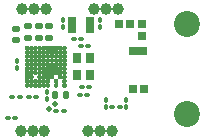
<source format=gbs>
G04 #@! TF.GenerationSoftware,KiCad,Pcbnew,(5.99.0-8645-g8b3dea7107)*
G04 #@! TF.CreationDate,2021-12-17T21:37:34-08:00*
G04 #@! TF.ProjectId,bomu,626f6d75-2e6b-4696-9361-645f70636258,rev?*
G04 #@! TF.SameCoordinates,PX7b80accPY896b3f8*
G04 #@! TF.FileFunction,Soldermask,Bot*
G04 #@! TF.FilePolarity,Negative*
%FSLAX46Y46*%
G04 Gerber Fmt 4.6, Leading zero omitted, Abs format (unit mm)*
G04 Created by KiCad (PCBNEW (5.99.0-8645-g8b3dea7107)) date 2021-12-17 21:37:34*
%MOMM*%
%LPD*%
G01*
G04 APERTURE LIST*
G04 Aperture macros list*
%AMRoundRect*
0 Rectangle with rounded corners*
0 $1 Rounding radius*
0 $2 $3 $4 $5 $6 $7 $8 $9 X,Y pos of 4 corners*
0 Add a 4 corners polygon primitive as box body*
4,1,4,$2,$3,$4,$5,$6,$7,$8,$9,$2,$3,0*
0 Add four circle primitives for the rounded corners*
1,1,$1+$1,$2,$3*
1,1,$1+$1,$4,$5*
1,1,$1+$1,$6,$7*
1,1,$1+$1,$8,$9*
0 Add four rect primitives between the rounded corners*
20,1,$1+$1,$2,$3,$4,$5,0*
20,1,$1+$1,$4,$5,$6,$7,0*
20,1,$1+$1,$6,$7,$8,$9,0*
20,1,$1+$1,$8,$9,$2,$3,0*%
G04 Aperture macros list end*
%ADD10C,0.010000*%
%ADD11C,1.000000*%
%ADD12C,2.200000*%
%ADD13RoundRect,0.147500X0.172500X-0.147500X0.172500X0.147500X-0.172500X0.147500X-0.172500X-0.147500X0*%
%ADD14RoundRect,0.100000X0.130000X0.100000X-0.130000X0.100000X-0.130000X-0.100000X0.130000X-0.100000X0*%
%ADD15RoundRect,0.100000X0.100000X-0.130000X0.100000X0.130000X-0.100000X0.130000X-0.100000X-0.130000X0*%
%ADD16RoundRect,0.100000X-0.100000X0.130000X-0.100000X-0.130000X0.100000X-0.130000X0.100000X0.130000X0*%
%ADD17R,0.740000X0.840000*%
%ADD18R,0.750000X1.400000*%
%ADD19RoundRect,0.147500X-0.172500X0.147500X-0.172500X-0.147500X0.172500X-0.147500X0.172500X0.147500X0*%
%ADD20RoundRect,0.100000X-0.130000X-0.100000X0.130000X-0.100000X0.130000X0.100000X-0.130000X0.100000X0*%
%ADD21RoundRect,0.100000X-0.021213X-0.162635X0.162635X0.021213X0.021213X0.162635X-0.162635X-0.021213X0*%
%ADD22R,0.800000X0.800000*%
%ADD23R,0.650000X0.800000*%
%ADD24R,1.600000X0.800000*%
%ADD25RoundRect,0.147500X-0.147500X-0.172500X0.147500X-0.172500X0.147500X0.172500X-0.147500X0.172500X0*%
G04 APERTURE END LIST*
D10*
X5640100Y6194999D02*
X5632250Y6194793D01*
X5632250Y6194793D02*
X5624421Y6194177D01*
X5624421Y6194177D02*
X5616635Y6193152D01*
X5616635Y6193152D02*
X5608913Y6191721D01*
X5608913Y6191721D02*
X5601277Y6189888D01*
X5601277Y6189888D02*
X5593747Y6187657D01*
X5593747Y6187657D02*
X5586345Y6185036D01*
X5586345Y6185036D02*
X5579090Y6182031D01*
X5579090Y6182031D02*
X5572001Y6178650D01*
X5572001Y6178650D02*
X5565100Y6174903D01*
X5565100Y6174903D02*
X5558404Y6170800D01*
X5558404Y6170800D02*
X5551932Y6166352D01*
X5551932Y6166352D02*
X5545702Y6161571D01*
X5545702Y6161571D02*
X5539730Y6156471D01*
X5539730Y6156471D02*
X5534034Y6151065D01*
X5534034Y6151065D02*
X5528628Y6145369D01*
X5528628Y6145369D02*
X5523528Y6139397D01*
X5523528Y6139397D02*
X5518747Y6133167D01*
X5518747Y6133167D02*
X5514299Y6126695D01*
X5514299Y6126695D02*
X5510196Y6119999D01*
X5510196Y6119999D02*
X5506449Y6113098D01*
X5506449Y6113098D02*
X5503068Y6106009D01*
X5503068Y6106009D02*
X5500063Y6098754D01*
X5500063Y6098754D02*
X5497442Y6091352D01*
X5497442Y6091352D02*
X5495211Y6083822D01*
X5495211Y6083822D02*
X5493378Y6076186D01*
X5493378Y6076186D02*
X5491947Y6068464D01*
X5491947Y6068464D02*
X5490922Y6060678D01*
X5490922Y6060678D02*
X5490306Y6052849D01*
X5490306Y6052849D02*
X5490100Y6044999D01*
X5490100Y6044999D02*
X5490306Y6037149D01*
X5490306Y6037149D02*
X5490922Y6029320D01*
X5490922Y6029320D02*
X5491947Y6021534D01*
X5491947Y6021534D02*
X5493378Y6013812D01*
X5493378Y6013812D02*
X5495211Y6006176D01*
X5495211Y6006176D02*
X5497442Y5998646D01*
X5497442Y5998646D02*
X5500063Y5991244D01*
X5500063Y5991244D02*
X5503068Y5983989D01*
X5503068Y5983989D02*
X5506449Y5976900D01*
X5506449Y5976900D02*
X5510196Y5969999D01*
X5510196Y5969999D02*
X5514299Y5963303D01*
X5514299Y5963303D02*
X5518747Y5956831D01*
X5518747Y5956831D02*
X5523528Y5950601D01*
X5523528Y5950601D02*
X5528628Y5944629D01*
X5528628Y5944629D02*
X5534034Y5938933D01*
X5534034Y5938933D02*
X5539730Y5933527D01*
X5539730Y5933527D02*
X5545702Y5928427D01*
X5545702Y5928427D02*
X5551932Y5923646D01*
X5551932Y5923646D02*
X5558404Y5919198D01*
X5558404Y5919198D02*
X5565100Y5915095D01*
X5565100Y5915095D02*
X5572001Y5911348D01*
X5572001Y5911348D02*
X5579090Y5907967D01*
X5579090Y5907967D02*
X5586345Y5904962D01*
X5586345Y5904962D02*
X5593747Y5902341D01*
X5593747Y5902341D02*
X5601277Y5900110D01*
X5601277Y5900110D02*
X5608913Y5898277D01*
X5608913Y5898277D02*
X5616635Y5896846D01*
X5616635Y5896846D02*
X5624421Y5895821D01*
X5624421Y5895821D02*
X5632250Y5895205D01*
X5632250Y5895205D02*
X5640100Y5894999D01*
X5640100Y5894999D02*
X5647950Y5895205D01*
X5647950Y5895205D02*
X5655779Y5895821D01*
X5655779Y5895821D02*
X5663565Y5896846D01*
X5663565Y5896846D02*
X5671287Y5898277D01*
X5671287Y5898277D02*
X5678923Y5900110D01*
X5678923Y5900110D02*
X5686453Y5902341D01*
X5686453Y5902341D02*
X5693855Y5904962D01*
X5693855Y5904962D02*
X5701110Y5907967D01*
X5701110Y5907967D02*
X5708199Y5911348D01*
X5708199Y5911348D02*
X5715100Y5915095D01*
X5715100Y5915095D02*
X5721796Y5919198D01*
X5721796Y5919198D02*
X5728268Y5923646D01*
X5728268Y5923646D02*
X5734498Y5928427D01*
X5734498Y5928427D02*
X5740470Y5933527D01*
X5740470Y5933527D02*
X5746166Y5938933D01*
X5746166Y5938933D02*
X5751572Y5944629D01*
X5751572Y5944629D02*
X5756672Y5950601D01*
X5756672Y5950601D02*
X5761453Y5956831D01*
X5761453Y5956831D02*
X5765901Y5963303D01*
X5765901Y5963303D02*
X5770004Y5969999D01*
X5770004Y5969999D02*
X5773751Y5976900D01*
X5773751Y5976900D02*
X5777132Y5983989D01*
X5777132Y5983989D02*
X5780137Y5991244D01*
X5780137Y5991244D02*
X5782758Y5998646D01*
X5782758Y5998646D02*
X5784989Y6006176D01*
X5784989Y6006176D02*
X5786822Y6013812D01*
X5786822Y6013812D02*
X5788253Y6021534D01*
X5788253Y6021534D02*
X5789278Y6029320D01*
X5789278Y6029320D02*
X5789894Y6037149D01*
X5789894Y6037149D02*
X5790100Y6044999D01*
X5790100Y6044999D02*
X5789894Y6052849D01*
X5789894Y6052849D02*
X5789278Y6060678D01*
X5789278Y6060678D02*
X5788253Y6068464D01*
X5788253Y6068464D02*
X5786822Y6076186D01*
X5786822Y6076186D02*
X5784989Y6083822D01*
X5784989Y6083822D02*
X5782758Y6091352D01*
X5782758Y6091352D02*
X5780137Y6098754D01*
X5780137Y6098754D02*
X5777132Y6106009D01*
X5777132Y6106009D02*
X5773751Y6113098D01*
X5773751Y6113098D02*
X5770004Y6119999D01*
X5770004Y6119999D02*
X5765901Y6126695D01*
X5765901Y6126695D02*
X5761453Y6133167D01*
X5761453Y6133167D02*
X5756672Y6139397D01*
X5756672Y6139397D02*
X5751572Y6145369D01*
X5751572Y6145369D02*
X5746166Y6151065D01*
X5746166Y6151065D02*
X5740470Y6156471D01*
X5740470Y6156471D02*
X5734498Y6161571D01*
X5734498Y6161571D02*
X5728268Y6166352D01*
X5728268Y6166352D02*
X5721796Y6170800D01*
X5721796Y6170800D02*
X5715100Y6174903D01*
X5715100Y6174903D02*
X5708199Y6178650D01*
X5708199Y6178650D02*
X5701110Y6182031D01*
X5701110Y6182031D02*
X5693855Y6185036D01*
X5693855Y6185036D02*
X5686453Y6187657D01*
X5686453Y6187657D02*
X5678923Y6189888D01*
X5678923Y6189888D02*
X5671287Y6191721D01*
X5671287Y6191721D02*
X5663565Y6193152D01*
X5663565Y6193152D02*
X5655779Y6194177D01*
X5655779Y6194177D02*
X5647950Y6194793D01*
X5647950Y6194793D02*
X5640100Y6194999D01*
X5640100Y6194999D02*
X5640100Y6194999D01*
G36*
X5647950Y6194793D02*
G01*
X5655779Y6194177D01*
X5663565Y6193152D01*
X5671287Y6191721D01*
X5678923Y6189888D01*
X5686453Y6187657D01*
X5693855Y6185036D01*
X5701110Y6182031D01*
X5708199Y6178650D01*
X5715100Y6174903D01*
X5721796Y6170800D01*
X5728268Y6166352D01*
X5734498Y6161571D01*
X5740470Y6156471D01*
X5746166Y6151065D01*
X5751572Y6145369D01*
X5756672Y6139397D01*
X5761453Y6133167D01*
X5765901Y6126695D01*
X5770004Y6119999D01*
X5773751Y6113098D01*
X5777132Y6106009D01*
X5780137Y6098754D01*
X5782758Y6091352D01*
X5784989Y6083822D01*
X5786822Y6076186D01*
X5788253Y6068464D01*
X5789278Y6060678D01*
X5789894Y6052849D01*
X5790100Y6044999D01*
X5789894Y6037149D01*
X5789278Y6029320D01*
X5788253Y6021534D01*
X5786822Y6013812D01*
X5784989Y6006176D01*
X5782758Y5998646D01*
X5780137Y5991244D01*
X5777132Y5983989D01*
X5773751Y5976900D01*
X5770004Y5969999D01*
X5765901Y5963303D01*
X5761453Y5956831D01*
X5756672Y5950601D01*
X5751572Y5944629D01*
X5746166Y5938933D01*
X5740470Y5933527D01*
X5734498Y5928427D01*
X5728268Y5923646D01*
X5721796Y5919198D01*
X5715100Y5915095D01*
X5708199Y5911348D01*
X5701110Y5907967D01*
X5693855Y5904962D01*
X5686453Y5902341D01*
X5678923Y5900110D01*
X5671287Y5898277D01*
X5663565Y5896846D01*
X5655779Y5895821D01*
X5647950Y5895205D01*
X5640100Y5894999D01*
X5632250Y5895205D01*
X5624421Y5895821D01*
X5616635Y5896846D01*
X5608913Y5898277D01*
X5601277Y5900110D01*
X5593747Y5902341D01*
X5586345Y5904962D01*
X5579090Y5907967D01*
X5572001Y5911348D01*
X5565100Y5915095D01*
X5558404Y5919198D01*
X5551932Y5923646D01*
X5545702Y5928427D01*
X5539730Y5933527D01*
X5534034Y5938933D01*
X5528628Y5944629D01*
X5523528Y5950601D01*
X5518747Y5956831D01*
X5514299Y5963303D01*
X5510196Y5969999D01*
X5506449Y5976900D01*
X5503068Y5983989D01*
X5500063Y5991244D01*
X5497442Y5998646D01*
X5495211Y6006176D01*
X5493378Y6013812D01*
X5491947Y6021534D01*
X5490922Y6029320D01*
X5490306Y6037149D01*
X5490100Y6044999D01*
X5490306Y6052849D01*
X5490922Y6060678D01*
X5491947Y6068464D01*
X5493378Y6076186D01*
X5495211Y6083822D01*
X5497442Y6091352D01*
X5500063Y6098754D01*
X5503068Y6106009D01*
X5506449Y6113098D01*
X5510196Y6119999D01*
X5514299Y6126695D01*
X5518747Y6133167D01*
X5523528Y6139397D01*
X5528628Y6145369D01*
X5534034Y6151065D01*
X5539730Y6156471D01*
X5545702Y6161571D01*
X5551932Y6166352D01*
X5558404Y6170800D01*
X5565100Y6174903D01*
X5572001Y6178650D01*
X5579090Y6182031D01*
X5586345Y6185036D01*
X5593747Y6187657D01*
X5601277Y6189888D01*
X5608913Y6191721D01*
X5616635Y6193152D01*
X5624421Y6194177D01*
X5632250Y6194793D01*
X5640100Y6194999D01*
X5647950Y6194793D01*
G37*
X5647950Y6194793D02*
X5655779Y6194177D01*
X5663565Y6193152D01*
X5671287Y6191721D01*
X5678923Y6189888D01*
X5686453Y6187657D01*
X5693855Y6185036D01*
X5701110Y6182031D01*
X5708199Y6178650D01*
X5715100Y6174903D01*
X5721796Y6170800D01*
X5728268Y6166352D01*
X5734498Y6161571D01*
X5740470Y6156471D01*
X5746166Y6151065D01*
X5751572Y6145369D01*
X5756672Y6139397D01*
X5761453Y6133167D01*
X5765901Y6126695D01*
X5770004Y6119999D01*
X5773751Y6113098D01*
X5777132Y6106009D01*
X5780137Y6098754D01*
X5782758Y6091352D01*
X5784989Y6083822D01*
X5786822Y6076186D01*
X5788253Y6068464D01*
X5789278Y6060678D01*
X5789894Y6052849D01*
X5790100Y6044999D01*
X5789894Y6037149D01*
X5789278Y6029320D01*
X5788253Y6021534D01*
X5786822Y6013812D01*
X5784989Y6006176D01*
X5782758Y5998646D01*
X5780137Y5991244D01*
X5777132Y5983989D01*
X5773751Y5976900D01*
X5770004Y5969999D01*
X5765901Y5963303D01*
X5761453Y5956831D01*
X5756672Y5950601D01*
X5751572Y5944629D01*
X5746166Y5938933D01*
X5740470Y5933527D01*
X5734498Y5928427D01*
X5728268Y5923646D01*
X5721796Y5919198D01*
X5715100Y5915095D01*
X5708199Y5911348D01*
X5701110Y5907967D01*
X5693855Y5904962D01*
X5686453Y5902341D01*
X5678923Y5900110D01*
X5671287Y5898277D01*
X5663565Y5896846D01*
X5655779Y5895821D01*
X5647950Y5895205D01*
X5640100Y5894999D01*
X5632250Y5895205D01*
X5624421Y5895821D01*
X5616635Y5896846D01*
X5608913Y5898277D01*
X5601277Y5900110D01*
X5593747Y5902341D01*
X5586345Y5904962D01*
X5579090Y5907967D01*
X5572001Y5911348D01*
X5565100Y5915095D01*
X5558404Y5919198D01*
X5551932Y5923646D01*
X5545702Y5928427D01*
X5539730Y5933527D01*
X5534034Y5938933D01*
X5528628Y5944629D01*
X5523528Y5950601D01*
X5518747Y5956831D01*
X5514299Y5963303D01*
X5510196Y5969999D01*
X5506449Y5976900D01*
X5503068Y5983989D01*
X5500063Y5991244D01*
X5497442Y5998646D01*
X5495211Y6006176D01*
X5493378Y6013812D01*
X5491947Y6021534D01*
X5490922Y6029320D01*
X5490306Y6037149D01*
X5490100Y6044999D01*
X5490306Y6052849D01*
X5490922Y6060678D01*
X5491947Y6068464D01*
X5493378Y6076186D01*
X5495211Y6083822D01*
X5497442Y6091352D01*
X5500063Y6098754D01*
X5503068Y6106009D01*
X5506449Y6113098D01*
X5510196Y6119999D01*
X5514299Y6126695D01*
X5518747Y6133167D01*
X5523528Y6139397D01*
X5528628Y6145369D01*
X5534034Y6151065D01*
X5539730Y6156471D01*
X5545702Y6161571D01*
X5551932Y6166352D01*
X5558404Y6170800D01*
X5565100Y6174903D01*
X5572001Y6178650D01*
X5579090Y6182031D01*
X5586345Y6185036D01*
X5593747Y6187657D01*
X5601277Y6189888D01*
X5608913Y6191721D01*
X5616635Y6193152D01*
X5624421Y6194177D01*
X5632250Y6194793D01*
X5640100Y6194999D01*
X5647950Y6194793D01*
X5290100Y7944999D02*
X5282250Y7944793D01*
X5282250Y7944793D02*
X5274421Y7944177D01*
X5274421Y7944177D02*
X5266635Y7943152D01*
X5266635Y7943152D02*
X5258913Y7941721D01*
X5258913Y7941721D02*
X5251277Y7939888D01*
X5251277Y7939888D02*
X5243747Y7937657D01*
X5243747Y7937657D02*
X5236345Y7935036D01*
X5236345Y7935036D02*
X5229090Y7932031D01*
X5229090Y7932031D02*
X5222001Y7928650D01*
X5222001Y7928650D02*
X5215100Y7924903D01*
X5215100Y7924903D02*
X5208404Y7920800D01*
X5208404Y7920800D02*
X5201932Y7916352D01*
X5201932Y7916352D02*
X5195702Y7911571D01*
X5195702Y7911571D02*
X5189730Y7906471D01*
X5189730Y7906471D02*
X5184034Y7901065D01*
X5184034Y7901065D02*
X5178628Y7895369D01*
X5178628Y7895369D02*
X5173528Y7889397D01*
X5173528Y7889397D02*
X5168747Y7883167D01*
X5168747Y7883167D02*
X5164299Y7876695D01*
X5164299Y7876695D02*
X5160196Y7869999D01*
X5160196Y7869999D02*
X5156449Y7863098D01*
X5156449Y7863098D02*
X5153068Y7856009D01*
X5153068Y7856009D02*
X5150063Y7848754D01*
X5150063Y7848754D02*
X5147442Y7841352D01*
X5147442Y7841352D02*
X5145211Y7833822D01*
X5145211Y7833822D02*
X5143378Y7826186D01*
X5143378Y7826186D02*
X5141947Y7818464D01*
X5141947Y7818464D02*
X5140922Y7810678D01*
X5140922Y7810678D02*
X5140306Y7802849D01*
X5140306Y7802849D02*
X5140100Y7794999D01*
X5140100Y7794999D02*
X5140306Y7787149D01*
X5140306Y7787149D02*
X5140922Y7779320D01*
X5140922Y7779320D02*
X5141947Y7771534D01*
X5141947Y7771534D02*
X5143378Y7763812D01*
X5143378Y7763812D02*
X5145211Y7756176D01*
X5145211Y7756176D02*
X5147442Y7748646D01*
X5147442Y7748646D02*
X5150063Y7741244D01*
X5150063Y7741244D02*
X5153068Y7733989D01*
X5153068Y7733989D02*
X5156449Y7726900D01*
X5156449Y7726900D02*
X5160196Y7719999D01*
X5160196Y7719999D02*
X5164299Y7713303D01*
X5164299Y7713303D02*
X5168747Y7706831D01*
X5168747Y7706831D02*
X5173528Y7700601D01*
X5173528Y7700601D02*
X5178628Y7694629D01*
X5178628Y7694629D02*
X5184034Y7688933D01*
X5184034Y7688933D02*
X5189730Y7683527D01*
X5189730Y7683527D02*
X5195702Y7678427D01*
X5195702Y7678427D02*
X5201932Y7673646D01*
X5201932Y7673646D02*
X5208404Y7669198D01*
X5208404Y7669198D02*
X5215100Y7665095D01*
X5215100Y7665095D02*
X5222001Y7661348D01*
X5222001Y7661348D02*
X5229090Y7657967D01*
X5229090Y7657967D02*
X5236345Y7654962D01*
X5236345Y7654962D02*
X5243747Y7652341D01*
X5243747Y7652341D02*
X5251277Y7650110D01*
X5251277Y7650110D02*
X5258913Y7648277D01*
X5258913Y7648277D02*
X5266635Y7646846D01*
X5266635Y7646846D02*
X5274421Y7645821D01*
X5274421Y7645821D02*
X5282250Y7645205D01*
X5282250Y7645205D02*
X5290100Y7644999D01*
X5290100Y7644999D02*
X5297950Y7645205D01*
X5297950Y7645205D02*
X5305779Y7645821D01*
X5305779Y7645821D02*
X5313565Y7646846D01*
X5313565Y7646846D02*
X5321287Y7648277D01*
X5321287Y7648277D02*
X5328923Y7650110D01*
X5328923Y7650110D02*
X5336453Y7652341D01*
X5336453Y7652341D02*
X5343855Y7654962D01*
X5343855Y7654962D02*
X5351110Y7657967D01*
X5351110Y7657967D02*
X5358199Y7661348D01*
X5358199Y7661348D02*
X5365100Y7665095D01*
X5365100Y7665095D02*
X5371796Y7669198D01*
X5371796Y7669198D02*
X5378268Y7673646D01*
X5378268Y7673646D02*
X5384498Y7678427D01*
X5384498Y7678427D02*
X5390470Y7683527D01*
X5390470Y7683527D02*
X5396166Y7688933D01*
X5396166Y7688933D02*
X5401572Y7694629D01*
X5401572Y7694629D02*
X5406672Y7700601D01*
X5406672Y7700601D02*
X5411453Y7706831D01*
X5411453Y7706831D02*
X5415901Y7713303D01*
X5415901Y7713303D02*
X5420004Y7719999D01*
X5420004Y7719999D02*
X5423751Y7726900D01*
X5423751Y7726900D02*
X5427132Y7733989D01*
X5427132Y7733989D02*
X5430137Y7741244D01*
X5430137Y7741244D02*
X5432758Y7748646D01*
X5432758Y7748646D02*
X5434989Y7756176D01*
X5434989Y7756176D02*
X5436822Y7763812D01*
X5436822Y7763812D02*
X5438253Y7771534D01*
X5438253Y7771534D02*
X5439278Y7779320D01*
X5439278Y7779320D02*
X5439894Y7787149D01*
X5439894Y7787149D02*
X5440100Y7794999D01*
X5440100Y7794999D02*
X5439894Y7802849D01*
X5439894Y7802849D02*
X5439278Y7810678D01*
X5439278Y7810678D02*
X5438253Y7818464D01*
X5438253Y7818464D02*
X5436822Y7826186D01*
X5436822Y7826186D02*
X5434989Y7833822D01*
X5434989Y7833822D02*
X5432758Y7841352D01*
X5432758Y7841352D02*
X5430137Y7848754D01*
X5430137Y7848754D02*
X5427132Y7856009D01*
X5427132Y7856009D02*
X5423751Y7863098D01*
X5423751Y7863098D02*
X5420004Y7869999D01*
X5420004Y7869999D02*
X5415901Y7876695D01*
X5415901Y7876695D02*
X5411453Y7883167D01*
X5411453Y7883167D02*
X5406672Y7889397D01*
X5406672Y7889397D02*
X5401572Y7895369D01*
X5401572Y7895369D02*
X5396166Y7901065D01*
X5396166Y7901065D02*
X5390470Y7906471D01*
X5390470Y7906471D02*
X5384498Y7911571D01*
X5384498Y7911571D02*
X5378268Y7916352D01*
X5378268Y7916352D02*
X5371796Y7920800D01*
X5371796Y7920800D02*
X5365100Y7924903D01*
X5365100Y7924903D02*
X5358199Y7928650D01*
X5358199Y7928650D02*
X5351110Y7932031D01*
X5351110Y7932031D02*
X5343855Y7935036D01*
X5343855Y7935036D02*
X5336453Y7937657D01*
X5336453Y7937657D02*
X5328923Y7939888D01*
X5328923Y7939888D02*
X5321287Y7941721D01*
X5321287Y7941721D02*
X5313565Y7943152D01*
X5313565Y7943152D02*
X5305779Y7944177D01*
X5305779Y7944177D02*
X5297950Y7944793D01*
X5297950Y7944793D02*
X5290100Y7944999D01*
X5290100Y7944999D02*
X5290100Y7944999D01*
G36*
X5297950Y7944793D02*
G01*
X5305779Y7944177D01*
X5313565Y7943152D01*
X5321287Y7941721D01*
X5328923Y7939888D01*
X5336453Y7937657D01*
X5343855Y7935036D01*
X5351110Y7932031D01*
X5358199Y7928650D01*
X5365100Y7924903D01*
X5371796Y7920800D01*
X5378268Y7916352D01*
X5384498Y7911571D01*
X5390470Y7906471D01*
X5396166Y7901065D01*
X5401572Y7895369D01*
X5406672Y7889397D01*
X5411453Y7883167D01*
X5415901Y7876695D01*
X5420004Y7869999D01*
X5423751Y7863098D01*
X5427132Y7856009D01*
X5430137Y7848754D01*
X5432758Y7841352D01*
X5434989Y7833822D01*
X5436822Y7826186D01*
X5438253Y7818464D01*
X5439278Y7810678D01*
X5439894Y7802849D01*
X5440100Y7794999D01*
X5439894Y7787149D01*
X5439278Y7779320D01*
X5438253Y7771534D01*
X5436822Y7763812D01*
X5434989Y7756176D01*
X5432758Y7748646D01*
X5430137Y7741244D01*
X5427132Y7733989D01*
X5423751Y7726900D01*
X5420004Y7719999D01*
X5415901Y7713303D01*
X5411453Y7706831D01*
X5406672Y7700601D01*
X5401572Y7694629D01*
X5396166Y7688933D01*
X5390470Y7683527D01*
X5384498Y7678427D01*
X5378268Y7673646D01*
X5371796Y7669198D01*
X5365100Y7665095D01*
X5358199Y7661348D01*
X5351110Y7657967D01*
X5343855Y7654962D01*
X5336453Y7652341D01*
X5328923Y7650110D01*
X5321287Y7648277D01*
X5313565Y7646846D01*
X5305779Y7645821D01*
X5297950Y7645205D01*
X5290100Y7644999D01*
X5282250Y7645205D01*
X5274421Y7645821D01*
X5266635Y7646846D01*
X5258913Y7648277D01*
X5251277Y7650110D01*
X5243747Y7652341D01*
X5236345Y7654962D01*
X5229090Y7657967D01*
X5222001Y7661348D01*
X5215100Y7665095D01*
X5208404Y7669198D01*
X5201932Y7673646D01*
X5195702Y7678427D01*
X5189730Y7683527D01*
X5184034Y7688933D01*
X5178628Y7694629D01*
X5173528Y7700601D01*
X5168747Y7706831D01*
X5164299Y7713303D01*
X5160196Y7719999D01*
X5156449Y7726900D01*
X5153068Y7733989D01*
X5150063Y7741244D01*
X5147442Y7748646D01*
X5145211Y7756176D01*
X5143378Y7763812D01*
X5141947Y7771534D01*
X5140922Y7779320D01*
X5140306Y7787149D01*
X5140100Y7794999D01*
X5140306Y7802849D01*
X5140922Y7810678D01*
X5141947Y7818464D01*
X5143378Y7826186D01*
X5145211Y7833822D01*
X5147442Y7841352D01*
X5150063Y7848754D01*
X5153068Y7856009D01*
X5156449Y7863098D01*
X5160196Y7869999D01*
X5164299Y7876695D01*
X5168747Y7883167D01*
X5173528Y7889397D01*
X5178628Y7895369D01*
X5184034Y7901065D01*
X5189730Y7906471D01*
X5195702Y7911571D01*
X5201932Y7916352D01*
X5208404Y7920800D01*
X5215100Y7924903D01*
X5222001Y7928650D01*
X5229090Y7932031D01*
X5236345Y7935036D01*
X5243747Y7937657D01*
X5251277Y7939888D01*
X5258913Y7941721D01*
X5266635Y7943152D01*
X5274421Y7944177D01*
X5282250Y7944793D01*
X5290100Y7944999D01*
X5297950Y7944793D01*
G37*
X5297950Y7944793D02*
X5305779Y7944177D01*
X5313565Y7943152D01*
X5321287Y7941721D01*
X5328923Y7939888D01*
X5336453Y7937657D01*
X5343855Y7935036D01*
X5351110Y7932031D01*
X5358199Y7928650D01*
X5365100Y7924903D01*
X5371796Y7920800D01*
X5378268Y7916352D01*
X5384498Y7911571D01*
X5390470Y7906471D01*
X5396166Y7901065D01*
X5401572Y7895369D01*
X5406672Y7889397D01*
X5411453Y7883167D01*
X5415901Y7876695D01*
X5420004Y7869999D01*
X5423751Y7863098D01*
X5427132Y7856009D01*
X5430137Y7848754D01*
X5432758Y7841352D01*
X5434989Y7833822D01*
X5436822Y7826186D01*
X5438253Y7818464D01*
X5439278Y7810678D01*
X5439894Y7802849D01*
X5440100Y7794999D01*
X5439894Y7787149D01*
X5439278Y7779320D01*
X5438253Y7771534D01*
X5436822Y7763812D01*
X5434989Y7756176D01*
X5432758Y7748646D01*
X5430137Y7741244D01*
X5427132Y7733989D01*
X5423751Y7726900D01*
X5420004Y7719999D01*
X5415901Y7713303D01*
X5411453Y7706831D01*
X5406672Y7700601D01*
X5401572Y7694629D01*
X5396166Y7688933D01*
X5390470Y7683527D01*
X5384498Y7678427D01*
X5378268Y7673646D01*
X5371796Y7669198D01*
X5365100Y7665095D01*
X5358199Y7661348D01*
X5351110Y7657967D01*
X5343855Y7654962D01*
X5336453Y7652341D01*
X5328923Y7650110D01*
X5321287Y7648277D01*
X5313565Y7646846D01*
X5305779Y7645821D01*
X5297950Y7645205D01*
X5290100Y7644999D01*
X5282250Y7645205D01*
X5274421Y7645821D01*
X5266635Y7646846D01*
X5258913Y7648277D01*
X5251277Y7650110D01*
X5243747Y7652341D01*
X5236345Y7654962D01*
X5229090Y7657967D01*
X5222001Y7661348D01*
X5215100Y7665095D01*
X5208404Y7669198D01*
X5201932Y7673646D01*
X5195702Y7678427D01*
X5189730Y7683527D01*
X5184034Y7688933D01*
X5178628Y7694629D01*
X5173528Y7700601D01*
X5168747Y7706831D01*
X5164299Y7713303D01*
X5160196Y7719999D01*
X5156449Y7726900D01*
X5153068Y7733989D01*
X5150063Y7741244D01*
X5147442Y7748646D01*
X5145211Y7756176D01*
X5143378Y7763812D01*
X5141947Y7771534D01*
X5140922Y7779320D01*
X5140306Y7787149D01*
X5140100Y7794999D01*
X5140306Y7802849D01*
X5140922Y7810678D01*
X5141947Y7818464D01*
X5143378Y7826186D01*
X5145211Y7833822D01*
X5147442Y7841352D01*
X5150063Y7848754D01*
X5153068Y7856009D01*
X5156449Y7863098D01*
X5160196Y7869999D01*
X5164299Y7876695D01*
X5168747Y7883167D01*
X5173528Y7889397D01*
X5178628Y7895369D01*
X5184034Y7901065D01*
X5189730Y7906471D01*
X5195702Y7911571D01*
X5201932Y7916352D01*
X5208404Y7920800D01*
X5215100Y7924903D01*
X5222001Y7928650D01*
X5229090Y7932031D01*
X5236345Y7935036D01*
X5243747Y7937657D01*
X5251277Y7939888D01*
X5258913Y7941721D01*
X5266635Y7943152D01*
X5274421Y7944177D01*
X5282250Y7944793D01*
X5290100Y7944999D01*
X5297950Y7944793D01*
X5640100Y7594999D02*
X5632250Y7594793D01*
X5632250Y7594793D02*
X5624421Y7594177D01*
X5624421Y7594177D02*
X5616635Y7593152D01*
X5616635Y7593152D02*
X5608913Y7591721D01*
X5608913Y7591721D02*
X5601277Y7589888D01*
X5601277Y7589888D02*
X5593747Y7587657D01*
X5593747Y7587657D02*
X5586345Y7585036D01*
X5586345Y7585036D02*
X5579090Y7582031D01*
X5579090Y7582031D02*
X5572001Y7578650D01*
X5572001Y7578650D02*
X5565100Y7574903D01*
X5565100Y7574903D02*
X5558404Y7570800D01*
X5558404Y7570800D02*
X5551932Y7566352D01*
X5551932Y7566352D02*
X5545702Y7561571D01*
X5545702Y7561571D02*
X5539730Y7556471D01*
X5539730Y7556471D02*
X5534034Y7551065D01*
X5534034Y7551065D02*
X5528628Y7545369D01*
X5528628Y7545369D02*
X5523528Y7539397D01*
X5523528Y7539397D02*
X5518747Y7533167D01*
X5518747Y7533167D02*
X5514299Y7526695D01*
X5514299Y7526695D02*
X5510196Y7519999D01*
X5510196Y7519999D02*
X5506449Y7513098D01*
X5506449Y7513098D02*
X5503068Y7506009D01*
X5503068Y7506009D02*
X5500063Y7498754D01*
X5500063Y7498754D02*
X5497442Y7491352D01*
X5497442Y7491352D02*
X5495211Y7483822D01*
X5495211Y7483822D02*
X5493378Y7476186D01*
X5493378Y7476186D02*
X5491947Y7468464D01*
X5491947Y7468464D02*
X5490922Y7460678D01*
X5490922Y7460678D02*
X5490306Y7452849D01*
X5490306Y7452849D02*
X5490100Y7444999D01*
X5490100Y7444999D02*
X5490306Y7437149D01*
X5490306Y7437149D02*
X5490922Y7429320D01*
X5490922Y7429320D02*
X5491947Y7421534D01*
X5491947Y7421534D02*
X5493378Y7413812D01*
X5493378Y7413812D02*
X5495211Y7406176D01*
X5495211Y7406176D02*
X5497442Y7398646D01*
X5497442Y7398646D02*
X5500063Y7391244D01*
X5500063Y7391244D02*
X5503068Y7383989D01*
X5503068Y7383989D02*
X5506449Y7376900D01*
X5506449Y7376900D02*
X5510196Y7369999D01*
X5510196Y7369999D02*
X5514299Y7363303D01*
X5514299Y7363303D02*
X5518747Y7356831D01*
X5518747Y7356831D02*
X5523528Y7350601D01*
X5523528Y7350601D02*
X5528628Y7344629D01*
X5528628Y7344629D02*
X5534034Y7338933D01*
X5534034Y7338933D02*
X5539730Y7333527D01*
X5539730Y7333527D02*
X5545702Y7328427D01*
X5545702Y7328427D02*
X5551932Y7323646D01*
X5551932Y7323646D02*
X5558404Y7319198D01*
X5558404Y7319198D02*
X5565100Y7315095D01*
X5565100Y7315095D02*
X5572001Y7311348D01*
X5572001Y7311348D02*
X5579090Y7307967D01*
X5579090Y7307967D02*
X5586345Y7304962D01*
X5586345Y7304962D02*
X5593747Y7302341D01*
X5593747Y7302341D02*
X5601277Y7300110D01*
X5601277Y7300110D02*
X5608913Y7298277D01*
X5608913Y7298277D02*
X5616635Y7296846D01*
X5616635Y7296846D02*
X5624421Y7295821D01*
X5624421Y7295821D02*
X5632250Y7295205D01*
X5632250Y7295205D02*
X5640100Y7294999D01*
X5640100Y7294999D02*
X5647950Y7295205D01*
X5647950Y7295205D02*
X5655779Y7295821D01*
X5655779Y7295821D02*
X5663565Y7296846D01*
X5663565Y7296846D02*
X5671287Y7298277D01*
X5671287Y7298277D02*
X5678923Y7300110D01*
X5678923Y7300110D02*
X5686453Y7302341D01*
X5686453Y7302341D02*
X5693855Y7304962D01*
X5693855Y7304962D02*
X5701110Y7307967D01*
X5701110Y7307967D02*
X5708199Y7311348D01*
X5708199Y7311348D02*
X5715100Y7315095D01*
X5715100Y7315095D02*
X5721796Y7319198D01*
X5721796Y7319198D02*
X5728268Y7323646D01*
X5728268Y7323646D02*
X5734498Y7328427D01*
X5734498Y7328427D02*
X5740470Y7333527D01*
X5740470Y7333527D02*
X5746166Y7338933D01*
X5746166Y7338933D02*
X5751572Y7344629D01*
X5751572Y7344629D02*
X5756672Y7350601D01*
X5756672Y7350601D02*
X5761453Y7356831D01*
X5761453Y7356831D02*
X5765901Y7363303D01*
X5765901Y7363303D02*
X5770004Y7369999D01*
X5770004Y7369999D02*
X5773751Y7376900D01*
X5773751Y7376900D02*
X5777132Y7383989D01*
X5777132Y7383989D02*
X5780137Y7391244D01*
X5780137Y7391244D02*
X5782758Y7398646D01*
X5782758Y7398646D02*
X5784989Y7406176D01*
X5784989Y7406176D02*
X5786822Y7413812D01*
X5786822Y7413812D02*
X5788253Y7421534D01*
X5788253Y7421534D02*
X5789278Y7429320D01*
X5789278Y7429320D02*
X5789894Y7437149D01*
X5789894Y7437149D02*
X5790100Y7444999D01*
X5790100Y7444999D02*
X5789894Y7452849D01*
X5789894Y7452849D02*
X5789278Y7460678D01*
X5789278Y7460678D02*
X5788253Y7468464D01*
X5788253Y7468464D02*
X5786822Y7476186D01*
X5786822Y7476186D02*
X5784989Y7483822D01*
X5784989Y7483822D02*
X5782758Y7491352D01*
X5782758Y7491352D02*
X5780137Y7498754D01*
X5780137Y7498754D02*
X5777132Y7506009D01*
X5777132Y7506009D02*
X5773751Y7513098D01*
X5773751Y7513098D02*
X5770004Y7519999D01*
X5770004Y7519999D02*
X5765901Y7526695D01*
X5765901Y7526695D02*
X5761453Y7533167D01*
X5761453Y7533167D02*
X5756672Y7539397D01*
X5756672Y7539397D02*
X5751572Y7545369D01*
X5751572Y7545369D02*
X5746166Y7551065D01*
X5746166Y7551065D02*
X5740470Y7556471D01*
X5740470Y7556471D02*
X5734498Y7561571D01*
X5734498Y7561571D02*
X5728268Y7566352D01*
X5728268Y7566352D02*
X5721796Y7570800D01*
X5721796Y7570800D02*
X5715100Y7574903D01*
X5715100Y7574903D02*
X5708199Y7578650D01*
X5708199Y7578650D02*
X5701110Y7582031D01*
X5701110Y7582031D02*
X5693855Y7585036D01*
X5693855Y7585036D02*
X5686453Y7587657D01*
X5686453Y7587657D02*
X5678923Y7589888D01*
X5678923Y7589888D02*
X5671287Y7591721D01*
X5671287Y7591721D02*
X5663565Y7593152D01*
X5663565Y7593152D02*
X5655779Y7594177D01*
X5655779Y7594177D02*
X5647950Y7594793D01*
X5647950Y7594793D02*
X5640100Y7594999D01*
X5640100Y7594999D02*
X5640100Y7594999D01*
G36*
X5647950Y7594793D02*
G01*
X5655779Y7594177D01*
X5663565Y7593152D01*
X5671287Y7591721D01*
X5678923Y7589888D01*
X5686453Y7587657D01*
X5693855Y7585036D01*
X5701110Y7582031D01*
X5708199Y7578650D01*
X5715100Y7574903D01*
X5721796Y7570800D01*
X5728268Y7566352D01*
X5734498Y7561571D01*
X5740470Y7556471D01*
X5746166Y7551065D01*
X5751572Y7545369D01*
X5756672Y7539397D01*
X5761453Y7533167D01*
X5765901Y7526695D01*
X5770004Y7519999D01*
X5773751Y7513098D01*
X5777132Y7506009D01*
X5780137Y7498754D01*
X5782758Y7491352D01*
X5784989Y7483822D01*
X5786822Y7476186D01*
X5788253Y7468464D01*
X5789278Y7460678D01*
X5789894Y7452849D01*
X5790100Y7444999D01*
X5789894Y7437149D01*
X5789278Y7429320D01*
X5788253Y7421534D01*
X5786822Y7413812D01*
X5784989Y7406176D01*
X5782758Y7398646D01*
X5780137Y7391244D01*
X5777132Y7383989D01*
X5773751Y7376900D01*
X5770004Y7369999D01*
X5765901Y7363303D01*
X5761453Y7356831D01*
X5756672Y7350601D01*
X5751572Y7344629D01*
X5746166Y7338933D01*
X5740470Y7333527D01*
X5734498Y7328427D01*
X5728268Y7323646D01*
X5721796Y7319198D01*
X5715100Y7315095D01*
X5708199Y7311348D01*
X5701110Y7307967D01*
X5693855Y7304962D01*
X5686453Y7302341D01*
X5678923Y7300110D01*
X5671287Y7298277D01*
X5663565Y7296846D01*
X5655779Y7295821D01*
X5647950Y7295205D01*
X5640100Y7294999D01*
X5632250Y7295205D01*
X5624421Y7295821D01*
X5616635Y7296846D01*
X5608913Y7298277D01*
X5601277Y7300110D01*
X5593747Y7302341D01*
X5586345Y7304962D01*
X5579090Y7307967D01*
X5572001Y7311348D01*
X5565100Y7315095D01*
X5558404Y7319198D01*
X5551932Y7323646D01*
X5545702Y7328427D01*
X5539730Y7333527D01*
X5534034Y7338933D01*
X5528628Y7344629D01*
X5523528Y7350601D01*
X5518747Y7356831D01*
X5514299Y7363303D01*
X5510196Y7369999D01*
X5506449Y7376900D01*
X5503068Y7383989D01*
X5500063Y7391244D01*
X5497442Y7398646D01*
X5495211Y7406176D01*
X5493378Y7413812D01*
X5491947Y7421534D01*
X5490922Y7429320D01*
X5490306Y7437149D01*
X5490100Y7444999D01*
X5490306Y7452849D01*
X5490922Y7460678D01*
X5491947Y7468464D01*
X5493378Y7476186D01*
X5495211Y7483822D01*
X5497442Y7491352D01*
X5500063Y7498754D01*
X5503068Y7506009D01*
X5506449Y7513098D01*
X5510196Y7519999D01*
X5514299Y7526695D01*
X5518747Y7533167D01*
X5523528Y7539397D01*
X5528628Y7545369D01*
X5534034Y7551065D01*
X5539730Y7556471D01*
X5545702Y7561571D01*
X5551932Y7566352D01*
X5558404Y7570800D01*
X5565100Y7574903D01*
X5572001Y7578650D01*
X5579090Y7582031D01*
X5586345Y7585036D01*
X5593747Y7587657D01*
X5601277Y7589888D01*
X5608913Y7591721D01*
X5616635Y7593152D01*
X5624421Y7594177D01*
X5632250Y7594793D01*
X5640100Y7594999D01*
X5647950Y7594793D01*
G37*
X5647950Y7594793D02*
X5655779Y7594177D01*
X5663565Y7593152D01*
X5671287Y7591721D01*
X5678923Y7589888D01*
X5686453Y7587657D01*
X5693855Y7585036D01*
X5701110Y7582031D01*
X5708199Y7578650D01*
X5715100Y7574903D01*
X5721796Y7570800D01*
X5728268Y7566352D01*
X5734498Y7561571D01*
X5740470Y7556471D01*
X5746166Y7551065D01*
X5751572Y7545369D01*
X5756672Y7539397D01*
X5761453Y7533167D01*
X5765901Y7526695D01*
X5770004Y7519999D01*
X5773751Y7513098D01*
X5777132Y7506009D01*
X5780137Y7498754D01*
X5782758Y7491352D01*
X5784989Y7483822D01*
X5786822Y7476186D01*
X5788253Y7468464D01*
X5789278Y7460678D01*
X5789894Y7452849D01*
X5790100Y7444999D01*
X5789894Y7437149D01*
X5789278Y7429320D01*
X5788253Y7421534D01*
X5786822Y7413812D01*
X5784989Y7406176D01*
X5782758Y7398646D01*
X5780137Y7391244D01*
X5777132Y7383989D01*
X5773751Y7376900D01*
X5770004Y7369999D01*
X5765901Y7363303D01*
X5761453Y7356831D01*
X5756672Y7350601D01*
X5751572Y7344629D01*
X5746166Y7338933D01*
X5740470Y7333527D01*
X5734498Y7328427D01*
X5728268Y7323646D01*
X5721796Y7319198D01*
X5715100Y7315095D01*
X5708199Y7311348D01*
X5701110Y7307967D01*
X5693855Y7304962D01*
X5686453Y7302341D01*
X5678923Y7300110D01*
X5671287Y7298277D01*
X5663565Y7296846D01*
X5655779Y7295821D01*
X5647950Y7295205D01*
X5640100Y7294999D01*
X5632250Y7295205D01*
X5624421Y7295821D01*
X5616635Y7296846D01*
X5608913Y7298277D01*
X5601277Y7300110D01*
X5593747Y7302341D01*
X5586345Y7304962D01*
X5579090Y7307967D01*
X5572001Y7311348D01*
X5565100Y7315095D01*
X5558404Y7319198D01*
X5551932Y7323646D01*
X5545702Y7328427D01*
X5539730Y7333527D01*
X5534034Y7338933D01*
X5528628Y7344629D01*
X5523528Y7350601D01*
X5518747Y7356831D01*
X5514299Y7363303D01*
X5510196Y7369999D01*
X5506449Y7376900D01*
X5503068Y7383989D01*
X5500063Y7391244D01*
X5497442Y7398646D01*
X5495211Y7406176D01*
X5493378Y7413812D01*
X5491947Y7421534D01*
X5490922Y7429320D01*
X5490306Y7437149D01*
X5490100Y7444999D01*
X5490306Y7452849D01*
X5490922Y7460678D01*
X5491947Y7468464D01*
X5493378Y7476186D01*
X5495211Y7483822D01*
X5497442Y7491352D01*
X5500063Y7498754D01*
X5503068Y7506009D01*
X5506449Y7513098D01*
X5510196Y7519999D01*
X5514299Y7526695D01*
X5518747Y7533167D01*
X5523528Y7539397D01*
X5528628Y7545369D01*
X5534034Y7551065D01*
X5539730Y7556471D01*
X5545702Y7561571D01*
X5551932Y7566352D01*
X5558404Y7570800D01*
X5565100Y7574903D01*
X5572001Y7578650D01*
X5579090Y7582031D01*
X5586345Y7585036D01*
X5593747Y7587657D01*
X5601277Y7589888D01*
X5608913Y7591721D01*
X5616635Y7593152D01*
X5624421Y7594177D01*
X5632250Y7594793D01*
X5640100Y7594999D01*
X5647950Y7594793D01*
X6690100Y5894999D02*
X6697950Y5895205D01*
X6697950Y5895205D02*
X6705779Y5895821D01*
X6705779Y5895821D02*
X6713565Y5896846D01*
X6713565Y5896846D02*
X6721287Y5898277D01*
X6721287Y5898277D02*
X6728923Y5900110D01*
X6728923Y5900110D02*
X6736453Y5902341D01*
X6736453Y5902341D02*
X6743855Y5904962D01*
X6743855Y5904962D02*
X6751110Y5907967D01*
X6751110Y5907967D02*
X6758199Y5911348D01*
X6758199Y5911348D02*
X6765100Y5915095D01*
X6765100Y5915095D02*
X6771796Y5919198D01*
X6771796Y5919198D02*
X6778268Y5923646D01*
X6778268Y5923646D02*
X6784498Y5928427D01*
X6784498Y5928427D02*
X6790470Y5933527D01*
X6790470Y5933527D02*
X6796166Y5938933D01*
X6796166Y5938933D02*
X6801572Y5944629D01*
X6801572Y5944629D02*
X6806672Y5950601D01*
X6806672Y5950601D02*
X6811453Y5956831D01*
X6811453Y5956831D02*
X6815901Y5963303D01*
X6815901Y5963303D02*
X6820004Y5969999D01*
X6820004Y5969999D02*
X6823751Y5976900D01*
X6823751Y5976900D02*
X6827132Y5983989D01*
X6827132Y5983989D02*
X6830137Y5991244D01*
X6830137Y5991244D02*
X6832758Y5998646D01*
X6832758Y5998646D02*
X6834989Y6006176D01*
X6834989Y6006176D02*
X6836822Y6013812D01*
X6836822Y6013812D02*
X6838253Y6021534D01*
X6838253Y6021534D02*
X6839278Y6029320D01*
X6839278Y6029320D02*
X6839894Y6037149D01*
X6839894Y6037149D02*
X6840100Y6044999D01*
X6840100Y6044999D02*
X6839894Y6052849D01*
X6839894Y6052849D02*
X6839278Y6060678D01*
X6839278Y6060678D02*
X6838253Y6068464D01*
X6838253Y6068464D02*
X6836822Y6076186D01*
X6836822Y6076186D02*
X6834989Y6083822D01*
X6834989Y6083822D02*
X6832758Y6091352D01*
X6832758Y6091352D02*
X6830137Y6098754D01*
X6830137Y6098754D02*
X6827132Y6106009D01*
X6827132Y6106009D02*
X6823751Y6113098D01*
X6823751Y6113098D02*
X6820004Y6119999D01*
X6820004Y6119999D02*
X6815901Y6126695D01*
X6815901Y6126695D02*
X6811453Y6133167D01*
X6811453Y6133167D02*
X6806672Y6139397D01*
X6806672Y6139397D02*
X6801572Y6145369D01*
X6801572Y6145369D02*
X6796166Y6151065D01*
X6796166Y6151065D02*
X6790470Y6156471D01*
X6790470Y6156471D02*
X6784498Y6161571D01*
X6784498Y6161571D02*
X6778268Y6166352D01*
X6778268Y6166352D02*
X6771796Y6170800D01*
X6771796Y6170800D02*
X6765100Y6174903D01*
X6765100Y6174903D02*
X6758199Y6178650D01*
X6758199Y6178650D02*
X6751110Y6182031D01*
X6751110Y6182031D02*
X6743855Y6185036D01*
X6743855Y6185036D02*
X6736453Y6187657D01*
X6736453Y6187657D02*
X6728923Y6189888D01*
X6728923Y6189888D02*
X6721287Y6191721D01*
X6721287Y6191721D02*
X6713565Y6193152D01*
X6713565Y6193152D02*
X6705779Y6194177D01*
X6705779Y6194177D02*
X6697950Y6194793D01*
X6697950Y6194793D02*
X6690100Y6194999D01*
X6690100Y6194999D02*
X6682250Y6194793D01*
X6682250Y6194793D02*
X6674421Y6194177D01*
X6674421Y6194177D02*
X6666635Y6193152D01*
X6666635Y6193152D02*
X6658913Y6191721D01*
X6658913Y6191721D02*
X6651277Y6189888D01*
X6651277Y6189888D02*
X6643747Y6187657D01*
X6643747Y6187657D02*
X6636345Y6185036D01*
X6636345Y6185036D02*
X6629090Y6182031D01*
X6629090Y6182031D02*
X6622001Y6178650D01*
X6622001Y6178650D02*
X6615100Y6174903D01*
X6615100Y6174903D02*
X6608404Y6170800D01*
X6608404Y6170800D02*
X6601932Y6166352D01*
X6601932Y6166352D02*
X6595702Y6161571D01*
X6595702Y6161571D02*
X6589730Y6156471D01*
X6589730Y6156471D02*
X6584034Y6151065D01*
X6584034Y6151065D02*
X6578628Y6145369D01*
X6578628Y6145369D02*
X6573528Y6139397D01*
X6573528Y6139397D02*
X6568747Y6133167D01*
X6568747Y6133167D02*
X6564299Y6126695D01*
X6564299Y6126695D02*
X6560196Y6119999D01*
X6560196Y6119999D02*
X6556449Y6113098D01*
X6556449Y6113098D02*
X6553068Y6106009D01*
X6553068Y6106009D02*
X6550063Y6098754D01*
X6550063Y6098754D02*
X6547442Y6091352D01*
X6547442Y6091352D02*
X6545211Y6083822D01*
X6545211Y6083822D02*
X6543378Y6076186D01*
X6543378Y6076186D02*
X6541947Y6068464D01*
X6541947Y6068464D02*
X6540922Y6060678D01*
X6540922Y6060678D02*
X6540306Y6052849D01*
X6540306Y6052849D02*
X6540100Y6044999D01*
X6540100Y6044999D02*
X6540306Y6037149D01*
X6540306Y6037149D02*
X6540922Y6029320D01*
X6540922Y6029320D02*
X6541947Y6021534D01*
X6541947Y6021534D02*
X6543378Y6013812D01*
X6543378Y6013812D02*
X6545211Y6006176D01*
X6545211Y6006176D02*
X6547442Y5998646D01*
X6547442Y5998646D02*
X6550063Y5991244D01*
X6550063Y5991244D02*
X6553068Y5983989D01*
X6553068Y5983989D02*
X6556449Y5976900D01*
X6556449Y5976900D02*
X6560196Y5969999D01*
X6560196Y5969999D02*
X6564299Y5963303D01*
X6564299Y5963303D02*
X6568747Y5956831D01*
X6568747Y5956831D02*
X6573528Y5950601D01*
X6573528Y5950601D02*
X6578628Y5944629D01*
X6578628Y5944629D02*
X6584034Y5938933D01*
X6584034Y5938933D02*
X6589730Y5933527D01*
X6589730Y5933527D02*
X6595702Y5928427D01*
X6595702Y5928427D02*
X6601932Y5923646D01*
X6601932Y5923646D02*
X6608404Y5919198D01*
X6608404Y5919198D02*
X6615100Y5915095D01*
X6615100Y5915095D02*
X6622001Y5911348D01*
X6622001Y5911348D02*
X6629090Y5907967D01*
X6629090Y5907967D02*
X6636345Y5904962D01*
X6636345Y5904962D02*
X6643747Y5902341D01*
X6643747Y5902341D02*
X6651277Y5900110D01*
X6651277Y5900110D02*
X6658913Y5898277D01*
X6658913Y5898277D02*
X6666635Y5896846D01*
X6666635Y5896846D02*
X6674421Y5895821D01*
X6674421Y5895821D02*
X6682250Y5895205D01*
X6682250Y5895205D02*
X6690100Y5894999D01*
X6690100Y5894999D02*
X6690100Y5894999D01*
G36*
X6697950Y6194793D02*
G01*
X6705779Y6194177D01*
X6713565Y6193152D01*
X6721287Y6191721D01*
X6728923Y6189888D01*
X6736453Y6187657D01*
X6743855Y6185036D01*
X6751110Y6182031D01*
X6758199Y6178650D01*
X6765100Y6174903D01*
X6771796Y6170800D01*
X6778268Y6166352D01*
X6784498Y6161571D01*
X6790470Y6156471D01*
X6796166Y6151065D01*
X6801572Y6145369D01*
X6806672Y6139397D01*
X6811453Y6133167D01*
X6815901Y6126695D01*
X6820004Y6119999D01*
X6823751Y6113098D01*
X6827132Y6106009D01*
X6830137Y6098754D01*
X6832758Y6091352D01*
X6834989Y6083822D01*
X6836822Y6076186D01*
X6838253Y6068464D01*
X6839278Y6060678D01*
X6839894Y6052849D01*
X6840100Y6044999D01*
X6839894Y6037149D01*
X6839278Y6029320D01*
X6838253Y6021534D01*
X6836822Y6013812D01*
X6834989Y6006176D01*
X6832758Y5998646D01*
X6830137Y5991244D01*
X6827132Y5983989D01*
X6823751Y5976900D01*
X6820004Y5969999D01*
X6815901Y5963303D01*
X6811453Y5956831D01*
X6806672Y5950601D01*
X6801572Y5944629D01*
X6796166Y5938933D01*
X6790470Y5933527D01*
X6784498Y5928427D01*
X6778268Y5923646D01*
X6771796Y5919198D01*
X6765100Y5915095D01*
X6758199Y5911348D01*
X6751110Y5907967D01*
X6743855Y5904962D01*
X6736453Y5902341D01*
X6728923Y5900110D01*
X6721287Y5898277D01*
X6713565Y5896846D01*
X6705779Y5895821D01*
X6697950Y5895205D01*
X6690100Y5894999D01*
X6682250Y5895205D01*
X6674421Y5895821D01*
X6666635Y5896846D01*
X6658913Y5898277D01*
X6651277Y5900110D01*
X6643747Y5902341D01*
X6636345Y5904962D01*
X6629090Y5907967D01*
X6622001Y5911348D01*
X6615100Y5915095D01*
X6608404Y5919198D01*
X6601932Y5923646D01*
X6595702Y5928427D01*
X6589730Y5933527D01*
X6584034Y5938933D01*
X6578628Y5944629D01*
X6573528Y5950601D01*
X6568747Y5956831D01*
X6564299Y5963303D01*
X6560196Y5969999D01*
X6556449Y5976900D01*
X6553068Y5983989D01*
X6550063Y5991244D01*
X6547442Y5998646D01*
X6545211Y6006176D01*
X6543378Y6013812D01*
X6541947Y6021534D01*
X6540922Y6029320D01*
X6540306Y6037149D01*
X6540100Y6044999D01*
X6540306Y6052849D01*
X6540922Y6060678D01*
X6541947Y6068464D01*
X6543378Y6076186D01*
X6545211Y6083822D01*
X6547442Y6091352D01*
X6550063Y6098754D01*
X6553068Y6106009D01*
X6556449Y6113098D01*
X6560196Y6119999D01*
X6564299Y6126695D01*
X6568747Y6133167D01*
X6573528Y6139397D01*
X6578628Y6145369D01*
X6584034Y6151065D01*
X6589730Y6156471D01*
X6595702Y6161571D01*
X6601932Y6166352D01*
X6608404Y6170800D01*
X6615100Y6174903D01*
X6622001Y6178650D01*
X6629090Y6182031D01*
X6636345Y6185036D01*
X6643747Y6187657D01*
X6651277Y6189888D01*
X6658913Y6191721D01*
X6666635Y6193152D01*
X6674421Y6194177D01*
X6682250Y6194793D01*
X6690100Y6194999D01*
X6697950Y6194793D01*
G37*
X6697950Y6194793D02*
X6705779Y6194177D01*
X6713565Y6193152D01*
X6721287Y6191721D01*
X6728923Y6189888D01*
X6736453Y6187657D01*
X6743855Y6185036D01*
X6751110Y6182031D01*
X6758199Y6178650D01*
X6765100Y6174903D01*
X6771796Y6170800D01*
X6778268Y6166352D01*
X6784498Y6161571D01*
X6790470Y6156471D01*
X6796166Y6151065D01*
X6801572Y6145369D01*
X6806672Y6139397D01*
X6811453Y6133167D01*
X6815901Y6126695D01*
X6820004Y6119999D01*
X6823751Y6113098D01*
X6827132Y6106009D01*
X6830137Y6098754D01*
X6832758Y6091352D01*
X6834989Y6083822D01*
X6836822Y6076186D01*
X6838253Y6068464D01*
X6839278Y6060678D01*
X6839894Y6052849D01*
X6840100Y6044999D01*
X6839894Y6037149D01*
X6839278Y6029320D01*
X6838253Y6021534D01*
X6836822Y6013812D01*
X6834989Y6006176D01*
X6832758Y5998646D01*
X6830137Y5991244D01*
X6827132Y5983989D01*
X6823751Y5976900D01*
X6820004Y5969999D01*
X6815901Y5963303D01*
X6811453Y5956831D01*
X6806672Y5950601D01*
X6801572Y5944629D01*
X6796166Y5938933D01*
X6790470Y5933527D01*
X6784498Y5928427D01*
X6778268Y5923646D01*
X6771796Y5919198D01*
X6765100Y5915095D01*
X6758199Y5911348D01*
X6751110Y5907967D01*
X6743855Y5904962D01*
X6736453Y5902341D01*
X6728923Y5900110D01*
X6721287Y5898277D01*
X6713565Y5896846D01*
X6705779Y5895821D01*
X6697950Y5895205D01*
X6690100Y5894999D01*
X6682250Y5895205D01*
X6674421Y5895821D01*
X6666635Y5896846D01*
X6658913Y5898277D01*
X6651277Y5900110D01*
X6643747Y5902341D01*
X6636345Y5904962D01*
X6629090Y5907967D01*
X6622001Y5911348D01*
X6615100Y5915095D01*
X6608404Y5919198D01*
X6601932Y5923646D01*
X6595702Y5928427D01*
X6589730Y5933527D01*
X6584034Y5938933D01*
X6578628Y5944629D01*
X6573528Y5950601D01*
X6568747Y5956831D01*
X6564299Y5963303D01*
X6560196Y5969999D01*
X6556449Y5976900D01*
X6553068Y5983989D01*
X6550063Y5991244D01*
X6547442Y5998646D01*
X6545211Y6006176D01*
X6543378Y6013812D01*
X6541947Y6021534D01*
X6540922Y6029320D01*
X6540306Y6037149D01*
X6540100Y6044999D01*
X6540306Y6052849D01*
X6540922Y6060678D01*
X6541947Y6068464D01*
X6543378Y6076186D01*
X6545211Y6083822D01*
X6547442Y6091352D01*
X6550063Y6098754D01*
X6553068Y6106009D01*
X6556449Y6113098D01*
X6560196Y6119999D01*
X6564299Y6126695D01*
X6568747Y6133167D01*
X6573528Y6139397D01*
X6578628Y6145369D01*
X6584034Y6151065D01*
X6589730Y6156471D01*
X6595702Y6161571D01*
X6601932Y6166352D01*
X6608404Y6170800D01*
X6615100Y6174903D01*
X6622001Y6178650D01*
X6629090Y6182031D01*
X6636345Y6185036D01*
X6643747Y6187657D01*
X6651277Y6189888D01*
X6658913Y6191721D01*
X6666635Y6193152D01*
X6674421Y6194177D01*
X6682250Y6194793D01*
X6690100Y6194999D01*
X6697950Y6194793D01*
X5290100Y6894999D02*
X5282250Y6894793D01*
X5282250Y6894793D02*
X5274421Y6894177D01*
X5274421Y6894177D02*
X5266635Y6893152D01*
X5266635Y6893152D02*
X5258913Y6891721D01*
X5258913Y6891721D02*
X5251277Y6889888D01*
X5251277Y6889888D02*
X5243747Y6887657D01*
X5243747Y6887657D02*
X5236345Y6885036D01*
X5236345Y6885036D02*
X5229090Y6882031D01*
X5229090Y6882031D02*
X5222001Y6878650D01*
X5222001Y6878650D02*
X5215100Y6874903D01*
X5215100Y6874903D02*
X5208404Y6870800D01*
X5208404Y6870800D02*
X5201932Y6866352D01*
X5201932Y6866352D02*
X5195702Y6861571D01*
X5195702Y6861571D02*
X5189730Y6856471D01*
X5189730Y6856471D02*
X5184034Y6851065D01*
X5184034Y6851065D02*
X5178628Y6845369D01*
X5178628Y6845369D02*
X5173528Y6839397D01*
X5173528Y6839397D02*
X5168747Y6833167D01*
X5168747Y6833167D02*
X5164299Y6826695D01*
X5164299Y6826695D02*
X5160196Y6819999D01*
X5160196Y6819999D02*
X5156449Y6813098D01*
X5156449Y6813098D02*
X5153068Y6806009D01*
X5153068Y6806009D02*
X5150063Y6798754D01*
X5150063Y6798754D02*
X5147442Y6791352D01*
X5147442Y6791352D02*
X5145211Y6783822D01*
X5145211Y6783822D02*
X5143378Y6776186D01*
X5143378Y6776186D02*
X5141947Y6768464D01*
X5141947Y6768464D02*
X5140922Y6760678D01*
X5140922Y6760678D02*
X5140306Y6752849D01*
X5140306Y6752849D02*
X5140100Y6744999D01*
X5140100Y6744999D02*
X5140306Y6737149D01*
X5140306Y6737149D02*
X5140922Y6729320D01*
X5140922Y6729320D02*
X5141947Y6721534D01*
X5141947Y6721534D02*
X5143378Y6713812D01*
X5143378Y6713812D02*
X5145211Y6706176D01*
X5145211Y6706176D02*
X5147442Y6698646D01*
X5147442Y6698646D02*
X5150063Y6691244D01*
X5150063Y6691244D02*
X5153068Y6683989D01*
X5153068Y6683989D02*
X5156449Y6676900D01*
X5156449Y6676900D02*
X5160196Y6669999D01*
X5160196Y6669999D02*
X5164299Y6663303D01*
X5164299Y6663303D02*
X5168747Y6656831D01*
X5168747Y6656831D02*
X5173528Y6650601D01*
X5173528Y6650601D02*
X5178628Y6644629D01*
X5178628Y6644629D02*
X5184034Y6638933D01*
X5184034Y6638933D02*
X5189730Y6633527D01*
X5189730Y6633527D02*
X5195702Y6628427D01*
X5195702Y6628427D02*
X5201932Y6623646D01*
X5201932Y6623646D02*
X5208404Y6619198D01*
X5208404Y6619198D02*
X5215100Y6615095D01*
X5215100Y6615095D02*
X5222001Y6611348D01*
X5222001Y6611348D02*
X5229090Y6607967D01*
X5229090Y6607967D02*
X5236345Y6604962D01*
X5236345Y6604962D02*
X5243747Y6602341D01*
X5243747Y6602341D02*
X5251277Y6600110D01*
X5251277Y6600110D02*
X5258913Y6598277D01*
X5258913Y6598277D02*
X5266635Y6596846D01*
X5266635Y6596846D02*
X5274421Y6595821D01*
X5274421Y6595821D02*
X5282250Y6595205D01*
X5282250Y6595205D02*
X5290100Y6594999D01*
X5290100Y6594999D02*
X5297950Y6595205D01*
X5297950Y6595205D02*
X5305779Y6595821D01*
X5305779Y6595821D02*
X5313565Y6596846D01*
X5313565Y6596846D02*
X5321287Y6598277D01*
X5321287Y6598277D02*
X5328923Y6600110D01*
X5328923Y6600110D02*
X5336453Y6602341D01*
X5336453Y6602341D02*
X5343855Y6604962D01*
X5343855Y6604962D02*
X5351110Y6607967D01*
X5351110Y6607967D02*
X5358199Y6611348D01*
X5358199Y6611348D02*
X5365100Y6615095D01*
X5365100Y6615095D02*
X5371796Y6619198D01*
X5371796Y6619198D02*
X5378268Y6623646D01*
X5378268Y6623646D02*
X5384498Y6628427D01*
X5384498Y6628427D02*
X5390470Y6633527D01*
X5390470Y6633527D02*
X5396166Y6638933D01*
X5396166Y6638933D02*
X5401572Y6644629D01*
X5401572Y6644629D02*
X5406672Y6650601D01*
X5406672Y6650601D02*
X5411453Y6656831D01*
X5411453Y6656831D02*
X5415901Y6663303D01*
X5415901Y6663303D02*
X5420004Y6669999D01*
X5420004Y6669999D02*
X5423751Y6676900D01*
X5423751Y6676900D02*
X5427132Y6683989D01*
X5427132Y6683989D02*
X5430137Y6691244D01*
X5430137Y6691244D02*
X5432758Y6698646D01*
X5432758Y6698646D02*
X5434989Y6706176D01*
X5434989Y6706176D02*
X5436822Y6713812D01*
X5436822Y6713812D02*
X5438253Y6721534D01*
X5438253Y6721534D02*
X5439278Y6729320D01*
X5439278Y6729320D02*
X5439894Y6737149D01*
X5439894Y6737149D02*
X5440100Y6744999D01*
X5440100Y6744999D02*
X5439894Y6752849D01*
X5439894Y6752849D02*
X5439278Y6760678D01*
X5439278Y6760678D02*
X5438253Y6768464D01*
X5438253Y6768464D02*
X5436822Y6776186D01*
X5436822Y6776186D02*
X5434989Y6783822D01*
X5434989Y6783822D02*
X5432758Y6791352D01*
X5432758Y6791352D02*
X5430137Y6798754D01*
X5430137Y6798754D02*
X5427132Y6806009D01*
X5427132Y6806009D02*
X5423751Y6813098D01*
X5423751Y6813098D02*
X5420004Y6819999D01*
X5420004Y6819999D02*
X5415901Y6826695D01*
X5415901Y6826695D02*
X5411453Y6833167D01*
X5411453Y6833167D02*
X5406672Y6839397D01*
X5406672Y6839397D02*
X5401572Y6845369D01*
X5401572Y6845369D02*
X5396166Y6851065D01*
X5396166Y6851065D02*
X5390470Y6856471D01*
X5390470Y6856471D02*
X5384498Y6861571D01*
X5384498Y6861571D02*
X5378268Y6866352D01*
X5378268Y6866352D02*
X5371796Y6870800D01*
X5371796Y6870800D02*
X5365100Y6874903D01*
X5365100Y6874903D02*
X5358199Y6878650D01*
X5358199Y6878650D02*
X5351110Y6882031D01*
X5351110Y6882031D02*
X5343855Y6885036D01*
X5343855Y6885036D02*
X5336453Y6887657D01*
X5336453Y6887657D02*
X5328923Y6889888D01*
X5328923Y6889888D02*
X5321287Y6891721D01*
X5321287Y6891721D02*
X5313565Y6893152D01*
X5313565Y6893152D02*
X5305779Y6894177D01*
X5305779Y6894177D02*
X5297950Y6894793D01*
X5297950Y6894793D02*
X5290100Y6894999D01*
X5290100Y6894999D02*
X5290100Y6894999D01*
G36*
X5297950Y6894793D02*
G01*
X5305779Y6894177D01*
X5313565Y6893152D01*
X5321287Y6891721D01*
X5328923Y6889888D01*
X5336453Y6887657D01*
X5343855Y6885036D01*
X5351110Y6882031D01*
X5358199Y6878650D01*
X5365100Y6874903D01*
X5371796Y6870800D01*
X5378268Y6866352D01*
X5384498Y6861571D01*
X5390470Y6856471D01*
X5396166Y6851065D01*
X5401572Y6845369D01*
X5406672Y6839397D01*
X5411453Y6833167D01*
X5415901Y6826695D01*
X5420004Y6819999D01*
X5423751Y6813098D01*
X5427132Y6806009D01*
X5430137Y6798754D01*
X5432758Y6791352D01*
X5434989Y6783822D01*
X5436822Y6776186D01*
X5438253Y6768464D01*
X5439278Y6760678D01*
X5439894Y6752849D01*
X5440100Y6744999D01*
X5439894Y6737149D01*
X5439278Y6729320D01*
X5438253Y6721534D01*
X5436822Y6713812D01*
X5434989Y6706176D01*
X5432758Y6698646D01*
X5430137Y6691244D01*
X5427132Y6683989D01*
X5423751Y6676900D01*
X5420004Y6669999D01*
X5415901Y6663303D01*
X5411453Y6656831D01*
X5406672Y6650601D01*
X5401572Y6644629D01*
X5396166Y6638933D01*
X5390470Y6633527D01*
X5384498Y6628427D01*
X5378268Y6623646D01*
X5371796Y6619198D01*
X5365100Y6615095D01*
X5358199Y6611348D01*
X5351110Y6607967D01*
X5343855Y6604962D01*
X5336453Y6602341D01*
X5328923Y6600110D01*
X5321287Y6598277D01*
X5313565Y6596846D01*
X5305779Y6595821D01*
X5297950Y6595205D01*
X5290100Y6594999D01*
X5282250Y6595205D01*
X5274421Y6595821D01*
X5266635Y6596846D01*
X5258913Y6598277D01*
X5251277Y6600110D01*
X5243747Y6602341D01*
X5236345Y6604962D01*
X5229090Y6607967D01*
X5222001Y6611348D01*
X5215100Y6615095D01*
X5208404Y6619198D01*
X5201932Y6623646D01*
X5195702Y6628427D01*
X5189730Y6633527D01*
X5184034Y6638933D01*
X5178628Y6644629D01*
X5173528Y6650601D01*
X5168747Y6656831D01*
X5164299Y6663303D01*
X5160196Y6669999D01*
X5156449Y6676900D01*
X5153068Y6683989D01*
X5150063Y6691244D01*
X5147442Y6698646D01*
X5145211Y6706176D01*
X5143378Y6713812D01*
X5141947Y6721534D01*
X5140922Y6729320D01*
X5140306Y6737149D01*
X5140100Y6744999D01*
X5140306Y6752849D01*
X5140922Y6760678D01*
X5141947Y6768464D01*
X5143378Y6776186D01*
X5145211Y6783822D01*
X5147442Y6791352D01*
X5150063Y6798754D01*
X5153068Y6806009D01*
X5156449Y6813098D01*
X5160196Y6819999D01*
X5164299Y6826695D01*
X5168747Y6833167D01*
X5173528Y6839397D01*
X5178628Y6845369D01*
X5184034Y6851065D01*
X5189730Y6856471D01*
X5195702Y6861571D01*
X5201932Y6866352D01*
X5208404Y6870800D01*
X5215100Y6874903D01*
X5222001Y6878650D01*
X5229090Y6882031D01*
X5236345Y6885036D01*
X5243747Y6887657D01*
X5251277Y6889888D01*
X5258913Y6891721D01*
X5266635Y6893152D01*
X5274421Y6894177D01*
X5282250Y6894793D01*
X5290100Y6894999D01*
X5297950Y6894793D01*
G37*
X5297950Y6894793D02*
X5305779Y6894177D01*
X5313565Y6893152D01*
X5321287Y6891721D01*
X5328923Y6889888D01*
X5336453Y6887657D01*
X5343855Y6885036D01*
X5351110Y6882031D01*
X5358199Y6878650D01*
X5365100Y6874903D01*
X5371796Y6870800D01*
X5378268Y6866352D01*
X5384498Y6861571D01*
X5390470Y6856471D01*
X5396166Y6851065D01*
X5401572Y6845369D01*
X5406672Y6839397D01*
X5411453Y6833167D01*
X5415901Y6826695D01*
X5420004Y6819999D01*
X5423751Y6813098D01*
X5427132Y6806009D01*
X5430137Y6798754D01*
X5432758Y6791352D01*
X5434989Y6783822D01*
X5436822Y6776186D01*
X5438253Y6768464D01*
X5439278Y6760678D01*
X5439894Y6752849D01*
X5440100Y6744999D01*
X5439894Y6737149D01*
X5439278Y6729320D01*
X5438253Y6721534D01*
X5436822Y6713812D01*
X5434989Y6706176D01*
X5432758Y6698646D01*
X5430137Y6691244D01*
X5427132Y6683989D01*
X5423751Y6676900D01*
X5420004Y6669999D01*
X5415901Y6663303D01*
X5411453Y6656831D01*
X5406672Y6650601D01*
X5401572Y6644629D01*
X5396166Y6638933D01*
X5390470Y6633527D01*
X5384498Y6628427D01*
X5378268Y6623646D01*
X5371796Y6619198D01*
X5365100Y6615095D01*
X5358199Y6611348D01*
X5351110Y6607967D01*
X5343855Y6604962D01*
X5336453Y6602341D01*
X5328923Y6600110D01*
X5321287Y6598277D01*
X5313565Y6596846D01*
X5305779Y6595821D01*
X5297950Y6595205D01*
X5290100Y6594999D01*
X5282250Y6595205D01*
X5274421Y6595821D01*
X5266635Y6596846D01*
X5258913Y6598277D01*
X5251277Y6600110D01*
X5243747Y6602341D01*
X5236345Y6604962D01*
X5229090Y6607967D01*
X5222001Y6611348D01*
X5215100Y6615095D01*
X5208404Y6619198D01*
X5201932Y6623646D01*
X5195702Y6628427D01*
X5189730Y6633527D01*
X5184034Y6638933D01*
X5178628Y6644629D01*
X5173528Y6650601D01*
X5168747Y6656831D01*
X5164299Y6663303D01*
X5160196Y6669999D01*
X5156449Y6676900D01*
X5153068Y6683989D01*
X5150063Y6691244D01*
X5147442Y6698646D01*
X5145211Y6706176D01*
X5143378Y6713812D01*
X5141947Y6721534D01*
X5140922Y6729320D01*
X5140306Y6737149D01*
X5140100Y6744999D01*
X5140306Y6752849D01*
X5140922Y6760678D01*
X5141947Y6768464D01*
X5143378Y6776186D01*
X5145211Y6783822D01*
X5147442Y6791352D01*
X5150063Y6798754D01*
X5153068Y6806009D01*
X5156449Y6813098D01*
X5160196Y6819999D01*
X5164299Y6826695D01*
X5168747Y6833167D01*
X5173528Y6839397D01*
X5178628Y6845369D01*
X5184034Y6851065D01*
X5189730Y6856471D01*
X5195702Y6861571D01*
X5201932Y6866352D01*
X5208404Y6870800D01*
X5215100Y6874903D01*
X5222001Y6878650D01*
X5229090Y6882031D01*
X5236345Y6885036D01*
X5243747Y6887657D01*
X5251277Y6889888D01*
X5258913Y6891721D01*
X5266635Y6893152D01*
X5274421Y6894177D01*
X5282250Y6894793D01*
X5290100Y6894999D01*
X5297950Y6894793D01*
X5990100Y6894999D02*
X5982250Y6894793D01*
X5982250Y6894793D02*
X5974421Y6894177D01*
X5974421Y6894177D02*
X5966635Y6893152D01*
X5966635Y6893152D02*
X5958913Y6891721D01*
X5958913Y6891721D02*
X5951277Y6889888D01*
X5951277Y6889888D02*
X5943747Y6887657D01*
X5943747Y6887657D02*
X5936345Y6885036D01*
X5936345Y6885036D02*
X5929090Y6882031D01*
X5929090Y6882031D02*
X5922001Y6878650D01*
X5922001Y6878650D02*
X5915100Y6874903D01*
X5915100Y6874903D02*
X5908404Y6870800D01*
X5908404Y6870800D02*
X5901932Y6866352D01*
X5901932Y6866352D02*
X5895702Y6861571D01*
X5895702Y6861571D02*
X5889730Y6856471D01*
X5889730Y6856471D02*
X5884034Y6851065D01*
X5884034Y6851065D02*
X5878628Y6845369D01*
X5878628Y6845369D02*
X5873528Y6839397D01*
X5873528Y6839397D02*
X5868747Y6833167D01*
X5868747Y6833167D02*
X5864299Y6826695D01*
X5864299Y6826695D02*
X5860196Y6819999D01*
X5860196Y6819999D02*
X5856449Y6813098D01*
X5856449Y6813098D02*
X5853068Y6806009D01*
X5853068Y6806009D02*
X5850063Y6798754D01*
X5850063Y6798754D02*
X5847442Y6791352D01*
X5847442Y6791352D02*
X5845211Y6783822D01*
X5845211Y6783822D02*
X5843378Y6776186D01*
X5843378Y6776186D02*
X5841947Y6768464D01*
X5841947Y6768464D02*
X5840922Y6760678D01*
X5840922Y6760678D02*
X5840306Y6752849D01*
X5840306Y6752849D02*
X5840100Y6744999D01*
X5840100Y6744999D02*
X5840306Y6737149D01*
X5840306Y6737149D02*
X5840922Y6729320D01*
X5840922Y6729320D02*
X5841947Y6721534D01*
X5841947Y6721534D02*
X5843378Y6713812D01*
X5843378Y6713812D02*
X5845211Y6706176D01*
X5845211Y6706176D02*
X5847442Y6698646D01*
X5847442Y6698646D02*
X5850063Y6691244D01*
X5850063Y6691244D02*
X5853068Y6683989D01*
X5853068Y6683989D02*
X5856449Y6676900D01*
X5856449Y6676900D02*
X5860196Y6669999D01*
X5860196Y6669999D02*
X5864299Y6663303D01*
X5864299Y6663303D02*
X5868747Y6656831D01*
X5868747Y6656831D02*
X5873528Y6650601D01*
X5873528Y6650601D02*
X5878628Y6644629D01*
X5878628Y6644629D02*
X5884034Y6638933D01*
X5884034Y6638933D02*
X5889730Y6633527D01*
X5889730Y6633527D02*
X5895702Y6628427D01*
X5895702Y6628427D02*
X5901932Y6623646D01*
X5901932Y6623646D02*
X5908404Y6619198D01*
X5908404Y6619198D02*
X5915100Y6615095D01*
X5915100Y6615095D02*
X5922001Y6611348D01*
X5922001Y6611348D02*
X5929090Y6607967D01*
X5929090Y6607967D02*
X5936345Y6604962D01*
X5936345Y6604962D02*
X5943747Y6602341D01*
X5943747Y6602341D02*
X5951277Y6600110D01*
X5951277Y6600110D02*
X5958913Y6598277D01*
X5958913Y6598277D02*
X5966635Y6596846D01*
X5966635Y6596846D02*
X5974421Y6595821D01*
X5974421Y6595821D02*
X5982250Y6595205D01*
X5982250Y6595205D02*
X5990100Y6594999D01*
X5990100Y6594999D02*
X5997950Y6595205D01*
X5997950Y6595205D02*
X6005779Y6595821D01*
X6005779Y6595821D02*
X6013565Y6596846D01*
X6013565Y6596846D02*
X6021287Y6598277D01*
X6021287Y6598277D02*
X6028923Y6600110D01*
X6028923Y6600110D02*
X6036453Y6602341D01*
X6036453Y6602341D02*
X6043855Y6604962D01*
X6043855Y6604962D02*
X6051110Y6607967D01*
X6051110Y6607967D02*
X6058199Y6611348D01*
X6058199Y6611348D02*
X6065100Y6615095D01*
X6065100Y6615095D02*
X6071796Y6619198D01*
X6071796Y6619198D02*
X6078268Y6623646D01*
X6078268Y6623646D02*
X6084498Y6628427D01*
X6084498Y6628427D02*
X6090470Y6633527D01*
X6090470Y6633527D02*
X6096166Y6638933D01*
X6096166Y6638933D02*
X6101572Y6644629D01*
X6101572Y6644629D02*
X6106672Y6650601D01*
X6106672Y6650601D02*
X6111453Y6656831D01*
X6111453Y6656831D02*
X6115901Y6663303D01*
X6115901Y6663303D02*
X6120004Y6669999D01*
X6120004Y6669999D02*
X6123751Y6676900D01*
X6123751Y6676900D02*
X6127132Y6683989D01*
X6127132Y6683989D02*
X6130137Y6691244D01*
X6130137Y6691244D02*
X6132758Y6698646D01*
X6132758Y6698646D02*
X6134989Y6706176D01*
X6134989Y6706176D02*
X6136822Y6713812D01*
X6136822Y6713812D02*
X6138253Y6721534D01*
X6138253Y6721534D02*
X6139278Y6729320D01*
X6139278Y6729320D02*
X6139894Y6737149D01*
X6139894Y6737149D02*
X6140100Y6744999D01*
X6140100Y6744999D02*
X6139894Y6752849D01*
X6139894Y6752849D02*
X6139278Y6760678D01*
X6139278Y6760678D02*
X6138253Y6768464D01*
X6138253Y6768464D02*
X6136822Y6776186D01*
X6136822Y6776186D02*
X6134989Y6783822D01*
X6134989Y6783822D02*
X6132758Y6791352D01*
X6132758Y6791352D02*
X6130137Y6798754D01*
X6130137Y6798754D02*
X6127132Y6806009D01*
X6127132Y6806009D02*
X6123751Y6813098D01*
X6123751Y6813098D02*
X6120004Y6819999D01*
X6120004Y6819999D02*
X6115901Y6826695D01*
X6115901Y6826695D02*
X6111453Y6833167D01*
X6111453Y6833167D02*
X6106672Y6839397D01*
X6106672Y6839397D02*
X6101572Y6845369D01*
X6101572Y6845369D02*
X6096166Y6851065D01*
X6096166Y6851065D02*
X6090470Y6856471D01*
X6090470Y6856471D02*
X6084498Y6861571D01*
X6084498Y6861571D02*
X6078268Y6866352D01*
X6078268Y6866352D02*
X6071796Y6870800D01*
X6071796Y6870800D02*
X6065100Y6874903D01*
X6065100Y6874903D02*
X6058199Y6878650D01*
X6058199Y6878650D02*
X6051110Y6882031D01*
X6051110Y6882031D02*
X6043855Y6885036D01*
X6043855Y6885036D02*
X6036453Y6887657D01*
X6036453Y6887657D02*
X6028923Y6889888D01*
X6028923Y6889888D02*
X6021287Y6891721D01*
X6021287Y6891721D02*
X6013565Y6893152D01*
X6013565Y6893152D02*
X6005779Y6894177D01*
X6005779Y6894177D02*
X5997950Y6894793D01*
X5997950Y6894793D02*
X5990100Y6894999D01*
X5990100Y6894999D02*
X5990100Y6894999D01*
G36*
X5997950Y6894793D02*
G01*
X6005779Y6894177D01*
X6013565Y6893152D01*
X6021287Y6891721D01*
X6028923Y6889888D01*
X6036453Y6887657D01*
X6043855Y6885036D01*
X6051110Y6882031D01*
X6058199Y6878650D01*
X6065100Y6874903D01*
X6071796Y6870800D01*
X6078268Y6866352D01*
X6084498Y6861571D01*
X6090470Y6856471D01*
X6096166Y6851065D01*
X6101572Y6845369D01*
X6106672Y6839397D01*
X6111453Y6833167D01*
X6115901Y6826695D01*
X6120004Y6819999D01*
X6123751Y6813098D01*
X6127132Y6806009D01*
X6130137Y6798754D01*
X6132758Y6791352D01*
X6134989Y6783822D01*
X6136822Y6776186D01*
X6138253Y6768464D01*
X6139278Y6760678D01*
X6139894Y6752849D01*
X6140100Y6744999D01*
X6139894Y6737149D01*
X6139278Y6729320D01*
X6138253Y6721534D01*
X6136822Y6713812D01*
X6134989Y6706176D01*
X6132758Y6698646D01*
X6130137Y6691244D01*
X6127132Y6683989D01*
X6123751Y6676900D01*
X6120004Y6669999D01*
X6115901Y6663303D01*
X6111453Y6656831D01*
X6106672Y6650601D01*
X6101572Y6644629D01*
X6096166Y6638933D01*
X6090470Y6633527D01*
X6084498Y6628427D01*
X6078268Y6623646D01*
X6071796Y6619198D01*
X6065100Y6615095D01*
X6058199Y6611348D01*
X6051110Y6607967D01*
X6043855Y6604962D01*
X6036453Y6602341D01*
X6028923Y6600110D01*
X6021287Y6598277D01*
X6013565Y6596846D01*
X6005779Y6595821D01*
X5997950Y6595205D01*
X5990100Y6594999D01*
X5982250Y6595205D01*
X5974421Y6595821D01*
X5966635Y6596846D01*
X5958913Y6598277D01*
X5951277Y6600110D01*
X5943747Y6602341D01*
X5936345Y6604962D01*
X5929090Y6607967D01*
X5922001Y6611348D01*
X5915100Y6615095D01*
X5908404Y6619198D01*
X5901932Y6623646D01*
X5895702Y6628427D01*
X5889730Y6633527D01*
X5884034Y6638933D01*
X5878628Y6644629D01*
X5873528Y6650601D01*
X5868747Y6656831D01*
X5864299Y6663303D01*
X5860196Y6669999D01*
X5856449Y6676900D01*
X5853068Y6683989D01*
X5850063Y6691244D01*
X5847442Y6698646D01*
X5845211Y6706176D01*
X5843378Y6713812D01*
X5841947Y6721534D01*
X5840922Y6729320D01*
X5840306Y6737149D01*
X5840100Y6744999D01*
X5840306Y6752849D01*
X5840922Y6760678D01*
X5841947Y6768464D01*
X5843378Y6776186D01*
X5845211Y6783822D01*
X5847442Y6791352D01*
X5850063Y6798754D01*
X5853068Y6806009D01*
X5856449Y6813098D01*
X5860196Y6819999D01*
X5864299Y6826695D01*
X5868747Y6833167D01*
X5873528Y6839397D01*
X5878628Y6845369D01*
X5884034Y6851065D01*
X5889730Y6856471D01*
X5895702Y6861571D01*
X5901932Y6866352D01*
X5908404Y6870800D01*
X5915100Y6874903D01*
X5922001Y6878650D01*
X5929090Y6882031D01*
X5936345Y6885036D01*
X5943747Y6887657D01*
X5951277Y6889888D01*
X5958913Y6891721D01*
X5966635Y6893152D01*
X5974421Y6894177D01*
X5982250Y6894793D01*
X5990100Y6894999D01*
X5997950Y6894793D01*
G37*
X5997950Y6894793D02*
X6005779Y6894177D01*
X6013565Y6893152D01*
X6021287Y6891721D01*
X6028923Y6889888D01*
X6036453Y6887657D01*
X6043855Y6885036D01*
X6051110Y6882031D01*
X6058199Y6878650D01*
X6065100Y6874903D01*
X6071796Y6870800D01*
X6078268Y6866352D01*
X6084498Y6861571D01*
X6090470Y6856471D01*
X6096166Y6851065D01*
X6101572Y6845369D01*
X6106672Y6839397D01*
X6111453Y6833167D01*
X6115901Y6826695D01*
X6120004Y6819999D01*
X6123751Y6813098D01*
X6127132Y6806009D01*
X6130137Y6798754D01*
X6132758Y6791352D01*
X6134989Y6783822D01*
X6136822Y6776186D01*
X6138253Y6768464D01*
X6139278Y6760678D01*
X6139894Y6752849D01*
X6140100Y6744999D01*
X6139894Y6737149D01*
X6139278Y6729320D01*
X6138253Y6721534D01*
X6136822Y6713812D01*
X6134989Y6706176D01*
X6132758Y6698646D01*
X6130137Y6691244D01*
X6127132Y6683989D01*
X6123751Y6676900D01*
X6120004Y6669999D01*
X6115901Y6663303D01*
X6111453Y6656831D01*
X6106672Y6650601D01*
X6101572Y6644629D01*
X6096166Y6638933D01*
X6090470Y6633527D01*
X6084498Y6628427D01*
X6078268Y6623646D01*
X6071796Y6619198D01*
X6065100Y6615095D01*
X6058199Y6611348D01*
X6051110Y6607967D01*
X6043855Y6604962D01*
X6036453Y6602341D01*
X6028923Y6600110D01*
X6021287Y6598277D01*
X6013565Y6596846D01*
X6005779Y6595821D01*
X5997950Y6595205D01*
X5990100Y6594999D01*
X5982250Y6595205D01*
X5974421Y6595821D01*
X5966635Y6596846D01*
X5958913Y6598277D01*
X5951277Y6600110D01*
X5943747Y6602341D01*
X5936345Y6604962D01*
X5929090Y6607967D01*
X5922001Y6611348D01*
X5915100Y6615095D01*
X5908404Y6619198D01*
X5901932Y6623646D01*
X5895702Y6628427D01*
X5889730Y6633527D01*
X5884034Y6638933D01*
X5878628Y6644629D01*
X5873528Y6650601D01*
X5868747Y6656831D01*
X5864299Y6663303D01*
X5860196Y6669999D01*
X5856449Y6676900D01*
X5853068Y6683989D01*
X5850063Y6691244D01*
X5847442Y6698646D01*
X5845211Y6706176D01*
X5843378Y6713812D01*
X5841947Y6721534D01*
X5840922Y6729320D01*
X5840306Y6737149D01*
X5840100Y6744999D01*
X5840306Y6752849D01*
X5840922Y6760678D01*
X5841947Y6768464D01*
X5843378Y6776186D01*
X5845211Y6783822D01*
X5847442Y6791352D01*
X5850063Y6798754D01*
X5853068Y6806009D01*
X5856449Y6813098D01*
X5860196Y6819999D01*
X5864299Y6826695D01*
X5868747Y6833167D01*
X5873528Y6839397D01*
X5878628Y6845369D01*
X5884034Y6851065D01*
X5889730Y6856471D01*
X5895702Y6861571D01*
X5901932Y6866352D01*
X5908404Y6870800D01*
X5915100Y6874903D01*
X5922001Y6878650D01*
X5929090Y6882031D01*
X5936345Y6885036D01*
X5943747Y6887657D01*
X5951277Y6889888D01*
X5958913Y6891721D01*
X5966635Y6893152D01*
X5974421Y6894177D01*
X5982250Y6894793D01*
X5990100Y6894999D01*
X5997950Y6894793D01*
X5290100Y6194999D02*
X5282250Y6194793D01*
X5282250Y6194793D02*
X5274421Y6194177D01*
X5274421Y6194177D02*
X5266635Y6193152D01*
X5266635Y6193152D02*
X5258913Y6191721D01*
X5258913Y6191721D02*
X5251277Y6189888D01*
X5251277Y6189888D02*
X5243747Y6187657D01*
X5243747Y6187657D02*
X5236345Y6185036D01*
X5236345Y6185036D02*
X5229090Y6182031D01*
X5229090Y6182031D02*
X5222001Y6178650D01*
X5222001Y6178650D02*
X5215100Y6174903D01*
X5215100Y6174903D02*
X5208404Y6170800D01*
X5208404Y6170800D02*
X5201932Y6166352D01*
X5201932Y6166352D02*
X5195702Y6161571D01*
X5195702Y6161571D02*
X5189730Y6156471D01*
X5189730Y6156471D02*
X5184034Y6151065D01*
X5184034Y6151065D02*
X5178628Y6145369D01*
X5178628Y6145369D02*
X5173528Y6139397D01*
X5173528Y6139397D02*
X5168747Y6133167D01*
X5168747Y6133167D02*
X5164299Y6126695D01*
X5164299Y6126695D02*
X5160196Y6119999D01*
X5160196Y6119999D02*
X5156449Y6113098D01*
X5156449Y6113098D02*
X5153068Y6106009D01*
X5153068Y6106009D02*
X5150063Y6098754D01*
X5150063Y6098754D02*
X5147442Y6091352D01*
X5147442Y6091352D02*
X5145211Y6083822D01*
X5145211Y6083822D02*
X5143378Y6076186D01*
X5143378Y6076186D02*
X5141947Y6068464D01*
X5141947Y6068464D02*
X5140922Y6060678D01*
X5140922Y6060678D02*
X5140306Y6052849D01*
X5140306Y6052849D02*
X5140100Y6044999D01*
X5140100Y6044999D02*
X5140306Y6037149D01*
X5140306Y6037149D02*
X5140922Y6029320D01*
X5140922Y6029320D02*
X5141947Y6021534D01*
X5141947Y6021534D02*
X5143378Y6013812D01*
X5143378Y6013812D02*
X5145211Y6006176D01*
X5145211Y6006176D02*
X5147442Y5998646D01*
X5147442Y5998646D02*
X5150063Y5991244D01*
X5150063Y5991244D02*
X5153068Y5983989D01*
X5153068Y5983989D02*
X5156449Y5976900D01*
X5156449Y5976900D02*
X5160196Y5969999D01*
X5160196Y5969999D02*
X5164299Y5963303D01*
X5164299Y5963303D02*
X5168747Y5956831D01*
X5168747Y5956831D02*
X5173528Y5950601D01*
X5173528Y5950601D02*
X5178628Y5944629D01*
X5178628Y5944629D02*
X5184034Y5938933D01*
X5184034Y5938933D02*
X5189730Y5933527D01*
X5189730Y5933527D02*
X5195702Y5928427D01*
X5195702Y5928427D02*
X5201932Y5923646D01*
X5201932Y5923646D02*
X5208404Y5919198D01*
X5208404Y5919198D02*
X5215100Y5915095D01*
X5215100Y5915095D02*
X5222001Y5911348D01*
X5222001Y5911348D02*
X5229090Y5907967D01*
X5229090Y5907967D02*
X5236345Y5904962D01*
X5236345Y5904962D02*
X5243747Y5902341D01*
X5243747Y5902341D02*
X5251277Y5900110D01*
X5251277Y5900110D02*
X5258913Y5898277D01*
X5258913Y5898277D02*
X5266635Y5896846D01*
X5266635Y5896846D02*
X5274421Y5895821D01*
X5274421Y5895821D02*
X5282250Y5895205D01*
X5282250Y5895205D02*
X5290100Y5894999D01*
X5290100Y5894999D02*
X5297950Y5895205D01*
X5297950Y5895205D02*
X5305779Y5895821D01*
X5305779Y5895821D02*
X5313565Y5896846D01*
X5313565Y5896846D02*
X5321287Y5898277D01*
X5321287Y5898277D02*
X5328923Y5900110D01*
X5328923Y5900110D02*
X5336453Y5902341D01*
X5336453Y5902341D02*
X5343855Y5904962D01*
X5343855Y5904962D02*
X5351110Y5907967D01*
X5351110Y5907967D02*
X5358199Y5911348D01*
X5358199Y5911348D02*
X5365100Y5915095D01*
X5365100Y5915095D02*
X5371796Y5919198D01*
X5371796Y5919198D02*
X5378268Y5923646D01*
X5378268Y5923646D02*
X5384498Y5928427D01*
X5384498Y5928427D02*
X5390470Y5933527D01*
X5390470Y5933527D02*
X5396166Y5938933D01*
X5396166Y5938933D02*
X5401572Y5944629D01*
X5401572Y5944629D02*
X5406672Y5950601D01*
X5406672Y5950601D02*
X5411453Y5956831D01*
X5411453Y5956831D02*
X5415901Y5963303D01*
X5415901Y5963303D02*
X5420004Y5969999D01*
X5420004Y5969999D02*
X5423751Y5976900D01*
X5423751Y5976900D02*
X5427132Y5983989D01*
X5427132Y5983989D02*
X5430137Y5991244D01*
X5430137Y5991244D02*
X5432758Y5998646D01*
X5432758Y5998646D02*
X5434989Y6006176D01*
X5434989Y6006176D02*
X5436822Y6013812D01*
X5436822Y6013812D02*
X5438253Y6021534D01*
X5438253Y6021534D02*
X5439278Y6029320D01*
X5439278Y6029320D02*
X5439894Y6037149D01*
X5439894Y6037149D02*
X5440100Y6044999D01*
X5440100Y6044999D02*
X5439894Y6052849D01*
X5439894Y6052849D02*
X5439278Y6060678D01*
X5439278Y6060678D02*
X5438253Y6068464D01*
X5438253Y6068464D02*
X5436822Y6076186D01*
X5436822Y6076186D02*
X5434989Y6083822D01*
X5434989Y6083822D02*
X5432758Y6091352D01*
X5432758Y6091352D02*
X5430137Y6098754D01*
X5430137Y6098754D02*
X5427132Y6106009D01*
X5427132Y6106009D02*
X5423751Y6113098D01*
X5423751Y6113098D02*
X5420004Y6119999D01*
X5420004Y6119999D02*
X5415901Y6126695D01*
X5415901Y6126695D02*
X5411453Y6133167D01*
X5411453Y6133167D02*
X5406672Y6139397D01*
X5406672Y6139397D02*
X5401572Y6145369D01*
X5401572Y6145369D02*
X5396166Y6151065D01*
X5396166Y6151065D02*
X5390470Y6156471D01*
X5390470Y6156471D02*
X5384498Y6161571D01*
X5384498Y6161571D02*
X5378268Y6166352D01*
X5378268Y6166352D02*
X5371796Y6170800D01*
X5371796Y6170800D02*
X5365100Y6174903D01*
X5365100Y6174903D02*
X5358199Y6178650D01*
X5358199Y6178650D02*
X5351110Y6182031D01*
X5351110Y6182031D02*
X5343855Y6185036D01*
X5343855Y6185036D02*
X5336453Y6187657D01*
X5336453Y6187657D02*
X5328923Y6189888D01*
X5328923Y6189888D02*
X5321287Y6191721D01*
X5321287Y6191721D02*
X5313565Y6193152D01*
X5313565Y6193152D02*
X5305779Y6194177D01*
X5305779Y6194177D02*
X5297950Y6194793D01*
X5297950Y6194793D02*
X5290100Y6194999D01*
X5290100Y6194999D02*
X5290100Y6194999D01*
G36*
X5297950Y6194793D02*
G01*
X5305779Y6194177D01*
X5313565Y6193152D01*
X5321287Y6191721D01*
X5328923Y6189888D01*
X5336453Y6187657D01*
X5343855Y6185036D01*
X5351110Y6182031D01*
X5358199Y6178650D01*
X5365100Y6174903D01*
X5371796Y6170800D01*
X5378268Y6166352D01*
X5384498Y6161571D01*
X5390470Y6156471D01*
X5396166Y6151065D01*
X5401572Y6145369D01*
X5406672Y6139397D01*
X5411453Y6133167D01*
X5415901Y6126695D01*
X5420004Y6119999D01*
X5423751Y6113098D01*
X5427132Y6106009D01*
X5430137Y6098754D01*
X5432758Y6091352D01*
X5434989Y6083822D01*
X5436822Y6076186D01*
X5438253Y6068464D01*
X5439278Y6060678D01*
X5439894Y6052849D01*
X5440100Y6044999D01*
X5439894Y6037149D01*
X5439278Y6029320D01*
X5438253Y6021534D01*
X5436822Y6013812D01*
X5434989Y6006176D01*
X5432758Y5998646D01*
X5430137Y5991244D01*
X5427132Y5983989D01*
X5423751Y5976900D01*
X5420004Y5969999D01*
X5415901Y5963303D01*
X5411453Y5956831D01*
X5406672Y5950601D01*
X5401572Y5944629D01*
X5396166Y5938933D01*
X5390470Y5933527D01*
X5384498Y5928427D01*
X5378268Y5923646D01*
X5371796Y5919198D01*
X5365100Y5915095D01*
X5358199Y5911348D01*
X5351110Y5907967D01*
X5343855Y5904962D01*
X5336453Y5902341D01*
X5328923Y5900110D01*
X5321287Y5898277D01*
X5313565Y5896846D01*
X5305779Y5895821D01*
X5297950Y5895205D01*
X5290100Y5894999D01*
X5282250Y5895205D01*
X5274421Y5895821D01*
X5266635Y5896846D01*
X5258913Y5898277D01*
X5251277Y5900110D01*
X5243747Y5902341D01*
X5236345Y5904962D01*
X5229090Y5907967D01*
X5222001Y5911348D01*
X5215100Y5915095D01*
X5208404Y5919198D01*
X5201932Y5923646D01*
X5195702Y5928427D01*
X5189730Y5933527D01*
X5184034Y5938933D01*
X5178628Y5944629D01*
X5173528Y5950601D01*
X5168747Y5956831D01*
X5164299Y5963303D01*
X5160196Y5969999D01*
X5156449Y5976900D01*
X5153068Y5983989D01*
X5150063Y5991244D01*
X5147442Y5998646D01*
X5145211Y6006176D01*
X5143378Y6013812D01*
X5141947Y6021534D01*
X5140922Y6029320D01*
X5140306Y6037149D01*
X5140100Y6044999D01*
X5140306Y6052849D01*
X5140922Y6060678D01*
X5141947Y6068464D01*
X5143378Y6076186D01*
X5145211Y6083822D01*
X5147442Y6091352D01*
X5150063Y6098754D01*
X5153068Y6106009D01*
X5156449Y6113098D01*
X5160196Y6119999D01*
X5164299Y6126695D01*
X5168747Y6133167D01*
X5173528Y6139397D01*
X5178628Y6145369D01*
X5184034Y6151065D01*
X5189730Y6156471D01*
X5195702Y6161571D01*
X5201932Y6166352D01*
X5208404Y6170800D01*
X5215100Y6174903D01*
X5222001Y6178650D01*
X5229090Y6182031D01*
X5236345Y6185036D01*
X5243747Y6187657D01*
X5251277Y6189888D01*
X5258913Y6191721D01*
X5266635Y6193152D01*
X5274421Y6194177D01*
X5282250Y6194793D01*
X5290100Y6194999D01*
X5297950Y6194793D01*
G37*
X5297950Y6194793D02*
X5305779Y6194177D01*
X5313565Y6193152D01*
X5321287Y6191721D01*
X5328923Y6189888D01*
X5336453Y6187657D01*
X5343855Y6185036D01*
X5351110Y6182031D01*
X5358199Y6178650D01*
X5365100Y6174903D01*
X5371796Y6170800D01*
X5378268Y6166352D01*
X5384498Y6161571D01*
X5390470Y6156471D01*
X5396166Y6151065D01*
X5401572Y6145369D01*
X5406672Y6139397D01*
X5411453Y6133167D01*
X5415901Y6126695D01*
X5420004Y6119999D01*
X5423751Y6113098D01*
X5427132Y6106009D01*
X5430137Y6098754D01*
X5432758Y6091352D01*
X5434989Y6083822D01*
X5436822Y6076186D01*
X5438253Y6068464D01*
X5439278Y6060678D01*
X5439894Y6052849D01*
X5440100Y6044999D01*
X5439894Y6037149D01*
X5439278Y6029320D01*
X5438253Y6021534D01*
X5436822Y6013812D01*
X5434989Y6006176D01*
X5432758Y5998646D01*
X5430137Y5991244D01*
X5427132Y5983989D01*
X5423751Y5976900D01*
X5420004Y5969999D01*
X5415901Y5963303D01*
X5411453Y5956831D01*
X5406672Y5950601D01*
X5401572Y5944629D01*
X5396166Y5938933D01*
X5390470Y5933527D01*
X5384498Y5928427D01*
X5378268Y5923646D01*
X5371796Y5919198D01*
X5365100Y5915095D01*
X5358199Y5911348D01*
X5351110Y5907967D01*
X5343855Y5904962D01*
X5336453Y5902341D01*
X5328923Y5900110D01*
X5321287Y5898277D01*
X5313565Y5896846D01*
X5305779Y5895821D01*
X5297950Y5895205D01*
X5290100Y5894999D01*
X5282250Y5895205D01*
X5274421Y5895821D01*
X5266635Y5896846D01*
X5258913Y5898277D01*
X5251277Y5900110D01*
X5243747Y5902341D01*
X5236345Y5904962D01*
X5229090Y5907967D01*
X5222001Y5911348D01*
X5215100Y5915095D01*
X5208404Y5919198D01*
X5201932Y5923646D01*
X5195702Y5928427D01*
X5189730Y5933527D01*
X5184034Y5938933D01*
X5178628Y5944629D01*
X5173528Y5950601D01*
X5168747Y5956831D01*
X5164299Y5963303D01*
X5160196Y5969999D01*
X5156449Y5976900D01*
X5153068Y5983989D01*
X5150063Y5991244D01*
X5147442Y5998646D01*
X5145211Y6006176D01*
X5143378Y6013812D01*
X5141947Y6021534D01*
X5140922Y6029320D01*
X5140306Y6037149D01*
X5140100Y6044999D01*
X5140306Y6052849D01*
X5140922Y6060678D01*
X5141947Y6068464D01*
X5143378Y6076186D01*
X5145211Y6083822D01*
X5147442Y6091352D01*
X5150063Y6098754D01*
X5153068Y6106009D01*
X5156449Y6113098D01*
X5160196Y6119999D01*
X5164299Y6126695D01*
X5168747Y6133167D01*
X5173528Y6139397D01*
X5178628Y6145369D01*
X5184034Y6151065D01*
X5189730Y6156471D01*
X5195702Y6161571D01*
X5201932Y6166352D01*
X5208404Y6170800D01*
X5215100Y6174903D01*
X5222001Y6178650D01*
X5229090Y6182031D01*
X5236345Y6185036D01*
X5243747Y6187657D01*
X5251277Y6189888D01*
X5258913Y6191721D01*
X5266635Y6193152D01*
X5274421Y6194177D01*
X5282250Y6194793D01*
X5290100Y6194999D01*
X5297950Y6194793D01*
X7740100Y7644999D02*
X7747950Y7645205D01*
X7747950Y7645205D02*
X7755779Y7645821D01*
X7755779Y7645821D02*
X7763565Y7646846D01*
X7763565Y7646846D02*
X7771287Y7648277D01*
X7771287Y7648277D02*
X7778923Y7650110D01*
X7778923Y7650110D02*
X7786453Y7652341D01*
X7786453Y7652341D02*
X7793855Y7654962D01*
X7793855Y7654962D02*
X7801110Y7657967D01*
X7801110Y7657967D02*
X7808199Y7661348D01*
X7808199Y7661348D02*
X7815100Y7665095D01*
X7815100Y7665095D02*
X7821796Y7669198D01*
X7821796Y7669198D02*
X7828268Y7673646D01*
X7828268Y7673646D02*
X7834498Y7678427D01*
X7834498Y7678427D02*
X7840470Y7683527D01*
X7840470Y7683527D02*
X7846166Y7688933D01*
X7846166Y7688933D02*
X7851572Y7694629D01*
X7851572Y7694629D02*
X7856672Y7700601D01*
X7856672Y7700601D02*
X7861453Y7706831D01*
X7861453Y7706831D02*
X7865901Y7713303D01*
X7865901Y7713303D02*
X7870004Y7719999D01*
X7870004Y7719999D02*
X7873751Y7726900D01*
X7873751Y7726900D02*
X7877132Y7733989D01*
X7877132Y7733989D02*
X7880137Y7741244D01*
X7880137Y7741244D02*
X7882758Y7748646D01*
X7882758Y7748646D02*
X7884989Y7756176D01*
X7884989Y7756176D02*
X7886822Y7763812D01*
X7886822Y7763812D02*
X7888253Y7771534D01*
X7888253Y7771534D02*
X7889278Y7779320D01*
X7889278Y7779320D02*
X7889894Y7787149D01*
X7889894Y7787149D02*
X7890100Y7794999D01*
X7890100Y7794999D02*
X7889894Y7802849D01*
X7889894Y7802849D02*
X7889278Y7810678D01*
X7889278Y7810678D02*
X7888253Y7818464D01*
X7888253Y7818464D02*
X7886822Y7826186D01*
X7886822Y7826186D02*
X7884989Y7833822D01*
X7884989Y7833822D02*
X7882758Y7841352D01*
X7882758Y7841352D02*
X7880137Y7848754D01*
X7880137Y7848754D02*
X7877132Y7856009D01*
X7877132Y7856009D02*
X7873751Y7863098D01*
X7873751Y7863098D02*
X7870004Y7869999D01*
X7870004Y7869999D02*
X7865901Y7876695D01*
X7865901Y7876695D02*
X7861453Y7883167D01*
X7861453Y7883167D02*
X7856672Y7889397D01*
X7856672Y7889397D02*
X7851572Y7895369D01*
X7851572Y7895369D02*
X7846166Y7901065D01*
X7846166Y7901065D02*
X7840470Y7906471D01*
X7840470Y7906471D02*
X7834498Y7911571D01*
X7834498Y7911571D02*
X7828268Y7916352D01*
X7828268Y7916352D02*
X7821796Y7920800D01*
X7821796Y7920800D02*
X7815100Y7924903D01*
X7815100Y7924903D02*
X7808199Y7928650D01*
X7808199Y7928650D02*
X7801110Y7932031D01*
X7801110Y7932031D02*
X7793855Y7935036D01*
X7793855Y7935036D02*
X7786453Y7937657D01*
X7786453Y7937657D02*
X7778923Y7939888D01*
X7778923Y7939888D02*
X7771287Y7941721D01*
X7771287Y7941721D02*
X7763565Y7943152D01*
X7763565Y7943152D02*
X7755779Y7944177D01*
X7755779Y7944177D02*
X7747950Y7944793D01*
X7747950Y7944793D02*
X7740100Y7944999D01*
X7740100Y7944999D02*
X7732250Y7944793D01*
X7732250Y7944793D02*
X7724421Y7944177D01*
X7724421Y7944177D02*
X7716635Y7943152D01*
X7716635Y7943152D02*
X7708913Y7941721D01*
X7708913Y7941721D02*
X7701277Y7939888D01*
X7701277Y7939888D02*
X7693747Y7937657D01*
X7693747Y7937657D02*
X7686345Y7935036D01*
X7686345Y7935036D02*
X7679090Y7932031D01*
X7679090Y7932031D02*
X7672001Y7928650D01*
X7672001Y7928650D02*
X7665100Y7924903D01*
X7665100Y7924903D02*
X7658404Y7920800D01*
X7658404Y7920800D02*
X7651932Y7916352D01*
X7651932Y7916352D02*
X7645702Y7911571D01*
X7645702Y7911571D02*
X7639730Y7906471D01*
X7639730Y7906471D02*
X7634034Y7901065D01*
X7634034Y7901065D02*
X7628628Y7895369D01*
X7628628Y7895369D02*
X7623528Y7889397D01*
X7623528Y7889397D02*
X7618747Y7883167D01*
X7618747Y7883167D02*
X7614299Y7876695D01*
X7614299Y7876695D02*
X7610196Y7869999D01*
X7610196Y7869999D02*
X7606449Y7863098D01*
X7606449Y7863098D02*
X7603068Y7856009D01*
X7603068Y7856009D02*
X7600063Y7848754D01*
X7600063Y7848754D02*
X7597442Y7841352D01*
X7597442Y7841352D02*
X7595211Y7833822D01*
X7595211Y7833822D02*
X7593378Y7826186D01*
X7593378Y7826186D02*
X7591947Y7818464D01*
X7591947Y7818464D02*
X7590922Y7810678D01*
X7590922Y7810678D02*
X7590306Y7802849D01*
X7590306Y7802849D02*
X7590100Y7794999D01*
X7590100Y7794999D02*
X7590306Y7787149D01*
X7590306Y7787149D02*
X7590922Y7779320D01*
X7590922Y7779320D02*
X7591947Y7771534D01*
X7591947Y7771534D02*
X7593378Y7763812D01*
X7593378Y7763812D02*
X7595211Y7756176D01*
X7595211Y7756176D02*
X7597442Y7748646D01*
X7597442Y7748646D02*
X7600063Y7741244D01*
X7600063Y7741244D02*
X7603068Y7733989D01*
X7603068Y7733989D02*
X7606449Y7726900D01*
X7606449Y7726900D02*
X7610196Y7719999D01*
X7610196Y7719999D02*
X7614299Y7713303D01*
X7614299Y7713303D02*
X7618747Y7706831D01*
X7618747Y7706831D02*
X7623528Y7700601D01*
X7623528Y7700601D02*
X7628628Y7694629D01*
X7628628Y7694629D02*
X7634034Y7688933D01*
X7634034Y7688933D02*
X7639730Y7683527D01*
X7639730Y7683527D02*
X7645702Y7678427D01*
X7645702Y7678427D02*
X7651932Y7673646D01*
X7651932Y7673646D02*
X7658404Y7669198D01*
X7658404Y7669198D02*
X7665100Y7665095D01*
X7665100Y7665095D02*
X7672001Y7661348D01*
X7672001Y7661348D02*
X7679090Y7657967D01*
X7679090Y7657967D02*
X7686345Y7654962D01*
X7686345Y7654962D02*
X7693747Y7652341D01*
X7693747Y7652341D02*
X7701277Y7650110D01*
X7701277Y7650110D02*
X7708913Y7648277D01*
X7708913Y7648277D02*
X7716635Y7646846D01*
X7716635Y7646846D02*
X7724421Y7645821D01*
X7724421Y7645821D02*
X7732250Y7645205D01*
X7732250Y7645205D02*
X7740100Y7644999D01*
X7740100Y7644999D02*
X7740100Y7644999D01*
G36*
X7747950Y7944793D02*
G01*
X7755779Y7944177D01*
X7763565Y7943152D01*
X7771287Y7941721D01*
X7778923Y7939888D01*
X7786453Y7937657D01*
X7793855Y7935036D01*
X7801110Y7932031D01*
X7808199Y7928650D01*
X7815100Y7924903D01*
X7821796Y7920800D01*
X7828268Y7916352D01*
X7834498Y7911571D01*
X7840470Y7906471D01*
X7846166Y7901065D01*
X7851572Y7895369D01*
X7856672Y7889397D01*
X7861453Y7883167D01*
X7865901Y7876695D01*
X7870004Y7869999D01*
X7873751Y7863098D01*
X7877132Y7856009D01*
X7880137Y7848754D01*
X7882758Y7841352D01*
X7884989Y7833822D01*
X7886822Y7826186D01*
X7888253Y7818464D01*
X7889278Y7810678D01*
X7889894Y7802849D01*
X7890100Y7794999D01*
X7889894Y7787149D01*
X7889278Y7779320D01*
X7888253Y7771534D01*
X7886822Y7763812D01*
X7884989Y7756176D01*
X7882758Y7748646D01*
X7880137Y7741244D01*
X7877132Y7733989D01*
X7873751Y7726900D01*
X7870004Y7719999D01*
X7865901Y7713303D01*
X7861453Y7706831D01*
X7856672Y7700601D01*
X7851572Y7694629D01*
X7846166Y7688933D01*
X7840470Y7683527D01*
X7834498Y7678427D01*
X7828268Y7673646D01*
X7821796Y7669198D01*
X7815100Y7665095D01*
X7808199Y7661348D01*
X7801110Y7657967D01*
X7793855Y7654962D01*
X7786453Y7652341D01*
X7778923Y7650110D01*
X7771287Y7648277D01*
X7763565Y7646846D01*
X7755779Y7645821D01*
X7747950Y7645205D01*
X7740100Y7644999D01*
X7732250Y7645205D01*
X7724421Y7645821D01*
X7716635Y7646846D01*
X7708913Y7648277D01*
X7701277Y7650110D01*
X7693747Y7652341D01*
X7686345Y7654962D01*
X7679090Y7657967D01*
X7672001Y7661348D01*
X7665100Y7665095D01*
X7658404Y7669198D01*
X7651932Y7673646D01*
X7645702Y7678427D01*
X7639730Y7683527D01*
X7634034Y7688933D01*
X7628628Y7694629D01*
X7623528Y7700601D01*
X7618747Y7706831D01*
X7614299Y7713303D01*
X7610196Y7719999D01*
X7606449Y7726900D01*
X7603068Y7733989D01*
X7600063Y7741244D01*
X7597442Y7748646D01*
X7595211Y7756176D01*
X7593378Y7763812D01*
X7591947Y7771534D01*
X7590922Y7779320D01*
X7590306Y7787149D01*
X7590100Y7794999D01*
X7590306Y7802849D01*
X7590922Y7810678D01*
X7591947Y7818464D01*
X7593378Y7826186D01*
X7595211Y7833822D01*
X7597442Y7841352D01*
X7600063Y7848754D01*
X7603068Y7856009D01*
X7606449Y7863098D01*
X7610196Y7869999D01*
X7614299Y7876695D01*
X7618747Y7883167D01*
X7623528Y7889397D01*
X7628628Y7895369D01*
X7634034Y7901065D01*
X7639730Y7906471D01*
X7645702Y7911571D01*
X7651932Y7916352D01*
X7658404Y7920800D01*
X7665100Y7924903D01*
X7672001Y7928650D01*
X7679090Y7932031D01*
X7686345Y7935036D01*
X7693747Y7937657D01*
X7701277Y7939888D01*
X7708913Y7941721D01*
X7716635Y7943152D01*
X7724421Y7944177D01*
X7732250Y7944793D01*
X7740100Y7944999D01*
X7747950Y7944793D01*
G37*
X7747950Y7944793D02*
X7755779Y7944177D01*
X7763565Y7943152D01*
X7771287Y7941721D01*
X7778923Y7939888D01*
X7786453Y7937657D01*
X7793855Y7935036D01*
X7801110Y7932031D01*
X7808199Y7928650D01*
X7815100Y7924903D01*
X7821796Y7920800D01*
X7828268Y7916352D01*
X7834498Y7911571D01*
X7840470Y7906471D01*
X7846166Y7901065D01*
X7851572Y7895369D01*
X7856672Y7889397D01*
X7861453Y7883167D01*
X7865901Y7876695D01*
X7870004Y7869999D01*
X7873751Y7863098D01*
X7877132Y7856009D01*
X7880137Y7848754D01*
X7882758Y7841352D01*
X7884989Y7833822D01*
X7886822Y7826186D01*
X7888253Y7818464D01*
X7889278Y7810678D01*
X7889894Y7802849D01*
X7890100Y7794999D01*
X7889894Y7787149D01*
X7889278Y7779320D01*
X7888253Y7771534D01*
X7886822Y7763812D01*
X7884989Y7756176D01*
X7882758Y7748646D01*
X7880137Y7741244D01*
X7877132Y7733989D01*
X7873751Y7726900D01*
X7870004Y7719999D01*
X7865901Y7713303D01*
X7861453Y7706831D01*
X7856672Y7700601D01*
X7851572Y7694629D01*
X7846166Y7688933D01*
X7840470Y7683527D01*
X7834498Y7678427D01*
X7828268Y7673646D01*
X7821796Y7669198D01*
X7815100Y7665095D01*
X7808199Y7661348D01*
X7801110Y7657967D01*
X7793855Y7654962D01*
X7786453Y7652341D01*
X7778923Y7650110D01*
X7771287Y7648277D01*
X7763565Y7646846D01*
X7755779Y7645821D01*
X7747950Y7645205D01*
X7740100Y7644999D01*
X7732250Y7645205D01*
X7724421Y7645821D01*
X7716635Y7646846D01*
X7708913Y7648277D01*
X7701277Y7650110D01*
X7693747Y7652341D01*
X7686345Y7654962D01*
X7679090Y7657967D01*
X7672001Y7661348D01*
X7665100Y7665095D01*
X7658404Y7669198D01*
X7651932Y7673646D01*
X7645702Y7678427D01*
X7639730Y7683527D01*
X7634034Y7688933D01*
X7628628Y7694629D01*
X7623528Y7700601D01*
X7618747Y7706831D01*
X7614299Y7713303D01*
X7610196Y7719999D01*
X7606449Y7726900D01*
X7603068Y7733989D01*
X7600063Y7741244D01*
X7597442Y7748646D01*
X7595211Y7756176D01*
X7593378Y7763812D01*
X7591947Y7771534D01*
X7590922Y7779320D01*
X7590306Y7787149D01*
X7590100Y7794999D01*
X7590306Y7802849D01*
X7590922Y7810678D01*
X7591947Y7818464D01*
X7593378Y7826186D01*
X7595211Y7833822D01*
X7597442Y7841352D01*
X7600063Y7848754D01*
X7603068Y7856009D01*
X7606449Y7863098D01*
X7610196Y7869999D01*
X7614299Y7876695D01*
X7618747Y7883167D01*
X7623528Y7889397D01*
X7628628Y7895369D01*
X7634034Y7901065D01*
X7639730Y7906471D01*
X7645702Y7911571D01*
X7651932Y7916352D01*
X7658404Y7920800D01*
X7665100Y7924903D01*
X7672001Y7928650D01*
X7679090Y7932031D01*
X7686345Y7935036D01*
X7693747Y7937657D01*
X7701277Y7939888D01*
X7708913Y7941721D01*
X7716635Y7943152D01*
X7724421Y7944177D01*
X7732250Y7944793D01*
X7740100Y7944999D01*
X7747950Y7944793D01*
X8090100Y9044999D02*
X8097950Y9045205D01*
X8097950Y9045205D02*
X8105779Y9045821D01*
X8105779Y9045821D02*
X8113565Y9046846D01*
X8113565Y9046846D02*
X8121287Y9048277D01*
X8121287Y9048277D02*
X8128923Y9050110D01*
X8128923Y9050110D02*
X8136453Y9052341D01*
X8136453Y9052341D02*
X8143855Y9054962D01*
X8143855Y9054962D02*
X8151110Y9057967D01*
X8151110Y9057967D02*
X8158199Y9061348D01*
X8158199Y9061348D02*
X8165100Y9065095D01*
X8165100Y9065095D02*
X8171796Y9069198D01*
X8171796Y9069198D02*
X8178268Y9073646D01*
X8178268Y9073646D02*
X8184498Y9078427D01*
X8184498Y9078427D02*
X8190470Y9083527D01*
X8190470Y9083527D02*
X8196166Y9088933D01*
X8196166Y9088933D02*
X8201572Y9094629D01*
X8201572Y9094629D02*
X8206672Y9100601D01*
X8206672Y9100601D02*
X8211453Y9106831D01*
X8211453Y9106831D02*
X8215901Y9113303D01*
X8215901Y9113303D02*
X8220004Y9119999D01*
X8220004Y9119999D02*
X8223751Y9126900D01*
X8223751Y9126900D02*
X8227132Y9133989D01*
X8227132Y9133989D02*
X8230137Y9141244D01*
X8230137Y9141244D02*
X8232758Y9148646D01*
X8232758Y9148646D02*
X8234989Y9156176D01*
X8234989Y9156176D02*
X8236822Y9163812D01*
X8236822Y9163812D02*
X8238253Y9171534D01*
X8238253Y9171534D02*
X8239278Y9179320D01*
X8239278Y9179320D02*
X8239894Y9187149D01*
X8239894Y9187149D02*
X8240100Y9194999D01*
X8240100Y9194999D02*
X8239894Y9202849D01*
X8239894Y9202849D02*
X8239278Y9210678D01*
X8239278Y9210678D02*
X8238253Y9218464D01*
X8238253Y9218464D02*
X8236822Y9226186D01*
X8236822Y9226186D02*
X8234989Y9233822D01*
X8234989Y9233822D02*
X8232758Y9241352D01*
X8232758Y9241352D02*
X8230137Y9248754D01*
X8230137Y9248754D02*
X8227132Y9256009D01*
X8227132Y9256009D02*
X8223751Y9263098D01*
X8223751Y9263098D02*
X8220004Y9269999D01*
X8220004Y9269999D02*
X8215901Y9276695D01*
X8215901Y9276695D02*
X8211453Y9283167D01*
X8211453Y9283167D02*
X8206672Y9289397D01*
X8206672Y9289397D02*
X8201572Y9295369D01*
X8201572Y9295369D02*
X8196166Y9301065D01*
X8196166Y9301065D02*
X8190470Y9306471D01*
X8190470Y9306471D02*
X8184498Y9311571D01*
X8184498Y9311571D02*
X8178268Y9316352D01*
X8178268Y9316352D02*
X8171796Y9320800D01*
X8171796Y9320800D02*
X8165100Y9324903D01*
X8165100Y9324903D02*
X8158199Y9328650D01*
X8158199Y9328650D02*
X8151110Y9332031D01*
X8151110Y9332031D02*
X8143855Y9335036D01*
X8143855Y9335036D02*
X8136453Y9337657D01*
X8136453Y9337657D02*
X8128923Y9339888D01*
X8128923Y9339888D02*
X8121287Y9341721D01*
X8121287Y9341721D02*
X8113565Y9343152D01*
X8113565Y9343152D02*
X8105779Y9344177D01*
X8105779Y9344177D02*
X8097950Y9344793D01*
X8097950Y9344793D02*
X8090100Y9344999D01*
X8090100Y9344999D02*
X8082250Y9344793D01*
X8082250Y9344793D02*
X8074421Y9344177D01*
X8074421Y9344177D02*
X8066635Y9343152D01*
X8066635Y9343152D02*
X8058913Y9341721D01*
X8058913Y9341721D02*
X8051277Y9339888D01*
X8051277Y9339888D02*
X8043747Y9337657D01*
X8043747Y9337657D02*
X8036345Y9335036D01*
X8036345Y9335036D02*
X8029090Y9332031D01*
X8029090Y9332031D02*
X8022001Y9328650D01*
X8022001Y9328650D02*
X8015100Y9324903D01*
X8015100Y9324903D02*
X8008404Y9320800D01*
X8008404Y9320800D02*
X8001932Y9316352D01*
X8001932Y9316352D02*
X7995702Y9311571D01*
X7995702Y9311571D02*
X7989730Y9306471D01*
X7989730Y9306471D02*
X7984034Y9301065D01*
X7984034Y9301065D02*
X7978628Y9295369D01*
X7978628Y9295369D02*
X7973528Y9289397D01*
X7973528Y9289397D02*
X7968747Y9283167D01*
X7968747Y9283167D02*
X7964299Y9276695D01*
X7964299Y9276695D02*
X7960196Y9269999D01*
X7960196Y9269999D02*
X7956449Y9263098D01*
X7956449Y9263098D02*
X7953068Y9256009D01*
X7953068Y9256009D02*
X7950063Y9248754D01*
X7950063Y9248754D02*
X7947442Y9241352D01*
X7947442Y9241352D02*
X7945211Y9233822D01*
X7945211Y9233822D02*
X7943378Y9226186D01*
X7943378Y9226186D02*
X7941947Y9218464D01*
X7941947Y9218464D02*
X7940922Y9210678D01*
X7940922Y9210678D02*
X7940306Y9202849D01*
X7940306Y9202849D02*
X7940100Y9194999D01*
X7940100Y9194999D02*
X7940306Y9187149D01*
X7940306Y9187149D02*
X7940922Y9179320D01*
X7940922Y9179320D02*
X7941947Y9171534D01*
X7941947Y9171534D02*
X7943378Y9163812D01*
X7943378Y9163812D02*
X7945211Y9156176D01*
X7945211Y9156176D02*
X7947442Y9148646D01*
X7947442Y9148646D02*
X7950063Y9141244D01*
X7950063Y9141244D02*
X7953068Y9133989D01*
X7953068Y9133989D02*
X7956449Y9126900D01*
X7956449Y9126900D02*
X7960196Y9119999D01*
X7960196Y9119999D02*
X7964299Y9113303D01*
X7964299Y9113303D02*
X7968747Y9106831D01*
X7968747Y9106831D02*
X7973528Y9100601D01*
X7973528Y9100601D02*
X7978628Y9094629D01*
X7978628Y9094629D02*
X7984034Y9088933D01*
X7984034Y9088933D02*
X7989730Y9083527D01*
X7989730Y9083527D02*
X7995702Y9078427D01*
X7995702Y9078427D02*
X8001932Y9073646D01*
X8001932Y9073646D02*
X8008404Y9069198D01*
X8008404Y9069198D02*
X8015100Y9065095D01*
X8015100Y9065095D02*
X8022001Y9061348D01*
X8022001Y9061348D02*
X8029090Y9057967D01*
X8029090Y9057967D02*
X8036345Y9054962D01*
X8036345Y9054962D02*
X8043747Y9052341D01*
X8043747Y9052341D02*
X8051277Y9050110D01*
X8051277Y9050110D02*
X8058913Y9048277D01*
X8058913Y9048277D02*
X8066635Y9046846D01*
X8066635Y9046846D02*
X8074421Y9045821D01*
X8074421Y9045821D02*
X8082250Y9045205D01*
X8082250Y9045205D02*
X8090100Y9044999D01*
X8090100Y9044999D02*
X8090100Y9044999D01*
G36*
X8097950Y9344793D02*
G01*
X8105779Y9344177D01*
X8113565Y9343152D01*
X8121287Y9341721D01*
X8128923Y9339888D01*
X8136453Y9337657D01*
X8143855Y9335036D01*
X8151110Y9332031D01*
X8158199Y9328650D01*
X8165100Y9324903D01*
X8171796Y9320800D01*
X8178268Y9316352D01*
X8184498Y9311571D01*
X8190470Y9306471D01*
X8196166Y9301065D01*
X8201572Y9295369D01*
X8206672Y9289397D01*
X8211453Y9283167D01*
X8215901Y9276695D01*
X8220004Y9269999D01*
X8223751Y9263098D01*
X8227132Y9256009D01*
X8230137Y9248754D01*
X8232758Y9241352D01*
X8234989Y9233822D01*
X8236822Y9226186D01*
X8238253Y9218464D01*
X8239278Y9210678D01*
X8239894Y9202849D01*
X8240100Y9194999D01*
X8239894Y9187149D01*
X8239278Y9179320D01*
X8238253Y9171534D01*
X8236822Y9163812D01*
X8234989Y9156176D01*
X8232758Y9148646D01*
X8230137Y9141244D01*
X8227132Y9133989D01*
X8223751Y9126900D01*
X8220004Y9119999D01*
X8215901Y9113303D01*
X8211453Y9106831D01*
X8206672Y9100601D01*
X8201572Y9094629D01*
X8196166Y9088933D01*
X8190470Y9083527D01*
X8184498Y9078427D01*
X8178268Y9073646D01*
X8171796Y9069198D01*
X8165100Y9065095D01*
X8158199Y9061348D01*
X8151110Y9057967D01*
X8143855Y9054962D01*
X8136453Y9052341D01*
X8128923Y9050110D01*
X8121287Y9048277D01*
X8113565Y9046846D01*
X8105779Y9045821D01*
X8097950Y9045205D01*
X8090100Y9044999D01*
X8082250Y9045205D01*
X8074421Y9045821D01*
X8066635Y9046846D01*
X8058913Y9048277D01*
X8051277Y9050110D01*
X8043747Y9052341D01*
X8036345Y9054962D01*
X8029090Y9057967D01*
X8022001Y9061348D01*
X8015100Y9065095D01*
X8008404Y9069198D01*
X8001932Y9073646D01*
X7995702Y9078427D01*
X7989730Y9083527D01*
X7984034Y9088933D01*
X7978628Y9094629D01*
X7973528Y9100601D01*
X7968747Y9106831D01*
X7964299Y9113303D01*
X7960196Y9119999D01*
X7956449Y9126900D01*
X7953068Y9133989D01*
X7950063Y9141244D01*
X7947442Y9148646D01*
X7945211Y9156176D01*
X7943378Y9163812D01*
X7941947Y9171534D01*
X7940922Y9179320D01*
X7940306Y9187149D01*
X7940100Y9194999D01*
X7940306Y9202849D01*
X7940922Y9210678D01*
X7941947Y9218464D01*
X7943378Y9226186D01*
X7945211Y9233822D01*
X7947442Y9241352D01*
X7950063Y9248754D01*
X7953068Y9256009D01*
X7956449Y9263098D01*
X7960196Y9269999D01*
X7964299Y9276695D01*
X7968747Y9283167D01*
X7973528Y9289397D01*
X7978628Y9295369D01*
X7984034Y9301065D01*
X7989730Y9306471D01*
X7995702Y9311571D01*
X8001932Y9316352D01*
X8008404Y9320800D01*
X8015100Y9324903D01*
X8022001Y9328650D01*
X8029090Y9332031D01*
X8036345Y9335036D01*
X8043747Y9337657D01*
X8051277Y9339888D01*
X8058913Y9341721D01*
X8066635Y9343152D01*
X8074421Y9344177D01*
X8082250Y9344793D01*
X8090100Y9344999D01*
X8097950Y9344793D01*
G37*
X8097950Y9344793D02*
X8105779Y9344177D01*
X8113565Y9343152D01*
X8121287Y9341721D01*
X8128923Y9339888D01*
X8136453Y9337657D01*
X8143855Y9335036D01*
X8151110Y9332031D01*
X8158199Y9328650D01*
X8165100Y9324903D01*
X8171796Y9320800D01*
X8178268Y9316352D01*
X8184498Y9311571D01*
X8190470Y9306471D01*
X8196166Y9301065D01*
X8201572Y9295369D01*
X8206672Y9289397D01*
X8211453Y9283167D01*
X8215901Y9276695D01*
X8220004Y9269999D01*
X8223751Y9263098D01*
X8227132Y9256009D01*
X8230137Y9248754D01*
X8232758Y9241352D01*
X8234989Y9233822D01*
X8236822Y9226186D01*
X8238253Y9218464D01*
X8239278Y9210678D01*
X8239894Y9202849D01*
X8240100Y9194999D01*
X8239894Y9187149D01*
X8239278Y9179320D01*
X8238253Y9171534D01*
X8236822Y9163812D01*
X8234989Y9156176D01*
X8232758Y9148646D01*
X8230137Y9141244D01*
X8227132Y9133989D01*
X8223751Y9126900D01*
X8220004Y9119999D01*
X8215901Y9113303D01*
X8211453Y9106831D01*
X8206672Y9100601D01*
X8201572Y9094629D01*
X8196166Y9088933D01*
X8190470Y9083527D01*
X8184498Y9078427D01*
X8178268Y9073646D01*
X8171796Y9069198D01*
X8165100Y9065095D01*
X8158199Y9061348D01*
X8151110Y9057967D01*
X8143855Y9054962D01*
X8136453Y9052341D01*
X8128923Y9050110D01*
X8121287Y9048277D01*
X8113565Y9046846D01*
X8105779Y9045821D01*
X8097950Y9045205D01*
X8090100Y9044999D01*
X8082250Y9045205D01*
X8074421Y9045821D01*
X8066635Y9046846D01*
X8058913Y9048277D01*
X8051277Y9050110D01*
X8043747Y9052341D01*
X8036345Y9054962D01*
X8029090Y9057967D01*
X8022001Y9061348D01*
X8015100Y9065095D01*
X8008404Y9069198D01*
X8001932Y9073646D01*
X7995702Y9078427D01*
X7989730Y9083527D01*
X7984034Y9088933D01*
X7978628Y9094629D01*
X7973528Y9100601D01*
X7968747Y9106831D01*
X7964299Y9113303D01*
X7960196Y9119999D01*
X7956449Y9126900D01*
X7953068Y9133989D01*
X7950063Y9141244D01*
X7947442Y9148646D01*
X7945211Y9156176D01*
X7943378Y9163812D01*
X7941947Y9171534D01*
X7940922Y9179320D01*
X7940306Y9187149D01*
X7940100Y9194999D01*
X7940306Y9202849D01*
X7940922Y9210678D01*
X7941947Y9218464D01*
X7943378Y9226186D01*
X7945211Y9233822D01*
X7947442Y9241352D01*
X7950063Y9248754D01*
X7953068Y9256009D01*
X7956449Y9263098D01*
X7960196Y9269999D01*
X7964299Y9276695D01*
X7968747Y9283167D01*
X7973528Y9289397D01*
X7978628Y9295369D01*
X7984034Y9301065D01*
X7989730Y9306471D01*
X7995702Y9311571D01*
X8001932Y9316352D01*
X8008404Y9320800D01*
X8015100Y9324903D01*
X8022001Y9328650D01*
X8029090Y9332031D01*
X8036345Y9335036D01*
X8043747Y9337657D01*
X8051277Y9339888D01*
X8058913Y9341721D01*
X8066635Y9343152D01*
X8074421Y9344177D01*
X8082250Y9344793D01*
X8090100Y9344999D01*
X8097950Y9344793D01*
X6340100Y6544999D02*
X6332250Y6544793D01*
X6332250Y6544793D02*
X6324421Y6544177D01*
X6324421Y6544177D02*
X6316635Y6543152D01*
X6316635Y6543152D02*
X6308913Y6541721D01*
X6308913Y6541721D02*
X6301277Y6539888D01*
X6301277Y6539888D02*
X6293747Y6537657D01*
X6293747Y6537657D02*
X6286345Y6535036D01*
X6286345Y6535036D02*
X6279090Y6532031D01*
X6279090Y6532031D02*
X6272001Y6528650D01*
X6272001Y6528650D02*
X6265100Y6524903D01*
X6265100Y6524903D02*
X6258404Y6520800D01*
X6258404Y6520800D02*
X6251932Y6516352D01*
X6251932Y6516352D02*
X6245702Y6511571D01*
X6245702Y6511571D02*
X6239730Y6506471D01*
X6239730Y6506471D02*
X6234034Y6501065D01*
X6234034Y6501065D02*
X6228628Y6495369D01*
X6228628Y6495369D02*
X6223528Y6489397D01*
X6223528Y6489397D02*
X6218747Y6483167D01*
X6218747Y6483167D02*
X6214299Y6476695D01*
X6214299Y6476695D02*
X6210196Y6469999D01*
X6210196Y6469999D02*
X6206449Y6463098D01*
X6206449Y6463098D02*
X6203068Y6456009D01*
X6203068Y6456009D02*
X6200063Y6448754D01*
X6200063Y6448754D02*
X6197442Y6441352D01*
X6197442Y6441352D02*
X6195211Y6433822D01*
X6195211Y6433822D02*
X6193378Y6426186D01*
X6193378Y6426186D02*
X6191947Y6418464D01*
X6191947Y6418464D02*
X6190922Y6410678D01*
X6190922Y6410678D02*
X6190306Y6402849D01*
X6190306Y6402849D02*
X6190100Y6394999D01*
X6190100Y6394999D02*
X6190306Y6387149D01*
X6190306Y6387149D02*
X6190922Y6379320D01*
X6190922Y6379320D02*
X6191947Y6371534D01*
X6191947Y6371534D02*
X6193378Y6363812D01*
X6193378Y6363812D02*
X6195211Y6356176D01*
X6195211Y6356176D02*
X6197442Y6348646D01*
X6197442Y6348646D02*
X6200063Y6341244D01*
X6200063Y6341244D02*
X6203068Y6333989D01*
X6203068Y6333989D02*
X6206449Y6326900D01*
X6206449Y6326900D02*
X6210196Y6319999D01*
X6210196Y6319999D02*
X6214299Y6313303D01*
X6214299Y6313303D02*
X6218747Y6306831D01*
X6218747Y6306831D02*
X6223528Y6300601D01*
X6223528Y6300601D02*
X6228628Y6294629D01*
X6228628Y6294629D02*
X6234034Y6288933D01*
X6234034Y6288933D02*
X6239730Y6283527D01*
X6239730Y6283527D02*
X6245702Y6278427D01*
X6245702Y6278427D02*
X6251932Y6273646D01*
X6251932Y6273646D02*
X6258404Y6269198D01*
X6258404Y6269198D02*
X6265100Y6265095D01*
X6265100Y6265095D02*
X6272001Y6261348D01*
X6272001Y6261348D02*
X6279090Y6257967D01*
X6279090Y6257967D02*
X6286345Y6254962D01*
X6286345Y6254962D02*
X6293747Y6252341D01*
X6293747Y6252341D02*
X6301277Y6250110D01*
X6301277Y6250110D02*
X6308913Y6248277D01*
X6308913Y6248277D02*
X6316635Y6246846D01*
X6316635Y6246846D02*
X6324421Y6245821D01*
X6324421Y6245821D02*
X6332250Y6245205D01*
X6332250Y6245205D02*
X6340100Y6244999D01*
X6340100Y6244999D02*
X6347950Y6245205D01*
X6347950Y6245205D02*
X6355779Y6245821D01*
X6355779Y6245821D02*
X6363565Y6246846D01*
X6363565Y6246846D02*
X6371287Y6248277D01*
X6371287Y6248277D02*
X6378923Y6250110D01*
X6378923Y6250110D02*
X6386453Y6252341D01*
X6386453Y6252341D02*
X6393855Y6254962D01*
X6393855Y6254962D02*
X6401110Y6257967D01*
X6401110Y6257967D02*
X6408199Y6261348D01*
X6408199Y6261348D02*
X6415100Y6265095D01*
X6415100Y6265095D02*
X6421796Y6269198D01*
X6421796Y6269198D02*
X6428268Y6273646D01*
X6428268Y6273646D02*
X6434498Y6278427D01*
X6434498Y6278427D02*
X6440470Y6283527D01*
X6440470Y6283527D02*
X6446166Y6288933D01*
X6446166Y6288933D02*
X6451572Y6294629D01*
X6451572Y6294629D02*
X6456672Y6300601D01*
X6456672Y6300601D02*
X6461453Y6306831D01*
X6461453Y6306831D02*
X6465901Y6313303D01*
X6465901Y6313303D02*
X6470004Y6319999D01*
X6470004Y6319999D02*
X6473751Y6326900D01*
X6473751Y6326900D02*
X6477132Y6333989D01*
X6477132Y6333989D02*
X6480137Y6341244D01*
X6480137Y6341244D02*
X6482758Y6348646D01*
X6482758Y6348646D02*
X6484989Y6356176D01*
X6484989Y6356176D02*
X6486822Y6363812D01*
X6486822Y6363812D02*
X6488253Y6371534D01*
X6488253Y6371534D02*
X6489278Y6379320D01*
X6489278Y6379320D02*
X6489894Y6387149D01*
X6489894Y6387149D02*
X6490100Y6394999D01*
X6490100Y6394999D02*
X6489894Y6402849D01*
X6489894Y6402849D02*
X6489278Y6410678D01*
X6489278Y6410678D02*
X6488253Y6418464D01*
X6488253Y6418464D02*
X6486822Y6426186D01*
X6486822Y6426186D02*
X6484989Y6433822D01*
X6484989Y6433822D02*
X6482758Y6441352D01*
X6482758Y6441352D02*
X6480137Y6448754D01*
X6480137Y6448754D02*
X6477132Y6456009D01*
X6477132Y6456009D02*
X6473751Y6463098D01*
X6473751Y6463098D02*
X6470004Y6469999D01*
X6470004Y6469999D02*
X6465901Y6476695D01*
X6465901Y6476695D02*
X6461453Y6483167D01*
X6461453Y6483167D02*
X6456672Y6489397D01*
X6456672Y6489397D02*
X6451572Y6495369D01*
X6451572Y6495369D02*
X6446166Y6501065D01*
X6446166Y6501065D02*
X6440470Y6506471D01*
X6440470Y6506471D02*
X6434498Y6511571D01*
X6434498Y6511571D02*
X6428268Y6516352D01*
X6428268Y6516352D02*
X6421796Y6520800D01*
X6421796Y6520800D02*
X6415100Y6524903D01*
X6415100Y6524903D02*
X6408199Y6528650D01*
X6408199Y6528650D02*
X6401110Y6532031D01*
X6401110Y6532031D02*
X6393855Y6535036D01*
X6393855Y6535036D02*
X6386453Y6537657D01*
X6386453Y6537657D02*
X6378923Y6539888D01*
X6378923Y6539888D02*
X6371287Y6541721D01*
X6371287Y6541721D02*
X6363565Y6543152D01*
X6363565Y6543152D02*
X6355779Y6544177D01*
X6355779Y6544177D02*
X6347950Y6544793D01*
X6347950Y6544793D02*
X6340100Y6544999D01*
X6340100Y6544999D02*
X6340100Y6544999D01*
G36*
X6347950Y6544793D02*
G01*
X6355779Y6544177D01*
X6363565Y6543152D01*
X6371287Y6541721D01*
X6378923Y6539888D01*
X6386453Y6537657D01*
X6393855Y6535036D01*
X6401110Y6532031D01*
X6408199Y6528650D01*
X6415100Y6524903D01*
X6421796Y6520800D01*
X6428268Y6516352D01*
X6434498Y6511571D01*
X6440470Y6506471D01*
X6446166Y6501065D01*
X6451572Y6495369D01*
X6456672Y6489397D01*
X6461453Y6483167D01*
X6465901Y6476695D01*
X6470004Y6469999D01*
X6473751Y6463098D01*
X6477132Y6456009D01*
X6480137Y6448754D01*
X6482758Y6441352D01*
X6484989Y6433822D01*
X6486822Y6426186D01*
X6488253Y6418464D01*
X6489278Y6410678D01*
X6489894Y6402849D01*
X6490100Y6394999D01*
X6489894Y6387149D01*
X6489278Y6379320D01*
X6488253Y6371534D01*
X6486822Y6363812D01*
X6484989Y6356176D01*
X6482758Y6348646D01*
X6480137Y6341244D01*
X6477132Y6333989D01*
X6473751Y6326900D01*
X6470004Y6319999D01*
X6465901Y6313303D01*
X6461453Y6306831D01*
X6456672Y6300601D01*
X6451572Y6294629D01*
X6446166Y6288933D01*
X6440470Y6283527D01*
X6434498Y6278427D01*
X6428268Y6273646D01*
X6421796Y6269198D01*
X6415100Y6265095D01*
X6408199Y6261348D01*
X6401110Y6257967D01*
X6393855Y6254962D01*
X6386453Y6252341D01*
X6378923Y6250110D01*
X6371287Y6248277D01*
X6363565Y6246846D01*
X6355779Y6245821D01*
X6347950Y6245205D01*
X6340100Y6244999D01*
X6332250Y6245205D01*
X6324421Y6245821D01*
X6316635Y6246846D01*
X6308913Y6248277D01*
X6301277Y6250110D01*
X6293747Y6252341D01*
X6286345Y6254962D01*
X6279090Y6257967D01*
X6272001Y6261348D01*
X6265100Y6265095D01*
X6258404Y6269198D01*
X6251932Y6273646D01*
X6245702Y6278427D01*
X6239730Y6283527D01*
X6234034Y6288933D01*
X6228628Y6294629D01*
X6223528Y6300601D01*
X6218747Y6306831D01*
X6214299Y6313303D01*
X6210196Y6319999D01*
X6206449Y6326900D01*
X6203068Y6333989D01*
X6200063Y6341244D01*
X6197442Y6348646D01*
X6195211Y6356176D01*
X6193378Y6363812D01*
X6191947Y6371534D01*
X6190922Y6379320D01*
X6190306Y6387149D01*
X6190100Y6394999D01*
X6190306Y6402849D01*
X6190922Y6410678D01*
X6191947Y6418464D01*
X6193378Y6426186D01*
X6195211Y6433822D01*
X6197442Y6441352D01*
X6200063Y6448754D01*
X6203068Y6456009D01*
X6206449Y6463098D01*
X6210196Y6469999D01*
X6214299Y6476695D01*
X6218747Y6483167D01*
X6223528Y6489397D01*
X6228628Y6495369D01*
X6234034Y6501065D01*
X6239730Y6506471D01*
X6245702Y6511571D01*
X6251932Y6516352D01*
X6258404Y6520800D01*
X6265100Y6524903D01*
X6272001Y6528650D01*
X6279090Y6532031D01*
X6286345Y6535036D01*
X6293747Y6537657D01*
X6301277Y6539888D01*
X6308913Y6541721D01*
X6316635Y6543152D01*
X6324421Y6544177D01*
X6332250Y6544793D01*
X6340100Y6544999D01*
X6347950Y6544793D01*
G37*
X6347950Y6544793D02*
X6355779Y6544177D01*
X6363565Y6543152D01*
X6371287Y6541721D01*
X6378923Y6539888D01*
X6386453Y6537657D01*
X6393855Y6535036D01*
X6401110Y6532031D01*
X6408199Y6528650D01*
X6415100Y6524903D01*
X6421796Y6520800D01*
X6428268Y6516352D01*
X6434498Y6511571D01*
X6440470Y6506471D01*
X6446166Y6501065D01*
X6451572Y6495369D01*
X6456672Y6489397D01*
X6461453Y6483167D01*
X6465901Y6476695D01*
X6470004Y6469999D01*
X6473751Y6463098D01*
X6477132Y6456009D01*
X6480137Y6448754D01*
X6482758Y6441352D01*
X6484989Y6433822D01*
X6486822Y6426186D01*
X6488253Y6418464D01*
X6489278Y6410678D01*
X6489894Y6402849D01*
X6490100Y6394999D01*
X6489894Y6387149D01*
X6489278Y6379320D01*
X6488253Y6371534D01*
X6486822Y6363812D01*
X6484989Y6356176D01*
X6482758Y6348646D01*
X6480137Y6341244D01*
X6477132Y6333989D01*
X6473751Y6326900D01*
X6470004Y6319999D01*
X6465901Y6313303D01*
X6461453Y6306831D01*
X6456672Y6300601D01*
X6451572Y6294629D01*
X6446166Y6288933D01*
X6440470Y6283527D01*
X6434498Y6278427D01*
X6428268Y6273646D01*
X6421796Y6269198D01*
X6415100Y6265095D01*
X6408199Y6261348D01*
X6401110Y6257967D01*
X6393855Y6254962D01*
X6386453Y6252341D01*
X6378923Y6250110D01*
X6371287Y6248277D01*
X6363565Y6246846D01*
X6355779Y6245821D01*
X6347950Y6245205D01*
X6340100Y6244999D01*
X6332250Y6245205D01*
X6324421Y6245821D01*
X6316635Y6246846D01*
X6308913Y6248277D01*
X6301277Y6250110D01*
X6293747Y6252341D01*
X6286345Y6254962D01*
X6279090Y6257967D01*
X6272001Y6261348D01*
X6265100Y6265095D01*
X6258404Y6269198D01*
X6251932Y6273646D01*
X6245702Y6278427D01*
X6239730Y6283527D01*
X6234034Y6288933D01*
X6228628Y6294629D01*
X6223528Y6300601D01*
X6218747Y6306831D01*
X6214299Y6313303D01*
X6210196Y6319999D01*
X6206449Y6326900D01*
X6203068Y6333989D01*
X6200063Y6341244D01*
X6197442Y6348646D01*
X6195211Y6356176D01*
X6193378Y6363812D01*
X6191947Y6371534D01*
X6190922Y6379320D01*
X6190306Y6387149D01*
X6190100Y6394999D01*
X6190306Y6402849D01*
X6190922Y6410678D01*
X6191947Y6418464D01*
X6193378Y6426186D01*
X6195211Y6433822D01*
X6197442Y6441352D01*
X6200063Y6448754D01*
X6203068Y6456009D01*
X6206449Y6463098D01*
X6210196Y6469999D01*
X6214299Y6476695D01*
X6218747Y6483167D01*
X6223528Y6489397D01*
X6228628Y6495369D01*
X6234034Y6501065D01*
X6239730Y6506471D01*
X6245702Y6511571D01*
X6251932Y6516352D01*
X6258404Y6520800D01*
X6265100Y6524903D01*
X6272001Y6528650D01*
X6279090Y6532031D01*
X6286345Y6535036D01*
X6293747Y6537657D01*
X6301277Y6539888D01*
X6308913Y6541721D01*
X6316635Y6543152D01*
X6324421Y6544177D01*
X6332250Y6544793D01*
X6340100Y6544999D01*
X6347950Y6544793D01*
X6340100Y6894999D02*
X6332250Y6894793D01*
X6332250Y6894793D02*
X6324421Y6894177D01*
X6324421Y6894177D02*
X6316635Y6893152D01*
X6316635Y6893152D02*
X6308913Y6891721D01*
X6308913Y6891721D02*
X6301277Y6889888D01*
X6301277Y6889888D02*
X6293747Y6887657D01*
X6293747Y6887657D02*
X6286345Y6885036D01*
X6286345Y6885036D02*
X6279090Y6882031D01*
X6279090Y6882031D02*
X6272001Y6878650D01*
X6272001Y6878650D02*
X6265100Y6874903D01*
X6265100Y6874903D02*
X6258404Y6870800D01*
X6258404Y6870800D02*
X6251932Y6866352D01*
X6251932Y6866352D02*
X6245702Y6861571D01*
X6245702Y6861571D02*
X6239730Y6856471D01*
X6239730Y6856471D02*
X6234034Y6851065D01*
X6234034Y6851065D02*
X6228628Y6845369D01*
X6228628Y6845369D02*
X6223528Y6839397D01*
X6223528Y6839397D02*
X6218747Y6833167D01*
X6218747Y6833167D02*
X6214299Y6826695D01*
X6214299Y6826695D02*
X6210196Y6819999D01*
X6210196Y6819999D02*
X6206449Y6813098D01*
X6206449Y6813098D02*
X6203068Y6806009D01*
X6203068Y6806009D02*
X6200063Y6798754D01*
X6200063Y6798754D02*
X6197442Y6791352D01*
X6197442Y6791352D02*
X6195211Y6783822D01*
X6195211Y6783822D02*
X6193378Y6776186D01*
X6193378Y6776186D02*
X6191947Y6768464D01*
X6191947Y6768464D02*
X6190922Y6760678D01*
X6190922Y6760678D02*
X6190306Y6752849D01*
X6190306Y6752849D02*
X6190100Y6744999D01*
X6190100Y6744999D02*
X6190306Y6737149D01*
X6190306Y6737149D02*
X6190922Y6729320D01*
X6190922Y6729320D02*
X6191947Y6721534D01*
X6191947Y6721534D02*
X6193378Y6713812D01*
X6193378Y6713812D02*
X6195211Y6706176D01*
X6195211Y6706176D02*
X6197442Y6698646D01*
X6197442Y6698646D02*
X6200063Y6691244D01*
X6200063Y6691244D02*
X6203068Y6683989D01*
X6203068Y6683989D02*
X6206449Y6676900D01*
X6206449Y6676900D02*
X6210196Y6669999D01*
X6210196Y6669999D02*
X6214299Y6663303D01*
X6214299Y6663303D02*
X6218747Y6656831D01*
X6218747Y6656831D02*
X6223528Y6650601D01*
X6223528Y6650601D02*
X6228628Y6644629D01*
X6228628Y6644629D02*
X6234034Y6638933D01*
X6234034Y6638933D02*
X6239730Y6633527D01*
X6239730Y6633527D02*
X6245702Y6628427D01*
X6245702Y6628427D02*
X6251932Y6623646D01*
X6251932Y6623646D02*
X6258404Y6619198D01*
X6258404Y6619198D02*
X6265100Y6615095D01*
X6265100Y6615095D02*
X6272001Y6611348D01*
X6272001Y6611348D02*
X6279090Y6607967D01*
X6279090Y6607967D02*
X6286345Y6604962D01*
X6286345Y6604962D02*
X6293747Y6602341D01*
X6293747Y6602341D02*
X6301277Y6600110D01*
X6301277Y6600110D02*
X6308913Y6598277D01*
X6308913Y6598277D02*
X6316635Y6596846D01*
X6316635Y6596846D02*
X6324421Y6595821D01*
X6324421Y6595821D02*
X6332250Y6595205D01*
X6332250Y6595205D02*
X6340100Y6594999D01*
X6340100Y6594999D02*
X6347950Y6595205D01*
X6347950Y6595205D02*
X6355779Y6595821D01*
X6355779Y6595821D02*
X6363565Y6596846D01*
X6363565Y6596846D02*
X6371287Y6598277D01*
X6371287Y6598277D02*
X6378923Y6600110D01*
X6378923Y6600110D02*
X6386453Y6602341D01*
X6386453Y6602341D02*
X6393855Y6604962D01*
X6393855Y6604962D02*
X6401110Y6607967D01*
X6401110Y6607967D02*
X6408199Y6611348D01*
X6408199Y6611348D02*
X6415100Y6615095D01*
X6415100Y6615095D02*
X6421796Y6619198D01*
X6421796Y6619198D02*
X6428268Y6623646D01*
X6428268Y6623646D02*
X6434498Y6628427D01*
X6434498Y6628427D02*
X6440470Y6633527D01*
X6440470Y6633527D02*
X6446166Y6638933D01*
X6446166Y6638933D02*
X6451572Y6644629D01*
X6451572Y6644629D02*
X6456672Y6650601D01*
X6456672Y6650601D02*
X6461453Y6656831D01*
X6461453Y6656831D02*
X6465901Y6663303D01*
X6465901Y6663303D02*
X6470004Y6669999D01*
X6470004Y6669999D02*
X6473751Y6676900D01*
X6473751Y6676900D02*
X6477132Y6683989D01*
X6477132Y6683989D02*
X6480137Y6691244D01*
X6480137Y6691244D02*
X6482758Y6698646D01*
X6482758Y6698646D02*
X6484989Y6706176D01*
X6484989Y6706176D02*
X6486822Y6713812D01*
X6486822Y6713812D02*
X6488253Y6721534D01*
X6488253Y6721534D02*
X6489278Y6729320D01*
X6489278Y6729320D02*
X6489894Y6737149D01*
X6489894Y6737149D02*
X6490100Y6744999D01*
X6490100Y6744999D02*
X6489894Y6752849D01*
X6489894Y6752849D02*
X6489278Y6760678D01*
X6489278Y6760678D02*
X6488253Y6768464D01*
X6488253Y6768464D02*
X6486822Y6776186D01*
X6486822Y6776186D02*
X6484989Y6783822D01*
X6484989Y6783822D02*
X6482758Y6791352D01*
X6482758Y6791352D02*
X6480137Y6798754D01*
X6480137Y6798754D02*
X6477132Y6806009D01*
X6477132Y6806009D02*
X6473751Y6813098D01*
X6473751Y6813098D02*
X6470004Y6819999D01*
X6470004Y6819999D02*
X6465901Y6826695D01*
X6465901Y6826695D02*
X6461453Y6833167D01*
X6461453Y6833167D02*
X6456672Y6839397D01*
X6456672Y6839397D02*
X6451572Y6845369D01*
X6451572Y6845369D02*
X6446166Y6851065D01*
X6446166Y6851065D02*
X6440470Y6856471D01*
X6440470Y6856471D02*
X6434498Y6861571D01*
X6434498Y6861571D02*
X6428268Y6866352D01*
X6428268Y6866352D02*
X6421796Y6870800D01*
X6421796Y6870800D02*
X6415100Y6874903D01*
X6415100Y6874903D02*
X6408199Y6878650D01*
X6408199Y6878650D02*
X6401110Y6882031D01*
X6401110Y6882031D02*
X6393855Y6885036D01*
X6393855Y6885036D02*
X6386453Y6887657D01*
X6386453Y6887657D02*
X6378923Y6889888D01*
X6378923Y6889888D02*
X6371287Y6891721D01*
X6371287Y6891721D02*
X6363565Y6893152D01*
X6363565Y6893152D02*
X6355779Y6894177D01*
X6355779Y6894177D02*
X6347950Y6894793D01*
X6347950Y6894793D02*
X6340100Y6894999D01*
X6340100Y6894999D02*
X6340100Y6894999D01*
G36*
X6347950Y6894793D02*
G01*
X6355779Y6894177D01*
X6363565Y6893152D01*
X6371287Y6891721D01*
X6378923Y6889888D01*
X6386453Y6887657D01*
X6393855Y6885036D01*
X6401110Y6882031D01*
X6408199Y6878650D01*
X6415100Y6874903D01*
X6421796Y6870800D01*
X6428268Y6866352D01*
X6434498Y6861571D01*
X6440470Y6856471D01*
X6446166Y6851065D01*
X6451572Y6845369D01*
X6456672Y6839397D01*
X6461453Y6833167D01*
X6465901Y6826695D01*
X6470004Y6819999D01*
X6473751Y6813098D01*
X6477132Y6806009D01*
X6480137Y6798754D01*
X6482758Y6791352D01*
X6484989Y6783822D01*
X6486822Y6776186D01*
X6488253Y6768464D01*
X6489278Y6760678D01*
X6489894Y6752849D01*
X6490100Y6744999D01*
X6489894Y6737149D01*
X6489278Y6729320D01*
X6488253Y6721534D01*
X6486822Y6713812D01*
X6484989Y6706176D01*
X6482758Y6698646D01*
X6480137Y6691244D01*
X6477132Y6683989D01*
X6473751Y6676900D01*
X6470004Y6669999D01*
X6465901Y6663303D01*
X6461453Y6656831D01*
X6456672Y6650601D01*
X6451572Y6644629D01*
X6446166Y6638933D01*
X6440470Y6633527D01*
X6434498Y6628427D01*
X6428268Y6623646D01*
X6421796Y6619198D01*
X6415100Y6615095D01*
X6408199Y6611348D01*
X6401110Y6607967D01*
X6393855Y6604962D01*
X6386453Y6602341D01*
X6378923Y6600110D01*
X6371287Y6598277D01*
X6363565Y6596846D01*
X6355779Y6595821D01*
X6347950Y6595205D01*
X6340100Y6594999D01*
X6332250Y6595205D01*
X6324421Y6595821D01*
X6316635Y6596846D01*
X6308913Y6598277D01*
X6301277Y6600110D01*
X6293747Y6602341D01*
X6286345Y6604962D01*
X6279090Y6607967D01*
X6272001Y6611348D01*
X6265100Y6615095D01*
X6258404Y6619198D01*
X6251932Y6623646D01*
X6245702Y6628427D01*
X6239730Y6633527D01*
X6234034Y6638933D01*
X6228628Y6644629D01*
X6223528Y6650601D01*
X6218747Y6656831D01*
X6214299Y6663303D01*
X6210196Y6669999D01*
X6206449Y6676900D01*
X6203068Y6683989D01*
X6200063Y6691244D01*
X6197442Y6698646D01*
X6195211Y6706176D01*
X6193378Y6713812D01*
X6191947Y6721534D01*
X6190922Y6729320D01*
X6190306Y6737149D01*
X6190100Y6744999D01*
X6190306Y6752849D01*
X6190922Y6760678D01*
X6191947Y6768464D01*
X6193378Y6776186D01*
X6195211Y6783822D01*
X6197442Y6791352D01*
X6200063Y6798754D01*
X6203068Y6806009D01*
X6206449Y6813098D01*
X6210196Y6819999D01*
X6214299Y6826695D01*
X6218747Y6833167D01*
X6223528Y6839397D01*
X6228628Y6845369D01*
X6234034Y6851065D01*
X6239730Y6856471D01*
X6245702Y6861571D01*
X6251932Y6866352D01*
X6258404Y6870800D01*
X6265100Y6874903D01*
X6272001Y6878650D01*
X6279090Y6882031D01*
X6286345Y6885036D01*
X6293747Y6887657D01*
X6301277Y6889888D01*
X6308913Y6891721D01*
X6316635Y6893152D01*
X6324421Y6894177D01*
X6332250Y6894793D01*
X6340100Y6894999D01*
X6347950Y6894793D01*
G37*
X6347950Y6894793D02*
X6355779Y6894177D01*
X6363565Y6893152D01*
X6371287Y6891721D01*
X6378923Y6889888D01*
X6386453Y6887657D01*
X6393855Y6885036D01*
X6401110Y6882031D01*
X6408199Y6878650D01*
X6415100Y6874903D01*
X6421796Y6870800D01*
X6428268Y6866352D01*
X6434498Y6861571D01*
X6440470Y6856471D01*
X6446166Y6851065D01*
X6451572Y6845369D01*
X6456672Y6839397D01*
X6461453Y6833167D01*
X6465901Y6826695D01*
X6470004Y6819999D01*
X6473751Y6813098D01*
X6477132Y6806009D01*
X6480137Y6798754D01*
X6482758Y6791352D01*
X6484989Y6783822D01*
X6486822Y6776186D01*
X6488253Y6768464D01*
X6489278Y6760678D01*
X6489894Y6752849D01*
X6490100Y6744999D01*
X6489894Y6737149D01*
X6489278Y6729320D01*
X6488253Y6721534D01*
X6486822Y6713812D01*
X6484989Y6706176D01*
X6482758Y6698646D01*
X6480137Y6691244D01*
X6477132Y6683989D01*
X6473751Y6676900D01*
X6470004Y6669999D01*
X6465901Y6663303D01*
X6461453Y6656831D01*
X6456672Y6650601D01*
X6451572Y6644629D01*
X6446166Y6638933D01*
X6440470Y6633527D01*
X6434498Y6628427D01*
X6428268Y6623646D01*
X6421796Y6619198D01*
X6415100Y6615095D01*
X6408199Y6611348D01*
X6401110Y6607967D01*
X6393855Y6604962D01*
X6386453Y6602341D01*
X6378923Y6600110D01*
X6371287Y6598277D01*
X6363565Y6596846D01*
X6355779Y6595821D01*
X6347950Y6595205D01*
X6340100Y6594999D01*
X6332250Y6595205D01*
X6324421Y6595821D01*
X6316635Y6596846D01*
X6308913Y6598277D01*
X6301277Y6600110D01*
X6293747Y6602341D01*
X6286345Y6604962D01*
X6279090Y6607967D01*
X6272001Y6611348D01*
X6265100Y6615095D01*
X6258404Y6619198D01*
X6251932Y6623646D01*
X6245702Y6628427D01*
X6239730Y6633527D01*
X6234034Y6638933D01*
X6228628Y6644629D01*
X6223528Y6650601D01*
X6218747Y6656831D01*
X6214299Y6663303D01*
X6210196Y6669999D01*
X6206449Y6676900D01*
X6203068Y6683989D01*
X6200063Y6691244D01*
X6197442Y6698646D01*
X6195211Y6706176D01*
X6193378Y6713812D01*
X6191947Y6721534D01*
X6190922Y6729320D01*
X6190306Y6737149D01*
X6190100Y6744999D01*
X6190306Y6752849D01*
X6190922Y6760678D01*
X6191947Y6768464D01*
X6193378Y6776186D01*
X6195211Y6783822D01*
X6197442Y6791352D01*
X6200063Y6798754D01*
X6203068Y6806009D01*
X6206449Y6813098D01*
X6210196Y6819999D01*
X6214299Y6826695D01*
X6218747Y6833167D01*
X6223528Y6839397D01*
X6228628Y6845369D01*
X6234034Y6851065D01*
X6239730Y6856471D01*
X6245702Y6861571D01*
X6251932Y6866352D01*
X6258404Y6870800D01*
X6265100Y6874903D01*
X6272001Y6878650D01*
X6279090Y6882031D01*
X6286345Y6885036D01*
X6293747Y6887657D01*
X6301277Y6889888D01*
X6308913Y6891721D01*
X6316635Y6893152D01*
X6324421Y6894177D01*
X6332250Y6894793D01*
X6340100Y6894999D01*
X6347950Y6894793D01*
X4940100Y7944999D02*
X4932250Y7944793D01*
X4932250Y7944793D02*
X4924421Y7944177D01*
X4924421Y7944177D02*
X4916635Y7943152D01*
X4916635Y7943152D02*
X4908913Y7941721D01*
X4908913Y7941721D02*
X4901277Y7939888D01*
X4901277Y7939888D02*
X4893747Y7937657D01*
X4893747Y7937657D02*
X4886345Y7935036D01*
X4886345Y7935036D02*
X4879090Y7932031D01*
X4879090Y7932031D02*
X4872001Y7928650D01*
X4872001Y7928650D02*
X4865100Y7924903D01*
X4865100Y7924903D02*
X4858404Y7920800D01*
X4858404Y7920800D02*
X4851932Y7916352D01*
X4851932Y7916352D02*
X4845702Y7911571D01*
X4845702Y7911571D02*
X4839730Y7906471D01*
X4839730Y7906471D02*
X4834034Y7901065D01*
X4834034Y7901065D02*
X4828628Y7895369D01*
X4828628Y7895369D02*
X4823528Y7889397D01*
X4823528Y7889397D02*
X4818747Y7883167D01*
X4818747Y7883167D02*
X4814299Y7876695D01*
X4814299Y7876695D02*
X4810196Y7869999D01*
X4810196Y7869999D02*
X4806449Y7863098D01*
X4806449Y7863098D02*
X4803068Y7856009D01*
X4803068Y7856009D02*
X4800063Y7848754D01*
X4800063Y7848754D02*
X4797442Y7841352D01*
X4797442Y7841352D02*
X4795211Y7833822D01*
X4795211Y7833822D02*
X4793378Y7826186D01*
X4793378Y7826186D02*
X4791947Y7818464D01*
X4791947Y7818464D02*
X4790922Y7810678D01*
X4790922Y7810678D02*
X4790306Y7802849D01*
X4790306Y7802849D02*
X4790100Y7794999D01*
X4790100Y7794999D02*
X4790306Y7787149D01*
X4790306Y7787149D02*
X4790922Y7779320D01*
X4790922Y7779320D02*
X4791947Y7771534D01*
X4791947Y7771534D02*
X4793378Y7763812D01*
X4793378Y7763812D02*
X4795211Y7756176D01*
X4795211Y7756176D02*
X4797442Y7748646D01*
X4797442Y7748646D02*
X4800063Y7741244D01*
X4800063Y7741244D02*
X4803068Y7733989D01*
X4803068Y7733989D02*
X4806449Y7726900D01*
X4806449Y7726900D02*
X4810196Y7719999D01*
X4810196Y7719999D02*
X4814299Y7713303D01*
X4814299Y7713303D02*
X4818747Y7706831D01*
X4818747Y7706831D02*
X4823528Y7700601D01*
X4823528Y7700601D02*
X4828628Y7694629D01*
X4828628Y7694629D02*
X4834034Y7688933D01*
X4834034Y7688933D02*
X4839730Y7683527D01*
X4839730Y7683527D02*
X4845702Y7678427D01*
X4845702Y7678427D02*
X4851932Y7673646D01*
X4851932Y7673646D02*
X4858404Y7669198D01*
X4858404Y7669198D02*
X4865100Y7665095D01*
X4865100Y7665095D02*
X4872001Y7661348D01*
X4872001Y7661348D02*
X4879090Y7657967D01*
X4879090Y7657967D02*
X4886345Y7654962D01*
X4886345Y7654962D02*
X4893747Y7652341D01*
X4893747Y7652341D02*
X4901277Y7650110D01*
X4901277Y7650110D02*
X4908913Y7648277D01*
X4908913Y7648277D02*
X4916635Y7646846D01*
X4916635Y7646846D02*
X4924421Y7645821D01*
X4924421Y7645821D02*
X4932250Y7645205D01*
X4932250Y7645205D02*
X4940100Y7644999D01*
X4940100Y7644999D02*
X4947950Y7645205D01*
X4947950Y7645205D02*
X4955779Y7645821D01*
X4955779Y7645821D02*
X4963565Y7646846D01*
X4963565Y7646846D02*
X4971287Y7648277D01*
X4971287Y7648277D02*
X4978923Y7650110D01*
X4978923Y7650110D02*
X4986453Y7652341D01*
X4986453Y7652341D02*
X4993855Y7654962D01*
X4993855Y7654962D02*
X5001110Y7657967D01*
X5001110Y7657967D02*
X5008199Y7661348D01*
X5008199Y7661348D02*
X5015100Y7665095D01*
X5015100Y7665095D02*
X5021796Y7669198D01*
X5021796Y7669198D02*
X5028268Y7673646D01*
X5028268Y7673646D02*
X5034498Y7678427D01*
X5034498Y7678427D02*
X5040470Y7683527D01*
X5040470Y7683527D02*
X5046166Y7688933D01*
X5046166Y7688933D02*
X5051572Y7694629D01*
X5051572Y7694629D02*
X5056672Y7700601D01*
X5056672Y7700601D02*
X5061453Y7706831D01*
X5061453Y7706831D02*
X5065901Y7713303D01*
X5065901Y7713303D02*
X5070004Y7719999D01*
X5070004Y7719999D02*
X5073751Y7726900D01*
X5073751Y7726900D02*
X5077132Y7733989D01*
X5077132Y7733989D02*
X5080137Y7741244D01*
X5080137Y7741244D02*
X5082758Y7748646D01*
X5082758Y7748646D02*
X5084989Y7756176D01*
X5084989Y7756176D02*
X5086822Y7763812D01*
X5086822Y7763812D02*
X5088253Y7771534D01*
X5088253Y7771534D02*
X5089278Y7779320D01*
X5089278Y7779320D02*
X5089894Y7787149D01*
X5089894Y7787149D02*
X5090100Y7794999D01*
X5090100Y7794999D02*
X5089894Y7802849D01*
X5089894Y7802849D02*
X5089278Y7810678D01*
X5089278Y7810678D02*
X5088253Y7818464D01*
X5088253Y7818464D02*
X5086822Y7826186D01*
X5086822Y7826186D02*
X5084989Y7833822D01*
X5084989Y7833822D02*
X5082758Y7841352D01*
X5082758Y7841352D02*
X5080137Y7848754D01*
X5080137Y7848754D02*
X5077132Y7856009D01*
X5077132Y7856009D02*
X5073751Y7863098D01*
X5073751Y7863098D02*
X5070004Y7869999D01*
X5070004Y7869999D02*
X5065901Y7876695D01*
X5065901Y7876695D02*
X5061453Y7883167D01*
X5061453Y7883167D02*
X5056672Y7889397D01*
X5056672Y7889397D02*
X5051572Y7895369D01*
X5051572Y7895369D02*
X5046166Y7901065D01*
X5046166Y7901065D02*
X5040470Y7906471D01*
X5040470Y7906471D02*
X5034498Y7911571D01*
X5034498Y7911571D02*
X5028268Y7916352D01*
X5028268Y7916352D02*
X5021796Y7920800D01*
X5021796Y7920800D02*
X5015100Y7924903D01*
X5015100Y7924903D02*
X5008199Y7928650D01*
X5008199Y7928650D02*
X5001110Y7932031D01*
X5001110Y7932031D02*
X4993855Y7935036D01*
X4993855Y7935036D02*
X4986453Y7937657D01*
X4986453Y7937657D02*
X4978923Y7939888D01*
X4978923Y7939888D02*
X4971287Y7941721D01*
X4971287Y7941721D02*
X4963565Y7943152D01*
X4963565Y7943152D02*
X4955779Y7944177D01*
X4955779Y7944177D02*
X4947950Y7944793D01*
X4947950Y7944793D02*
X4940100Y7944999D01*
X4940100Y7944999D02*
X4940100Y7944999D01*
G36*
X4947950Y7944793D02*
G01*
X4955779Y7944177D01*
X4963565Y7943152D01*
X4971287Y7941721D01*
X4978923Y7939888D01*
X4986453Y7937657D01*
X4993855Y7935036D01*
X5001110Y7932031D01*
X5008199Y7928650D01*
X5015100Y7924903D01*
X5021796Y7920800D01*
X5028268Y7916352D01*
X5034498Y7911571D01*
X5040470Y7906471D01*
X5046166Y7901065D01*
X5051572Y7895369D01*
X5056672Y7889397D01*
X5061453Y7883167D01*
X5065901Y7876695D01*
X5070004Y7869999D01*
X5073751Y7863098D01*
X5077132Y7856009D01*
X5080137Y7848754D01*
X5082758Y7841352D01*
X5084989Y7833822D01*
X5086822Y7826186D01*
X5088253Y7818464D01*
X5089278Y7810678D01*
X5089894Y7802849D01*
X5090100Y7794999D01*
X5089894Y7787149D01*
X5089278Y7779320D01*
X5088253Y7771534D01*
X5086822Y7763812D01*
X5084989Y7756176D01*
X5082758Y7748646D01*
X5080137Y7741244D01*
X5077132Y7733989D01*
X5073751Y7726900D01*
X5070004Y7719999D01*
X5065901Y7713303D01*
X5061453Y7706831D01*
X5056672Y7700601D01*
X5051572Y7694629D01*
X5046166Y7688933D01*
X5040470Y7683527D01*
X5034498Y7678427D01*
X5028268Y7673646D01*
X5021796Y7669198D01*
X5015100Y7665095D01*
X5008199Y7661348D01*
X5001110Y7657967D01*
X4993855Y7654962D01*
X4986453Y7652341D01*
X4978923Y7650110D01*
X4971287Y7648277D01*
X4963565Y7646846D01*
X4955779Y7645821D01*
X4947950Y7645205D01*
X4940100Y7644999D01*
X4932250Y7645205D01*
X4924421Y7645821D01*
X4916635Y7646846D01*
X4908913Y7648277D01*
X4901277Y7650110D01*
X4893747Y7652341D01*
X4886345Y7654962D01*
X4879090Y7657967D01*
X4872001Y7661348D01*
X4865100Y7665095D01*
X4858404Y7669198D01*
X4851932Y7673646D01*
X4845702Y7678427D01*
X4839730Y7683527D01*
X4834034Y7688933D01*
X4828628Y7694629D01*
X4823528Y7700601D01*
X4818747Y7706831D01*
X4814299Y7713303D01*
X4810196Y7719999D01*
X4806449Y7726900D01*
X4803068Y7733989D01*
X4800063Y7741244D01*
X4797442Y7748646D01*
X4795211Y7756176D01*
X4793378Y7763812D01*
X4791947Y7771534D01*
X4790922Y7779320D01*
X4790306Y7787149D01*
X4790100Y7794999D01*
X4790306Y7802849D01*
X4790922Y7810678D01*
X4791947Y7818464D01*
X4793378Y7826186D01*
X4795211Y7833822D01*
X4797442Y7841352D01*
X4800063Y7848754D01*
X4803068Y7856009D01*
X4806449Y7863098D01*
X4810196Y7869999D01*
X4814299Y7876695D01*
X4818747Y7883167D01*
X4823528Y7889397D01*
X4828628Y7895369D01*
X4834034Y7901065D01*
X4839730Y7906471D01*
X4845702Y7911571D01*
X4851932Y7916352D01*
X4858404Y7920800D01*
X4865100Y7924903D01*
X4872001Y7928650D01*
X4879090Y7932031D01*
X4886345Y7935036D01*
X4893747Y7937657D01*
X4901277Y7939888D01*
X4908913Y7941721D01*
X4916635Y7943152D01*
X4924421Y7944177D01*
X4932250Y7944793D01*
X4940100Y7944999D01*
X4947950Y7944793D01*
G37*
X4947950Y7944793D02*
X4955779Y7944177D01*
X4963565Y7943152D01*
X4971287Y7941721D01*
X4978923Y7939888D01*
X4986453Y7937657D01*
X4993855Y7935036D01*
X5001110Y7932031D01*
X5008199Y7928650D01*
X5015100Y7924903D01*
X5021796Y7920800D01*
X5028268Y7916352D01*
X5034498Y7911571D01*
X5040470Y7906471D01*
X5046166Y7901065D01*
X5051572Y7895369D01*
X5056672Y7889397D01*
X5061453Y7883167D01*
X5065901Y7876695D01*
X5070004Y7869999D01*
X5073751Y7863098D01*
X5077132Y7856009D01*
X5080137Y7848754D01*
X5082758Y7841352D01*
X5084989Y7833822D01*
X5086822Y7826186D01*
X5088253Y7818464D01*
X5089278Y7810678D01*
X5089894Y7802849D01*
X5090100Y7794999D01*
X5089894Y7787149D01*
X5089278Y7779320D01*
X5088253Y7771534D01*
X5086822Y7763812D01*
X5084989Y7756176D01*
X5082758Y7748646D01*
X5080137Y7741244D01*
X5077132Y7733989D01*
X5073751Y7726900D01*
X5070004Y7719999D01*
X5065901Y7713303D01*
X5061453Y7706831D01*
X5056672Y7700601D01*
X5051572Y7694629D01*
X5046166Y7688933D01*
X5040470Y7683527D01*
X5034498Y7678427D01*
X5028268Y7673646D01*
X5021796Y7669198D01*
X5015100Y7665095D01*
X5008199Y7661348D01*
X5001110Y7657967D01*
X4993855Y7654962D01*
X4986453Y7652341D01*
X4978923Y7650110D01*
X4971287Y7648277D01*
X4963565Y7646846D01*
X4955779Y7645821D01*
X4947950Y7645205D01*
X4940100Y7644999D01*
X4932250Y7645205D01*
X4924421Y7645821D01*
X4916635Y7646846D01*
X4908913Y7648277D01*
X4901277Y7650110D01*
X4893747Y7652341D01*
X4886345Y7654962D01*
X4879090Y7657967D01*
X4872001Y7661348D01*
X4865100Y7665095D01*
X4858404Y7669198D01*
X4851932Y7673646D01*
X4845702Y7678427D01*
X4839730Y7683527D01*
X4834034Y7688933D01*
X4828628Y7694629D01*
X4823528Y7700601D01*
X4818747Y7706831D01*
X4814299Y7713303D01*
X4810196Y7719999D01*
X4806449Y7726900D01*
X4803068Y7733989D01*
X4800063Y7741244D01*
X4797442Y7748646D01*
X4795211Y7756176D01*
X4793378Y7763812D01*
X4791947Y7771534D01*
X4790922Y7779320D01*
X4790306Y7787149D01*
X4790100Y7794999D01*
X4790306Y7802849D01*
X4790922Y7810678D01*
X4791947Y7818464D01*
X4793378Y7826186D01*
X4795211Y7833822D01*
X4797442Y7841352D01*
X4800063Y7848754D01*
X4803068Y7856009D01*
X4806449Y7863098D01*
X4810196Y7869999D01*
X4814299Y7876695D01*
X4818747Y7883167D01*
X4823528Y7889397D01*
X4828628Y7895369D01*
X4834034Y7901065D01*
X4839730Y7906471D01*
X4845702Y7911571D01*
X4851932Y7916352D01*
X4858404Y7920800D01*
X4865100Y7924903D01*
X4872001Y7928650D01*
X4879090Y7932031D01*
X4886345Y7935036D01*
X4893747Y7937657D01*
X4901277Y7939888D01*
X4908913Y7941721D01*
X4916635Y7943152D01*
X4924421Y7944177D01*
X4932250Y7944793D01*
X4940100Y7944999D01*
X4947950Y7944793D01*
X6690100Y6244999D02*
X6697950Y6245205D01*
X6697950Y6245205D02*
X6705779Y6245821D01*
X6705779Y6245821D02*
X6713565Y6246846D01*
X6713565Y6246846D02*
X6721287Y6248277D01*
X6721287Y6248277D02*
X6728923Y6250110D01*
X6728923Y6250110D02*
X6736453Y6252341D01*
X6736453Y6252341D02*
X6743855Y6254962D01*
X6743855Y6254962D02*
X6751110Y6257967D01*
X6751110Y6257967D02*
X6758199Y6261348D01*
X6758199Y6261348D02*
X6765100Y6265095D01*
X6765100Y6265095D02*
X6771796Y6269198D01*
X6771796Y6269198D02*
X6778268Y6273646D01*
X6778268Y6273646D02*
X6784498Y6278427D01*
X6784498Y6278427D02*
X6790470Y6283527D01*
X6790470Y6283527D02*
X6796166Y6288933D01*
X6796166Y6288933D02*
X6801572Y6294629D01*
X6801572Y6294629D02*
X6806672Y6300601D01*
X6806672Y6300601D02*
X6811453Y6306831D01*
X6811453Y6306831D02*
X6815901Y6313303D01*
X6815901Y6313303D02*
X6820004Y6319999D01*
X6820004Y6319999D02*
X6823751Y6326900D01*
X6823751Y6326900D02*
X6827132Y6333989D01*
X6827132Y6333989D02*
X6830137Y6341244D01*
X6830137Y6341244D02*
X6832758Y6348646D01*
X6832758Y6348646D02*
X6834989Y6356176D01*
X6834989Y6356176D02*
X6836822Y6363812D01*
X6836822Y6363812D02*
X6838253Y6371534D01*
X6838253Y6371534D02*
X6839278Y6379320D01*
X6839278Y6379320D02*
X6839894Y6387149D01*
X6839894Y6387149D02*
X6840100Y6394999D01*
X6840100Y6394999D02*
X6839894Y6402849D01*
X6839894Y6402849D02*
X6839278Y6410678D01*
X6839278Y6410678D02*
X6838253Y6418464D01*
X6838253Y6418464D02*
X6836822Y6426186D01*
X6836822Y6426186D02*
X6834989Y6433822D01*
X6834989Y6433822D02*
X6832758Y6441352D01*
X6832758Y6441352D02*
X6830137Y6448754D01*
X6830137Y6448754D02*
X6827132Y6456009D01*
X6827132Y6456009D02*
X6823751Y6463098D01*
X6823751Y6463098D02*
X6820004Y6469999D01*
X6820004Y6469999D02*
X6815901Y6476695D01*
X6815901Y6476695D02*
X6811453Y6483167D01*
X6811453Y6483167D02*
X6806672Y6489397D01*
X6806672Y6489397D02*
X6801572Y6495369D01*
X6801572Y6495369D02*
X6796166Y6501065D01*
X6796166Y6501065D02*
X6790470Y6506471D01*
X6790470Y6506471D02*
X6784498Y6511571D01*
X6784498Y6511571D02*
X6778268Y6516352D01*
X6778268Y6516352D02*
X6771796Y6520800D01*
X6771796Y6520800D02*
X6765100Y6524903D01*
X6765100Y6524903D02*
X6758199Y6528650D01*
X6758199Y6528650D02*
X6751110Y6532031D01*
X6751110Y6532031D02*
X6743855Y6535036D01*
X6743855Y6535036D02*
X6736453Y6537657D01*
X6736453Y6537657D02*
X6728923Y6539888D01*
X6728923Y6539888D02*
X6721287Y6541721D01*
X6721287Y6541721D02*
X6713565Y6543152D01*
X6713565Y6543152D02*
X6705779Y6544177D01*
X6705779Y6544177D02*
X6697950Y6544793D01*
X6697950Y6544793D02*
X6690100Y6544999D01*
X6690100Y6544999D02*
X6682250Y6544793D01*
X6682250Y6544793D02*
X6674421Y6544177D01*
X6674421Y6544177D02*
X6666635Y6543152D01*
X6666635Y6543152D02*
X6658913Y6541721D01*
X6658913Y6541721D02*
X6651277Y6539888D01*
X6651277Y6539888D02*
X6643747Y6537657D01*
X6643747Y6537657D02*
X6636345Y6535036D01*
X6636345Y6535036D02*
X6629090Y6532031D01*
X6629090Y6532031D02*
X6622001Y6528650D01*
X6622001Y6528650D02*
X6615100Y6524903D01*
X6615100Y6524903D02*
X6608404Y6520800D01*
X6608404Y6520800D02*
X6601932Y6516352D01*
X6601932Y6516352D02*
X6595702Y6511571D01*
X6595702Y6511571D02*
X6589730Y6506471D01*
X6589730Y6506471D02*
X6584034Y6501065D01*
X6584034Y6501065D02*
X6578628Y6495369D01*
X6578628Y6495369D02*
X6573528Y6489397D01*
X6573528Y6489397D02*
X6568747Y6483167D01*
X6568747Y6483167D02*
X6564299Y6476695D01*
X6564299Y6476695D02*
X6560196Y6469999D01*
X6560196Y6469999D02*
X6556449Y6463098D01*
X6556449Y6463098D02*
X6553068Y6456009D01*
X6553068Y6456009D02*
X6550063Y6448754D01*
X6550063Y6448754D02*
X6547442Y6441352D01*
X6547442Y6441352D02*
X6545211Y6433822D01*
X6545211Y6433822D02*
X6543378Y6426186D01*
X6543378Y6426186D02*
X6541947Y6418464D01*
X6541947Y6418464D02*
X6540922Y6410678D01*
X6540922Y6410678D02*
X6540306Y6402849D01*
X6540306Y6402849D02*
X6540100Y6394999D01*
X6540100Y6394999D02*
X6540306Y6387149D01*
X6540306Y6387149D02*
X6540922Y6379320D01*
X6540922Y6379320D02*
X6541947Y6371534D01*
X6541947Y6371534D02*
X6543378Y6363812D01*
X6543378Y6363812D02*
X6545211Y6356176D01*
X6545211Y6356176D02*
X6547442Y6348646D01*
X6547442Y6348646D02*
X6550063Y6341244D01*
X6550063Y6341244D02*
X6553068Y6333989D01*
X6553068Y6333989D02*
X6556449Y6326900D01*
X6556449Y6326900D02*
X6560196Y6319999D01*
X6560196Y6319999D02*
X6564299Y6313303D01*
X6564299Y6313303D02*
X6568747Y6306831D01*
X6568747Y6306831D02*
X6573528Y6300601D01*
X6573528Y6300601D02*
X6578628Y6294629D01*
X6578628Y6294629D02*
X6584034Y6288933D01*
X6584034Y6288933D02*
X6589730Y6283527D01*
X6589730Y6283527D02*
X6595702Y6278427D01*
X6595702Y6278427D02*
X6601932Y6273646D01*
X6601932Y6273646D02*
X6608404Y6269198D01*
X6608404Y6269198D02*
X6615100Y6265095D01*
X6615100Y6265095D02*
X6622001Y6261348D01*
X6622001Y6261348D02*
X6629090Y6257967D01*
X6629090Y6257967D02*
X6636345Y6254962D01*
X6636345Y6254962D02*
X6643747Y6252341D01*
X6643747Y6252341D02*
X6651277Y6250110D01*
X6651277Y6250110D02*
X6658913Y6248277D01*
X6658913Y6248277D02*
X6666635Y6246846D01*
X6666635Y6246846D02*
X6674421Y6245821D01*
X6674421Y6245821D02*
X6682250Y6245205D01*
X6682250Y6245205D02*
X6690100Y6244999D01*
X6690100Y6244999D02*
X6690100Y6244999D01*
G36*
X6697950Y6544793D02*
G01*
X6705779Y6544177D01*
X6713565Y6543152D01*
X6721287Y6541721D01*
X6728923Y6539888D01*
X6736453Y6537657D01*
X6743855Y6535036D01*
X6751110Y6532031D01*
X6758199Y6528650D01*
X6765100Y6524903D01*
X6771796Y6520800D01*
X6778268Y6516352D01*
X6784498Y6511571D01*
X6790470Y6506471D01*
X6796166Y6501065D01*
X6801572Y6495369D01*
X6806672Y6489397D01*
X6811453Y6483167D01*
X6815901Y6476695D01*
X6820004Y6469999D01*
X6823751Y6463098D01*
X6827132Y6456009D01*
X6830137Y6448754D01*
X6832758Y6441352D01*
X6834989Y6433822D01*
X6836822Y6426186D01*
X6838253Y6418464D01*
X6839278Y6410678D01*
X6839894Y6402849D01*
X6840100Y6394999D01*
X6839894Y6387149D01*
X6839278Y6379320D01*
X6838253Y6371534D01*
X6836822Y6363812D01*
X6834989Y6356176D01*
X6832758Y6348646D01*
X6830137Y6341244D01*
X6827132Y6333989D01*
X6823751Y6326900D01*
X6820004Y6319999D01*
X6815901Y6313303D01*
X6811453Y6306831D01*
X6806672Y6300601D01*
X6801572Y6294629D01*
X6796166Y6288933D01*
X6790470Y6283527D01*
X6784498Y6278427D01*
X6778268Y6273646D01*
X6771796Y6269198D01*
X6765100Y6265095D01*
X6758199Y6261348D01*
X6751110Y6257967D01*
X6743855Y6254962D01*
X6736453Y6252341D01*
X6728923Y6250110D01*
X6721287Y6248277D01*
X6713565Y6246846D01*
X6705779Y6245821D01*
X6697950Y6245205D01*
X6690100Y6244999D01*
X6682250Y6245205D01*
X6674421Y6245821D01*
X6666635Y6246846D01*
X6658913Y6248277D01*
X6651277Y6250110D01*
X6643747Y6252341D01*
X6636345Y6254962D01*
X6629090Y6257967D01*
X6622001Y6261348D01*
X6615100Y6265095D01*
X6608404Y6269198D01*
X6601932Y6273646D01*
X6595702Y6278427D01*
X6589730Y6283527D01*
X6584034Y6288933D01*
X6578628Y6294629D01*
X6573528Y6300601D01*
X6568747Y6306831D01*
X6564299Y6313303D01*
X6560196Y6319999D01*
X6556449Y6326900D01*
X6553068Y6333989D01*
X6550063Y6341244D01*
X6547442Y6348646D01*
X6545211Y6356176D01*
X6543378Y6363812D01*
X6541947Y6371534D01*
X6540922Y6379320D01*
X6540306Y6387149D01*
X6540100Y6394999D01*
X6540306Y6402849D01*
X6540922Y6410678D01*
X6541947Y6418464D01*
X6543378Y6426186D01*
X6545211Y6433822D01*
X6547442Y6441352D01*
X6550063Y6448754D01*
X6553068Y6456009D01*
X6556449Y6463098D01*
X6560196Y6469999D01*
X6564299Y6476695D01*
X6568747Y6483167D01*
X6573528Y6489397D01*
X6578628Y6495369D01*
X6584034Y6501065D01*
X6589730Y6506471D01*
X6595702Y6511571D01*
X6601932Y6516352D01*
X6608404Y6520800D01*
X6615100Y6524903D01*
X6622001Y6528650D01*
X6629090Y6532031D01*
X6636345Y6535036D01*
X6643747Y6537657D01*
X6651277Y6539888D01*
X6658913Y6541721D01*
X6666635Y6543152D01*
X6674421Y6544177D01*
X6682250Y6544793D01*
X6690100Y6544999D01*
X6697950Y6544793D01*
G37*
X6697950Y6544793D02*
X6705779Y6544177D01*
X6713565Y6543152D01*
X6721287Y6541721D01*
X6728923Y6539888D01*
X6736453Y6537657D01*
X6743855Y6535036D01*
X6751110Y6532031D01*
X6758199Y6528650D01*
X6765100Y6524903D01*
X6771796Y6520800D01*
X6778268Y6516352D01*
X6784498Y6511571D01*
X6790470Y6506471D01*
X6796166Y6501065D01*
X6801572Y6495369D01*
X6806672Y6489397D01*
X6811453Y6483167D01*
X6815901Y6476695D01*
X6820004Y6469999D01*
X6823751Y6463098D01*
X6827132Y6456009D01*
X6830137Y6448754D01*
X6832758Y6441352D01*
X6834989Y6433822D01*
X6836822Y6426186D01*
X6838253Y6418464D01*
X6839278Y6410678D01*
X6839894Y6402849D01*
X6840100Y6394999D01*
X6839894Y6387149D01*
X6839278Y6379320D01*
X6838253Y6371534D01*
X6836822Y6363812D01*
X6834989Y6356176D01*
X6832758Y6348646D01*
X6830137Y6341244D01*
X6827132Y6333989D01*
X6823751Y6326900D01*
X6820004Y6319999D01*
X6815901Y6313303D01*
X6811453Y6306831D01*
X6806672Y6300601D01*
X6801572Y6294629D01*
X6796166Y6288933D01*
X6790470Y6283527D01*
X6784498Y6278427D01*
X6778268Y6273646D01*
X6771796Y6269198D01*
X6765100Y6265095D01*
X6758199Y6261348D01*
X6751110Y6257967D01*
X6743855Y6254962D01*
X6736453Y6252341D01*
X6728923Y6250110D01*
X6721287Y6248277D01*
X6713565Y6246846D01*
X6705779Y6245821D01*
X6697950Y6245205D01*
X6690100Y6244999D01*
X6682250Y6245205D01*
X6674421Y6245821D01*
X6666635Y6246846D01*
X6658913Y6248277D01*
X6651277Y6250110D01*
X6643747Y6252341D01*
X6636345Y6254962D01*
X6629090Y6257967D01*
X6622001Y6261348D01*
X6615100Y6265095D01*
X6608404Y6269198D01*
X6601932Y6273646D01*
X6595702Y6278427D01*
X6589730Y6283527D01*
X6584034Y6288933D01*
X6578628Y6294629D01*
X6573528Y6300601D01*
X6568747Y6306831D01*
X6564299Y6313303D01*
X6560196Y6319999D01*
X6556449Y6326900D01*
X6553068Y6333989D01*
X6550063Y6341244D01*
X6547442Y6348646D01*
X6545211Y6356176D01*
X6543378Y6363812D01*
X6541947Y6371534D01*
X6540922Y6379320D01*
X6540306Y6387149D01*
X6540100Y6394999D01*
X6540306Y6402849D01*
X6540922Y6410678D01*
X6541947Y6418464D01*
X6543378Y6426186D01*
X6545211Y6433822D01*
X6547442Y6441352D01*
X6550063Y6448754D01*
X6553068Y6456009D01*
X6556449Y6463098D01*
X6560196Y6469999D01*
X6564299Y6476695D01*
X6568747Y6483167D01*
X6573528Y6489397D01*
X6578628Y6495369D01*
X6584034Y6501065D01*
X6589730Y6506471D01*
X6595702Y6511571D01*
X6601932Y6516352D01*
X6608404Y6520800D01*
X6615100Y6524903D01*
X6622001Y6528650D01*
X6629090Y6532031D01*
X6636345Y6535036D01*
X6643747Y6537657D01*
X6651277Y6539888D01*
X6658913Y6541721D01*
X6666635Y6543152D01*
X6674421Y6544177D01*
X6682250Y6544793D01*
X6690100Y6544999D01*
X6697950Y6544793D01*
X6340100Y8994999D02*
X6332250Y8994793D01*
X6332250Y8994793D02*
X6324421Y8994177D01*
X6324421Y8994177D02*
X6316635Y8993152D01*
X6316635Y8993152D02*
X6308913Y8991721D01*
X6308913Y8991721D02*
X6301277Y8989888D01*
X6301277Y8989888D02*
X6293747Y8987657D01*
X6293747Y8987657D02*
X6286345Y8985036D01*
X6286345Y8985036D02*
X6279090Y8982031D01*
X6279090Y8982031D02*
X6272001Y8978650D01*
X6272001Y8978650D02*
X6265100Y8974903D01*
X6265100Y8974903D02*
X6258404Y8970800D01*
X6258404Y8970800D02*
X6251932Y8966352D01*
X6251932Y8966352D02*
X6245702Y8961571D01*
X6245702Y8961571D02*
X6239730Y8956471D01*
X6239730Y8956471D02*
X6234034Y8951065D01*
X6234034Y8951065D02*
X6228628Y8945369D01*
X6228628Y8945369D02*
X6223528Y8939397D01*
X6223528Y8939397D02*
X6218747Y8933167D01*
X6218747Y8933167D02*
X6214299Y8926695D01*
X6214299Y8926695D02*
X6210196Y8919999D01*
X6210196Y8919999D02*
X6206449Y8913098D01*
X6206449Y8913098D02*
X6203068Y8906009D01*
X6203068Y8906009D02*
X6200063Y8898754D01*
X6200063Y8898754D02*
X6197442Y8891352D01*
X6197442Y8891352D02*
X6195211Y8883822D01*
X6195211Y8883822D02*
X6193378Y8876186D01*
X6193378Y8876186D02*
X6191947Y8868464D01*
X6191947Y8868464D02*
X6190922Y8860678D01*
X6190922Y8860678D02*
X6190306Y8852849D01*
X6190306Y8852849D02*
X6190100Y8844999D01*
X6190100Y8844999D02*
X6190306Y8837149D01*
X6190306Y8837149D02*
X6190922Y8829320D01*
X6190922Y8829320D02*
X6191947Y8821534D01*
X6191947Y8821534D02*
X6193378Y8813812D01*
X6193378Y8813812D02*
X6195211Y8806176D01*
X6195211Y8806176D02*
X6197442Y8798646D01*
X6197442Y8798646D02*
X6200063Y8791244D01*
X6200063Y8791244D02*
X6203068Y8783989D01*
X6203068Y8783989D02*
X6206449Y8776900D01*
X6206449Y8776900D02*
X6210196Y8769999D01*
X6210196Y8769999D02*
X6214299Y8763303D01*
X6214299Y8763303D02*
X6218747Y8756831D01*
X6218747Y8756831D02*
X6223528Y8750601D01*
X6223528Y8750601D02*
X6228628Y8744629D01*
X6228628Y8744629D02*
X6234034Y8738933D01*
X6234034Y8738933D02*
X6239730Y8733527D01*
X6239730Y8733527D02*
X6245702Y8728427D01*
X6245702Y8728427D02*
X6251932Y8723646D01*
X6251932Y8723646D02*
X6258404Y8719198D01*
X6258404Y8719198D02*
X6265100Y8715095D01*
X6265100Y8715095D02*
X6272001Y8711348D01*
X6272001Y8711348D02*
X6279090Y8707967D01*
X6279090Y8707967D02*
X6286345Y8704962D01*
X6286345Y8704962D02*
X6293747Y8702341D01*
X6293747Y8702341D02*
X6301277Y8700110D01*
X6301277Y8700110D02*
X6308913Y8698277D01*
X6308913Y8698277D02*
X6316635Y8696846D01*
X6316635Y8696846D02*
X6324421Y8695821D01*
X6324421Y8695821D02*
X6332250Y8695205D01*
X6332250Y8695205D02*
X6340100Y8694999D01*
X6340100Y8694999D02*
X6347950Y8695205D01*
X6347950Y8695205D02*
X6355779Y8695821D01*
X6355779Y8695821D02*
X6363565Y8696846D01*
X6363565Y8696846D02*
X6371287Y8698277D01*
X6371287Y8698277D02*
X6378923Y8700110D01*
X6378923Y8700110D02*
X6386453Y8702341D01*
X6386453Y8702341D02*
X6393855Y8704962D01*
X6393855Y8704962D02*
X6401110Y8707967D01*
X6401110Y8707967D02*
X6408199Y8711348D01*
X6408199Y8711348D02*
X6415100Y8715095D01*
X6415100Y8715095D02*
X6421796Y8719198D01*
X6421796Y8719198D02*
X6428268Y8723646D01*
X6428268Y8723646D02*
X6434498Y8728427D01*
X6434498Y8728427D02*
X6440470Y8733527D01*
X6440470Y8733527D02*
X6446166Y8738933D01*
X6446166Y8738933D02*
X6451572Y8744629D01*
X6451572Y8744629D02*
X6456672Y8750601D01*
X6456672Y8750601D02*
X6461453Y8756831D01*
X6461453Y8756831D02*
X6465901Y8763303D01*
X6465901Y8763303D02*
X6470004Y8769999D01*
X6470004Y8769999D02*
X6473751Y8776900D01*
X6473751Y8776900D02*
X6477132Y8783989D01*
X6477132Y8783989D02*
X6480137Y8791244D01*
X6480137Y8791244D02*
X6482758Y8798646D01*
X6482758Y8798646D02*
X6484989Y8806176D01*
X6484989Y8806176D02*
X6486822Y8813812D01*
X6486822Y8813812D02*
X6488253Y8821534D01*
X6488253Y8821534D02*
X6489278Y8829320D01*
X6489278Y8829320D02*
X6489894Y8837149D01*
X6489894Y8837149D02*
X6490100Y8844999D01*
X6490100Y8844999D02*
X6489894Y8852849D01*
X6489894Y8852849D02*
X6489278Y8860678D01*
X6489278Y8860678D02*
X6488253Y8868464D01*
X6488253Y8868464D02*
X6486822Y8876186D01*
X6486822Y8876186D02*
X6484989Y8883822D01*
X6484989Y8883822D02*
X6482758Y8891352D01*
X6482758Y8891352D02*
X6480137Y8898754D01*
X6480137Y8898754D02*
X6477132Y8906009D01*
X6477132Y8906009D02*
X6473751Y8913098D01*
X6473751Y8913098D02*
X6470004Y8919999D01*
X6470004Y8919999D02*
X6465901Y8926695D01*
X6465901Y8926695D02*
X6461453Y8933167D01*
X6461453Y8933167D02*
X6456672Y8939397D01*
X6456672Y8939397D02*
X6451572Y8945369D01*
X6451572Y8945369D02*
X6446166Y8951065D01*
X6446166Y8951065D02*
X6440470Y8956471D01*
X6440470Y8956471D02*
X6434498Y8961571D01*
X6434498Y8961571D02*
X6428268Y8966352D01*
X6428268Y8966352D02*
X6421796Y8970800D01*
X6421796Y8970800D02*
X6415100Y8974903D01*
X6415100Y8974903D02*
X6408199Y8978650D01*
X6408199Y8978650D02*
X6401110Y8982031D01*
X6401110Y8982031D02*
X6393855Y8985036D01*
X6393855Y8985036D02*
X6386453Y8987657D01*
X6386453Y8987657D02*
X6378923Y8989888D01*
X6378923Y8989888D02*
X6371287Y8991721D01*
X6371287Y8991721D02*
X6363565Y8993152D01*
X6363565Y8993152D02*
X6355779Y8994177D01*
X6355779Y8994177D02*
X6347950Y8994793D01*
X6347950Y8994793D02*
X6340100Y8994999D01*
X6340100Y8994999D02*
X6340100Y8994999D01*
G36*
X6347950Y8994793D02*
G01*
X6355779Y8994177D01*
X6363565Y8993152D01*
X6371287Y8991721D01*
X6378923Y8989888D01*
X6386453Y8987657D01*
X6393855Y8985036D01*
X6401110Y8982031D01*
X6408199Y8978650D01*
X6415100Y8974903D01*
X6421796Y8970800D01*
X6428268Y8966352D01*
X6434498Y8961571D01*
X6440470Y8956471D01*
X6446166Y8951065D01*
X6451572Y8945369D01*
X6456672Y8939397D01*
X6461453Y8933167D01*
X6465901Y8926695D01*
X6470004Y8919999D01*
X6473751Y8913098D01*
X6477132Y8906009D01*
X6480137Y8898754D01*
X6482758Y8891352D01*
X6484989Y8883822D01*
X6486822Y8876186D01*
X6488253Y8868464D01*
X6489278Y8860678D01*
X6489894Y8852849D01*
X6490100Y8844999D01*
X6489894Y8837149D01*
X6489278Y8829320D01*
X6488253Y8821534D01*
X6486822Y8813812D01*
X6484989Y8806176D01*
X6482758Y8798646D01*
X6480137Y8791244D01*
X6477132Y8783989D01*
X6473751Y8776900D01*
X6470004Y8769999D01*
X6465901Y8763303D01*
X6461453Y8756831D01*
X6456672Y8750601D01*
X6451572Y8744629D01*
X6446166Y8738933D01*
X6440470Y8733527D01*
X6434498Y8728427D01*
X6428268Y8723646D01*
X6421796Y8719198D01*
X6415100Y8715095D01*
X6408199Y8711348D01*
X6401110Y8707967D01*
X6393855Y8704962D01*
X6386453Y8702341D01*
X6378923Y8700110D01*
X6371287Y8698277D01*
X6363565Y8696846D01*
X6355779Y8695821D01*
X6347950Y8695205D01*
X6340100Y8694999D01*
X6332250Y8695205D01*
X6324421Y8695821D01*
X6316635Y8696846D01*
X6308913Y8698277D01*
X6301277Y8700110D01*
X6293747Y8702341D01*
X6286345Y8704962D01*
X6279090Y8707967D01*
X6272001Y8711348D01*
X6265100Y8715095D01*
X6258404Y8719198D01*
X6251932Y8723646D01*
X6245702Y8728427D01*
X6239730Y8733527D01*
X6234034Y8738933D01*
X6228628Y8744629D01*
X6223528Y8750601D01*
X6218747Y8756831D01*
X6214299Y8763303D01*
X6210196Y8769999D01*
X6206449Y8776900D01*
X6203068Y8783989D01*
X6200063Y8791244D01*
X6197442Y8798646D01*
X6195211Y8806176D01*
X6193378Y8813812D01*
X6191947Y8821534D01*
X6190922Y8829320D01*
X6190306Y8837149D01*
X6190100Y8844999D01*
X6190306Y8852849D01*
X6190922Y8860678D01*
X6191947Y8868464D01*
X6193378Y8876186D01*
X6195211Y8883822D01*
X6197442Y8891352D01*
X6200063Y8898754D01*
X6203068Y8906009D01*
X6206449Y8913098D01*
X6210196Y8919999D01*
X6214299Y8926695D01*
X6218747Y8933167D01*
X6223528Y8939397D01*
X6228628Y8945369D01*
X6234034Y8951065D01*
X6239730Y8956471D01*
X6245702Y8961571D01*
X6251932Y8966352D01*
X6258404Y8970800D01*
X6265100Y8974903D01*
X6272001Y8978650D01*
X6279090Y8982031D01*
X6286345Y8985036D01*
X6293747Y8987657D01*
X6301277Y8989888D01*
X6308913Y8991721D01*
X6316635Y8993152D01*
X6324421Y8994177D01*
X6332250Y8994793D01*
X6340100Y8994999D01*
X6347950Y8994793D01*
G37*
X6347950Y8994793D02*
X6355779Y8994177D01*
X6363565Y8993152D01*
X6371287Y8991721D01*
X6378923Y8989888D01*
X6386453Y8987657D01*
X6393855Y8985036D01*
X6401110Y8982031D01*
X6408199Y8978650D01*
X6415100Y8974903D01*
X6421796Y8970800D01*
X6428268Y8966352D01*
X6434498Y8961571D01*
X6440470Y8956471D01*
X6446166Y8951065D01*
X6451572Y8945369D01*
X6456672Y8939397D01*
X6461453Y8933167D01*
X6465901Y8926695D01*
X6470004Y8919999D01*
X6473751Y8913098D01*
X6477132Y8906009D01*
X6480137Y8898754D01*
X6482758Y8891352D01*
X6484989Y8883822D01*
X6486822Y8876186D01*
X6488253Y8868464D01*
X6489278Y8860678D01*
X6489894Y8852849D01*
X6490100Y8844999D01*
X6489894Y8837149D01*
X6489278Y8829320D01*
X6488253Y8821534D01*
X6486822Y8813812D01*
X6484989Y8806176D01*
X6482758Y8798646D01*
X6480137Y8791244D01*
X6477132Y8783989D01*
X6473751Y8776900D01*
X6470004Y8769999D01*
X6465901Y8763303D01*
X6461453Y8756831D01*
X6456672Y8750601D01*
X6451572Y8744629D01*
X6446166Y8738933D01*
X6440470Y8733527D01*
X6434498Y8728427D01*
X6428268Y8723646D01*
X6421796Y8719198D01*
X6415100Y8715095D01*
X6408199Y8711348D01*
X6401110Y8707967D01*
X6393855Y8704962D01*
X6386453Y8702341D01*
X6378923Y8700110D01*
X6371287Y8698277D01*
X6363565Y8696846D01*
X6355779Y8695821D01*
X6347950Y8695205D01*
X6340100Y8694999D01*
X6332250Y8695205D01*
X6324421Y8695821D01*
X6316635Y8696846D01*
X6308913Y8698277D01*
X6301277Y8700110D01*
X6293747Y8702341D01*
X6286345Y8704962D01*
X6279090Y8707967D01*
X6272001Y8711348D01*
X6265100Y8715095D01*
X6258404Y8719198D01*
X6251932Y8723646D01*
X6245702Y8728427D01*
X6239730Y8733527D01*
X6234034Y8738933D01*
X6228628Y8744629D01*
X6223528Y8750601D01*
X6218747Y8756831D01*
X6214299Y8763303D01*
X6210196Y8769999D01*
X6206449Y8776900D01*
X6203068Y8783989D01*
X6200063Y8791244D01*
X6197442Y8798646D01*
X6195211Y8806176D01*
X6193378Y8813812D01*
X6191947Y8821534D01*
X6190922Y8829320D01*
X6190306Y8837149D01*
X6190100Y8844999D01*
X6190306Y8852849D01*
X6190922Y8860678D01*
X6191947Y8868464D01*
X6193378Y8876186D01*
X6195211Y8883822D01*
X6197442Y8891352D01*
X6200063Y8898754D01*
X6203068Y8906009D01*
X6206449Y8913098D01*
X6210196Y8919999D01*
X6214299Y8926695D01*
X6218747Y8933167D01*
X6223528Y8939397D01*
X6228628Y8945369D01*
X6234034Y8951065D01*
X6239730Y8956471D01*
X6245702Y8961571D01*
X6251932Y8966352D01*
X6258404Y8970800D01*
X6265100Y8974903D01*
X6272001Y8978650D01*
X6279090Y8982031D01*
X6286345Y8985036D01*
X6293747Y8987657D01*
X6301277Y8989888D01*
X6308913Y8991721D01*
X6316635Y8993152D01*
X6324421Y8994177D01*
X6332250Y8994793D01*
X6340100Y8994999D01*
X6347950Y8994793D01*
X5640100Y8294999D02*
X5632250Y8294793D01*
X5632250Y8294793D02*
X5624421Y8294177D01*
X5624421Y8294177D02*
X5616635Y8293152D01*
X5616635Y8293152D02*
X5608913Y8291721D01*
X5608913Y8291721D02*
X5601277Y8289888D01*
X5601277Y8289888D02*
X5593747Y8287657D01*
X5593747Y8287657D02*
X5586345Y8285036D01*
X5586345Y8285036D02*
X5579090Y8282031D01*
X5579090Y8282031D02*
X5572001Y8278650D01*
X5572001Y8278650D02*
X5565100Y8274903D01*
X5565100Y8274903D02*
X5558404Y8270800D01*
X5558404Y8270800D02*
X5551932Y8266352D01*
X5551932Y8266352D02*
X5545702Y8261571D01*
X5545702Y8261571D02*
X5539730Y8256471D01*
X5539730Y8256471D02*
X5534034Y8251065D01*
X5534034Y8251065D02*
X5528628Y8245369D01*
X5528628Y8245369D02*
X5523528Y8239397D01*
X5523528Y8239397D02*
X5518747Y8233167D01*
X5518747Y8233167D02*
X5514299Y8226695D01*
X5514299Y8226695D02*
X5510196Y8219999D01*
X5510196Y8219999D02*
X5506449Y8213098D01*
X5506449Y8213098D02*
X5503068Y8206009D01*
X5503068Y8206009D02*
X5500063Y8198754D01*
X5500063Y8198754D02*
X5497442Y8191352D01*
X5497442Y8191352D02*
X5495211Y8183822D01*
X5495211Y8183822D02*
X5493378Y8176186D01*
X5493378Y8176186D02*
X5491947Y8168464D01*
X5491947Y8168464D02*
X5490922Y8160678D01*
X5490922Y8160678D02*
X5490306Y8152849D01*
X5490306Y8152849D02*
X5490100Y8144999D01*
X5490100Y8144999D02*
X5490306Y8137149D01*
X5490306Y8137149D02*
X5490922Y8129320D01*
X5490922Y8129320D02*
X5491947Y8121534D01*
X5491947Y8121534D02*
X5493378Y8113812D01*
X5493378Y8113812D02*
X5495211Y8106176D01*
X5495211Y8106176D02*
X5497442Y8098646D01*
X5497442Y8098646D02*
X5500063Y8091244D01*
X5500063Y8091244D02*
X5503068Y8083989D01*
X5503068Y8083989D02*
X5506449Y8076900D01*
X5506449Y8076900D02*
X5510196Y8069999D01*
X5510196Y8069999D02*
X5514299Y8063303D01*
X5514299Y8063303D02*
X5518747Y8056831D01*
X5518747Y8056831D02*
X5523528Y8050601D01*
X5523528Y8050601D02*
X5528628Y8044629D01*
X5528628Y8044629D02*
X5534034Y8038933D01*
X5534034Y8038933D02*
X5539730Y8033527D01*
X5539730Y8033527D02*
X5545702Y8028427D01*
X5545702Y8028427D02*
X5551932Y8023646D01*
X5551932Y8023646D02*
X5558404Y8019198D01*
X5558404Y8019198D02*
X5565100Y8015095D01*
X5565100Y8015095D02*
X5572001Y8011348D01*
X5572001Y8011348D02*
X5579090Y8007967D01*
X5579090Y8007967D02*
X5586345Y8004962D01*
X5586345Y8004962D02*
X5593747Y8002341D01*
X5593747Y8002341D02*
X5601277Y8000110D01*
X5601277Y8000110D02*
X5608913Y7998277D01*
X5608913Y7998277D02*
X5616635Y7996846D01*
X5616635Y7996846D02*
X5624421Y7995821D01*
X5624421Y7995821D02*
X5632250Y7995205D01*
X5632250Y7995205D02*
X5640100Y7994999D01*
X5640100Y7994999D02*
X5647950Y7995205D01*
X5647950Y7995205D02*
X5655779Y7995821D01*
X5655779Y7995821D02*
X5663565Y7996846D01*
X5663565Y7996846D02*
X5671287Y7998277D01*
X5671287Y7998277D02*
X5678923Y8000110D01*
X5678923Y8000110D02*
X5686453Y8002341D01*
X5686453Y8002341D02*
X5693855Y8004962D01*
X5693855Y8004962D02*
X5701110Y8007967D01*
X5701110Y8007967D02*
X5708199Y8011348D01*
X5708199Y8011348D02*
X5715100Y8015095D01*
X5715100Y8015095D02*
X5721796Y8019198D01*
X5721796Y8019198D02*
X5728268Y8023646D01*
X5728268Y8023646D02*
X5734498Y8028427D01*
X5734498Y8028427D02*
X5740470Y8033527D01*
X5740470Y8033527D02*
X5746166Y8038933D01*
X5746166Y8038933D02*
X5751572Y8044629D01*
X5751572Y8044629D02*
X5756672Y8050601D01*
X5756672Y8050601D02*
X5761453Y8056831D01*
X5761453Y8056831D02*
X5765901Y8063303D01*
X5765901Y8063303D02*
X5770004Y8069999D01*
X5770004Y8069999D02*
X5773751Y8076900D01*
X5773751Y8076900D02*
X5777132Y8083989D01*
X5777132Y8083989D02*
X5780137Y8091244D01*
X5780137Y8091244D02*
X5782758Y8098646D01*
X5782758Y8098646D02*
X5784989Y8106176D01*
X5784989Y8106176D02*
X5786822Y8113812D01*
X5786822Y8113812D02*
X5788253Y8121534D01*
X5788253Y8121534D02*
X5789278Y8129320D01*
X5789278Y8129320D02*
X5789894Y8137149D01*
X5789894Y8137149D02*
X5790100Y8144999D01*
X5790100Y8144999D02*
X5789894Y8152849D01*
X5789894Y8152849D02*
X5789278Y8160678D01*
X5789278Y8160678D02*
X5788253Y8168464D01*
X5788253Y8168464D02*
X5786822Y8176186D01*
X5786822Y8176186D02*
X5784989Y8183822D01*
X5784989Y8183822D02*
X5782758Y8191352D01*
X5782758Y8191352D02*
X5780137Y8198754D01*
X5780137Y8198754D02*
X5777132Y8206009D01*
X5777132Y8206009D02*
X5773751Y8213098D01*
X5773751Y8213098D02*
X5770004Y8219999D01*
X5770004Y8219999D02*
X5765901Y8226695D01*
X5765901Y8226695D02*
X5761453Y8233167D01*
X5761453Y8233167D02*
X5756672Y8239397D01*
X5756672Y8239397D02*
X5751572Y8245369D01*
X5751572Y8245369D02*
X5746166Y8251065D01*
X5746166Y8251065D02*
X5740470Y8256471D01*
X5740470Y8256471D02*
X5734498Y8261571D01*
X5734498Y8261571D02*
X5728268Y8266352D01*
X5728268Y8266352D02*
X5721796Y8270800D01*
X5721796Y8270800D02*
X5715100Y8274903D01*
X5715100Y8274903D02*
X5708199Y8278650D01*
X5708199Y8278650D02*
X5701110Y8282031D01*
X5701110Y8282031D02*
X5693855Y8285036D01*
X5693855Y8285036D02*
X5686453Y8287657D01*
X5686453Y8287657D02*
X5678923Y8289888D01*
X5678923Y8289888D02*
X5671287Y8291721D01*
X5671287Y8291721D02*
X5663565Y8293152D01*
X5663565Y8293152D02*
X5655779Y8294177D01*
X5655779Y8294177D02*
X5647950Y8294793D01*
X5647950Y8294793D02*
X5640100Y8294999D01*
X5640100Y8294999D02*
X5640100Y8294999D01*
G36*
X5647950Y8294793D02*
G01*
X5655779Y8294177D01*
X5663565Y8293152D01*
X5671287Y8291721D01*
X5678923Y8289888D01*
X5686453Y8287657D01*
X5693855Y8285036D01*
X5701110Y8282031D01*
X5708199Y8278650D01*
X5715100Y8274903D01*
X5721796Y8270800D01*
X5728268Y8266352D01*
X5734498Y8261571D01*
X5740470Y8256471D01*
X5746166Y8251065D01*
X5751572Y8245369D01*
X5756672Y8239397D01*
X5761453Y8233167D01*
X5765901Y8226695D01*
X5770004Y8219999D01*
X5773751Y8213098D01*
X5777132Y8206009D01*
X5780137Y8198754D01*
X5782758Y8191352D01*
X5784989Y8183822D01*
X5786822Y8176186D01*
X5788253Y8168464D01*
X5789278Y8160678D01*
X5789894Y8152849D01*
X5790100Y8144999D01*
X5789894Y8137149D01*
X5789278Y8129320D01*
X5788253Y8121534D01*
X5786822Y8113812D01*
X5784989Y8106176D01*
X5782758Y8098646D01*
X5780137Y8091244D01*
X5777132Y8083989D01*
X5773751Y8076900D01*
X5770004Y8069999D01*
X5765901Y8063303D01*
X5761453Y8056831D01*
X5756672Y8050601D01*
X5751572Y8044629D01*
X5746166Y8038933D01*
X5740470Y8033527D01*
X5734498Y8028427D01*
X5728268Y8023646D01*
X5721796Y8019198D01*
X5715100Y8015095D01*
X5708199Y8011348D01*
X5701110Y8007967D01*
X5693855Y8004962D01*
X5686453Y8002341D01*
X5678923Y8000110D01*
X5671287Y7998277D01*
X5663565Y7996846D01*
X5655779Y7995821D01*
X5647950Y7995205D01*
X5640100Y7994999D01*
X5632250Y7995205D01*
X5624421Y7995821D01*
X5616635Y7996846D01*
X5608913Y7998277D01*
X5601277Y8000110D01*
X5593747Y8002341D01*
X5586345Y8004962D01*
X5579090Y8007967D01*
X5572001Y8011348D01*
X5565100Y8015095D01*
X5558404Y8019198D01*
X5551932Y8023646D01*
X5545702Y8028427D01*
X5539730Y8033527D01*
X5534034Y8038933D01*
X5528628Y8044629D01*
X5523528Y8050601D01*
X5518747Y8056831D01*
X5514299Y8063303D01*
X5510196Y8069999D01*
X5506449Y8076900D01*
X5503068Y8083989D01*
X5500063Y8091244D01*
X5497442Y8098646D01*
X5495211Y8106176D01*
X5493378Y8113812D01*
X5491947Y8121534D01*
X5490922Y8129320D01*
X5490306Y8137149D01*
X5490100Y8144999D01*
X5490306Y8152849D01*
X5490922Y8160678D01*
X5491947Y8168464D01*
X5493378Y8176186D01*
X5495211Y8183822D01*
X5497442Y8191352D01*
X5500063Y8198754D01*
X5503068Y8206009D01*
X5506449Y8213098D01*
X5510196Y8219999D01*
X5514299Y8226695D01*
X5518747Y8233167D01*
X5523528Y8239397D01*
X5528628Y8245369D01*
X5534034Y8251065D01*
X5539730Y8256471D01*
X5545702Y8261571D01*
X5551932Y8266352D01*
X5558404Y8270800D01*
X5565100Y8274903D01*
X5572001Y8278650D01*
X5579090Y8282031D01*
X5586345Y8285036D01*
X5593747Y8287657D01*
X5601277Y8289888D01*
X5608913Y8291721D01*
X5616635Y8293152D01*
X5624421Y8294177D01*
X5632250Y8294793D01*
X5640100Y8294999D01*
X5647950Y8294793D01*
G37*
X5647950Y8294793D02*
X5655779Y8294177D01*
X5663565Y8293152D01*
X5671287Y8291721D01*
X5678923Y8289888D01*
X5686453Y8287657D01*
X5693855Y8285036D01*
X5701110Y8282031D01*
X5708199Y8278650D01*
X5715100Y8274903D01*
X5721796Y8270800D01*
X5728268Y8266352D01*
X5734498Y8261571D01*
X5740470Y8256471D01*
X5746166Y8251065D01*
X5751572Y8245369D01*
X5756672Y8239397D01*
X5761453Y8233167D01*
X5765901Y8226695D01*
X5770004Y8219999D01*
X5773751Y8213098D01*
X5777132Y8206009D01*
X5780137Y8198754D01*
X5782758Y8191352D01*
X5784989Y8183822D01*
X5786822Y8176186D01*
X5788253Y8168464D01*
X5789278Y8160678D01*
X5789894Y8152849D01*
X5790100Y8144999D01*
X5789894Y8137149D01*
X5789278Y8129320D01*
X5788253Y8121534D01*
X5786822Y8113812D01*
X5784989Y8106176D01*
X5782758Y8098646D01*
X5780137Y8091244D01*
X5777132Y8083989D01*
X5773751Y8076900D01*
X5770004Y8069999D01*
X5765901Y8063303D01*
X5761453Y8056831D01*
X5756672Y8050601D01*
X5751572Y8044629D01*
X5746166Y8038933D01*
X5740470Y8033527D01*
X5734498Y8028427D01*
X5728268Y8023646D01*
X5721796Y8019198D01*
X5715100Y8015095D01*
X5708199Y8011348D01*
X5701110Y8007967D01*
X5693855Y8004962D01*
X5686453Y8002341D01*
X5678923Y8000110D01*
X5671287Y7998277D01*
X5663565Y7996846D01*
X5655779Y7995821D01*
X5647950Y7995205D01*
X5640100Y7994999D01*
X5632250Y7995205D01*
X5624421Y7995821D01*
X5616635Y7996846D01*
X5608913Y7998277D01*
X5601277Y8000110D01*
X5593747Y8002341D01*
X5586345Y8004962D01*
X5579090Y8007967D01*
X5572001Y8011348D01*
X5565100Y8015095D01*
X5558404Y8019198D01*
X5551932Y8023646D01*
X5545702Y8028427D01*
X5539730Y8033527D01*
X5534034Y8038933D01*
X5528628Y8044629D01*
X5523528Y8050601D01*
X5518747Y8056831D01*
X5514299Y8063303D01*
X5510196Y8069999D01*
X5506449Y8076900D01*
X5503068Y8083989D01*
X5500063Y8091244D01*
X5497442Y8098646D01*
X5495211Y8106176D01*
X5493378Y8113812D01*
X5491947Y8121534D01*
X5490922Y8129320D01*
X5490306Y8137149D01*
X5490100Y8144999D01*
X5490306Y8152849D01*
X5490922Y8160678D01*
X5491947Y8168464D01*
X5493378Y8176186D01*
X5495211Y8183822D01*
X5497442Y8191352D01*
X5500063Y8198754D01*
X5503068Y8206009D01*
X5506449Y8213098D01*
X5510196Y8219999D01*
X5514299Y8226695D01*
X5518747Y8233167D01*
X5523528Y8239397D01*
X5528628Y8245369D01*
X5534034Y8251065D01*
X5539730Y8256471D01*
X5545702Y8261571D01*
X5551932Y8266352D01*
X5558404Y8270800D01*
X5565100Y8274903D01*
X5572001Y8278650D01*
X5579090Y8282031D01*
X5586345Y8285036D01*
X5593747Y8287657D01*
X5601277Y8289888D01*
X5608913Y8291721D01*
X5616635Y8293152D01*
X5624421Y8294177D01*
X5632250Y8294793D01*
X5640100Y8294999D01*
X5647950Y8294793D01*
X7390100Y9044999D02*
X7397950Y9045205D01*
X7397950Y9045205D02*
X7405779Y9045821D01*
X7405779Y9045821D02*
X7413565Y9046846D01*
X7413565Y9046846D02*
X7421287Y9048277D01*
X7421287Y9048277D02*
X7428923Y9050110D01*
X7428923Y9050110D02*
X7436453Y9052341D01*
X7436453Y9052341D02*
X7443855Y9054962D01*
X7443855Y9054962D02*
X7451110Y9057967D01*
X7451110Y9057967D02*
X7458199Y9061348D01*
X7458199Y9061348D02*
X7465100Y9065095D01*
X7465100Y9065095D02*
X7471796Y9069198D01*
X7471796Y9069198D02*
X7478268Y9073646D01*
X7478268Y9073646D02*
X7484498Y9078427D01*
X7484498Y9078427D02*
X7490470Y9083527D01*
X7490470Y9083527D02*
X7496166Y9088933D01*
X7496166Y9088933D02*
X7501572Y9094629D01*
X7501572Y9094629D02*
X7506672Y9100601D01*
X7506672Y9100601D02*
X7511453Y9106831D01*
X7511453Y9106831D02*
X7515901Y9113303D01*
X7515901Y9113303D02*
X7520004Y9119999D01*
X7520004Y9119999D02*
X7523751Y9126900D01*
X7523751Y9126900D02*
X7527132Y9133989D01*
X7527132Y9133989D02*
X7530137Y9141244D01*
X7530137Y9141244D02*
X7532758Y9148646D01*
X7532758Y9148646D02*
X7534989Y9156176D01*
X7534989Y9156176D02*
X7536822Y9163812D01*
X7536822Y9163812D02*
X7538253Y9171534D01*
X7538253Y9171534D02*
X7539278Y9179320D01*
X7539278Y9179320D02*
X7539894Y9187149D01*
X7539894Y9187149D02*
X7540100Y9194999D01*
X7540100Y9194999D02*
X7539894Y9202849D01*
X7539894Y9202849D02*
X7539278Y9210678D01*
X7539278Y9210678D02*
X7538253Y9218464D01*
X7538253Y9218464D02*
X7536822Y9226186D01*
X7536822Y9226186D02*
X7534989Y9233822D01*
X7534989Y9233822D02*
X7532758Y9241352D01*
X7532758Y9241352D02*
X7530137Y9248754D01*
X7530137Y9248754D02*
X7527132Y9256009D01*
X7527132Y9256009D02*
X7523751Y9263098D01*
X7523751Y9263098D02*
X7520004Y9269999D01*
X7520004Y9269999D02*
X7515901Y9276695D01*
X7515901Y9276695D02*
X7511453Y9283167D01*
X7511453Y9283167D02*
X7506672Y9289397D01*
X7506672Y9289397D02*
X7501572Y9295369D01*
X7501572Y9295369D02*
X7496166Y9301065D01*
X7496166Y9301065D02*
X7490470Y9306471D01*
X7490470Y9306471D02*
X7484498Y9311571D01*
X7484498Y9311571D02*
X7478268Y9316352D01*
X7478268Y9316352D02*
X7471796Y9320800D01*
X7471796Y9320800D02*
X7465100Y9324903D01*
X7465100Y9324903D02*
X7458199Y9328650D01*
X7458199Y9328650D02*
X7451110Y9332031D01*
X7451110Y9332031D02*
X7443855Y9335036D01*
X7443855Y9335036D02*
X7436453Y9337657D01*
X7436453Y9337657D02*
X7428923Y9339888D01*
X7428923Y9339888D02*
X7421287Y9341721D01*
X7421287Y9341721D02*
X7413565Y9343152D01*
X7413565Y9343152D02*
X7405779Y9344177D01*
X7405779Y9344177D02*
X7397950Y9344793D01*
X7397950Y9344793D02*
X7390100Y9344999D01*
X7390100Y9344999D02*
X7382250Y9344793D01*
X7382250Y9344793D02*
X7374421Y9344177D01*
X7374421Y9344177D02*
X7366635Y9343152D01*
X7366635Y9343152D02*
X7358913Y9341721D01*
X7358913Y9341721D02*
X7351277Y9339888D01*
X7351277Y9339888D02*
X7343747Y9337657D01*
X7343747Y9337657D02*
X7336345Y9335036D01*
X7336345Y9335036D02*
X7329090Y9332031D01*
X7329090Y9332031D02*
X7322001Y9328650D01*
X7322001Y9328650D02*
X7315100Y9324903D01*
X7315100Y9324903D02*
X7308404Y9320800D01*
X7308404Y9320800D02*
X7301932Y9316352D01*
X7301932Y9316352D02*
X7295702Y9311571D01*
X7295702Y9311571D02*
X7289730Y9306471D01*
X7289730Y9306471D02*
X7284034Y9301065D01*
X7284034Y9301065D02*
X7278628Y9295369D01*
X7278628Y9295369D02*
X7273528Y9289397D01*
X7273528Y9289397D02*
X7268747Y9283167D01*
X7268747Y9283167D02*
X7264299Y9276695D01*
X7264299Y9276695D02*
X7260196Y9269999D01*
X7260196Y9269999D02*
X7256449Y9263098D01*
X7256449Y9263098D02*
X7253068Y9256009D01*
X7253068Y9256009D02*
X7250063Y9248754D01*
X7250063Y9248754D02*
X7247442Y9241352D01*
X7247442Y9241352D02*
X7245211Y9233822D01*
X7245211Y9233822D02*
X7243378Y9226186D01*
X7243378Y9226186D02*
X7241947Y9218464D01*
X7241947Y9218464D02*
X7240922Y9210678D01*
X7240922Y9210678D02*
X7240306Y9202849D01*
X7240306Y9202849D02*
X7240100Y9194999D01*
X7240100Y9194999D02*
X7240306Y9187149D01*
X7240306Y9187149D02*
X7240922Y9179320D01*
X7240922Y9179320D02*
X7241947Y9171534D01*
X7241947Y9171534D02*
X7243378Y9163812D01*
X7243378Y9163812D02*
X7245211Y9156176D01*
X7245211Y9156176D02*
X7247442Y9148646D01*
X7247442Y9148646D02*
X7250063Y9141244D01*
X7250063Y9141244D02*
X7253068Y9133989D01*
X7253068Y9133989D02*
X7256449Y9126900D01*
X7256449Y9126900D02*
X7260196Y9119999D01*
X7260196Y9119999D02*
X7264299Y9113303D01*
X7264299Y9113303D02*
X7268747Y9106831D01*
X7268747Y9106831D02*
X7273528Y9100601D01*
X7273528Y9100601D02*
X7278628Y9094629D01*
X7278628Y9094629D02*
X7284034Y9088933D01*
X7284034Y9088933D02*
X7289730Y9083527D01*
X7289730Y9083527D02*
X7295702Y9078427D01*
X7295702Y9078427D02*
X7301932Y9073646D01*
X7301932Y9073646D02*
X7308404Y9069198D01*
X7308404Y9069198D02*
X7315100Y9065095D01*
X7315100Y9065095D02*
X7322001Y9061348D01*
X7322001Y9061348D02*
X7329090Y9057967D01*
X7329090Y9057967D02*
X7336345Y9054962D01*
X7336345Y9054962D02*
X7343747Y9052341D01*
X7343747Y9052341D02*
X7351277Y9050110D01*
X7351277Y9050110D02*
X7358913Y9048277D01*
X7358913Y9048277D02*
X7366635Y9046846D01*
X7366635Y9046846D02*
X7374421Y9045821D01*
X7374421Y9045821D02*
X7382250Y9045205D01*
X7382250Y9045205D02*
X7390100Y9044999D01*
X7390100Y9044999D02*
X7390100Y9044999D01*
G36*
X7397950Y9344793D02*
G01*
X7405779Y9344177D01*
X7413565Y9343152D01*
X7421287Y9341721D01*
X7428923Y9339888D01*
X7436453Y9337657D01*
X7443855Y9335036D01*
X7451110Y9332031D01*
X7458199Y9328650D01*
X7465100Y9324903D01*
X7471796Y9320800D01*
X7478268Y9316352D01*
X7484498Y9311571D01*
X7490470Y9306471D01*
X7496166Y9301065D01*
X7501572Y9295369D01*
X7506672Y9289397D01*
X7511453Y9283167D01*
X7515901Y9276695D01*
X7520004Y9269999D01*
X7523751Y9263098D01*
X7527132Y9256009D01*
X7530137Y9248754D01*
X7532758Y9241352D01*
X7534989Y9233822D01*
X7536822Y9226186D01*
X7538253Y9218464D01*
X7539278Y9210678D01*
X7539894Y9202849D01*
X7540100Y9194999D01*
X7539894Y9187149D01*
X7539278Y9179320D01*
X7538253Y9171534D01*
X7536822Y9163812D01*
X7534989Y9156176D01*
X7532758Y9148646D01*
X7530137Y9141244D01*
X7527132Y9133989D01*
X7523751Y9126900D01*
X7520004Y9119999D01*
X7515901Y9113303D01*
X7511453Y9106831D01*
X7506672Y9100601D01*
X7501572Y9094629D01*
X7496166Y9088933D01*
X7490470Y9083527D01*
X7484498Y9078427D01*
X7478268Y9073646D01*
X7471796Y9069198D01*
X7465100Y9065095D01*
X7458199Y9061348D01*
X7451110Y9057967D01*
X7443855Y9054962D01*
X7436453Y9052341D01*
X7428923Y9050110D01*
X7421287Y9048277D01*
X7413565Y9046846D01*
X7405779Y9045821D01*
X7397950Y9045205D01*
X7390100Y9044999D01*
X7382250Y9045205D01*
X7374421Y9045821D01*
X7366635Y9046846D01*
X7358913Y9048277D01*
X7351277Y9050110D01*
X7343747Y9052341D01*
X7336345Y9054962D01*
X7329090Y9057967D01*
X7322001Y9061348D01*
X7315100Y9065095D01*
X7308404Y9069198D01*
X7301932Y9073646D01*
X7295702Y9078427D01*
X7289730Y9083527D01*
X7284034Y9088933D01*
X7278628Y9094629D01*
X7273528Y9100601D01*
X7268747Y9106831D01*
X7264299Y9113303D01*
X7260196Y9119999D01*
X7256449Y9126900D01*
X7253068Y9133989D01*
X7250063Y9141244D01*
X7247442Y9148646D01*
X7245211Y9156176D01*
X7243378Y9163812D01*
X7241947Y9171534D01*
X7240922Y9179320D01*
X7240306Y9187149D01*
X7240100Y9194999D01*
X7240306Y9202849D01*
X7240922Y9210678D01*
X7241947Y9218464D01*
X7243378Y9226186D01*
X7245211Y9233822D01*
X7247442Y9241352D01*
X7250063Y9248754D01*
X7253068Y9256009D01*
X7256449Y9263098D01*
X7260196Y9269999D01*
X7264299Y9276695D01*
X7268747Y9283167D01*
X7273528Y9289397D01*
X7278628Y9295369D01*
X7284034Y9301065D01*
X7289730Y9306471D01*
X7295702Y9311571D01*
X7301932Y9316352D01*
X7308404Y9320800D01*
X7315100Y9324903D01*
X7322001Y9328650D01*
X7329090Y9332031D01*
X7336345Y9335036D01*
X7343747Y9337657D01*
X7351277Y9339888D01*
X7358913Y9341721D01*
X7366635Y9343152D01*
X7374421Y9344177D01*
X7382250Y9344793D01*
X7390100Y9344999D01*
X7397950Y9344793D01*
G37*
X7397950Y9344793D02*
X7405779Y9344177D01*
X7413565Y9343152D01*
X7421287Y9341721D01*
X7428923Y9339888D01*
X7436453Y9337657D01*
X7443855Y9335036D01*
X7451110Y9332031D01*
X7458199Y9328650D01*
X7465100Y9324903D01*
X7471796Y9320800D01*
X7478268Y9316352D01*
X7484498Y9311571D01*
X7490470Y9306471D01*
X7496166Y9301065D01*
X7501572Y9295369D01*
X7506672Y9289397D01*
X7511453Y9283167D01*
X7515901Y9276695D01*
X7520004Y9269999D01*
X7523751Y9263098D01*
X7527132Y9256009D01*
X7530137Y9248754D01*
X7532758Y9241352D01*
X7534989Y9233822D01*
X7536822Y9226186D01*
X7538253Y9218464D01*
X7539278Y9210678D01*
X7539894Y9202849D01*
X7540100Y9194999D01*
X7539894Y9187149D01*
X7539278Y9179320D01*
X7538253Y9171534D01*
X7536822Y9163812D01*
X7534989Y9156176D01*
X7532758Y9148646D01*
X7530137Y9141244D01*
X7527132Y9133989D01*
X7523751Y9126900D01*
X7520004Y9119999D01*
X7515901Y9113303D01*
X7511453Y9106831D01*
X7506672Y9100601D01*
X7501572Y9094629D01*
X7496166Y9088933D01*
X7490470Y9083527D01*
X7484498Y9078427D01*
X7478268Y9073646D01*
X7471796Y9069198D01*
X7465100Y9065095D01*
X7458199Y9061348D01*
X7451110Y9057967D01*
X7443855Y9054962D01*
X7436453Y9052341D01*
X7428923Y9050110D01*
X7421287Y9048277D01*
X7413565Y9046846D01*
X7405779Y9045821D01*
X7397950Y9045205D01*
X7390100Y9044999D01*
X7382250Y9045205D01*
X7374421Y9045821D01*
X7366635Y9046846D01*
X7358913Y9048277D01*
X7351277Y9050110D01*
X7343747Y9052341D01*
X7336345Y9054962D01*
X7329090Y9057967D01*
X7322001Y9061348D01*
X7315100Y9065095D01*
X7308404Y9069198D01*
X7301932Y9073646D01*
X7295702Y9078427D01*
X7289730Y9083527D01*
X7284034Y9088933D01*
X7278628Y9094629D01*
X7273528Y9100601D01*
X7268747Y9106831D01*
X7264299Y9113303D01*
X7260196Y9119999D01*
X7256449Y9126900D01*
X7253068Y9133989D01*
X7250063Y9141244D01*
X7247442Y9148646D01*
X7245211Y9156176D01*
X7243378Y9163812D01*
X7241947Y9171534D01*
X7240922Y9179320D01*
X7240306Y9187149D01*
X7240100Y9194999D01*
X7240306Y9202849D01*
X7240922Y9210678D01*
X7241947Y9218464D01*
X7243378Y9226186D01*
X7245211Y9233822D01*
X7247442Y9241352D01*
X7250063Y9248754D01*
X7253068Y9256009D01*
X7256449Y9263098D01*
X7260196Y9269999D01*
X7264299Y9276695D01*
X7268747Y9283167D01*
X7273528Y9289397D01*
X7278628Y9295369D01*
X7284034Y9301065D01*
X7289730Y9306471D01*
X7295702Y9311571D01*
X7301932Y9316352D01*
X7308404Y9320800D01*
X7315100Y9324903D01*
X7322001Y9328650D01*
X7329090Y9332031D01*
X7336345Y9335036D01*
X7343747Y9337657D01*
X7351277Y9339888D01*
X7358913Y9341721D01*
X7366635Y9343152D01*
X7374421Y9344177D01*
X7382250Y9344793D01*
X7390100Y9344999D01*
X7397950Y9344793D01*
X7040100Y8344999D02*
X7047950Y8345205D01*
X7047950Y8345205D02*
X7055779Y8345821D01*
X7055779Y8345821D02*
X7063565Y8346846D01*
X7063565Y8346846D02*
X7071287Y8348277D01*
X7071287Y8348277D02*
X7078923Y8350110D01*
X7078923Y8350110D02*
X7086453Y8352341D01*
X7086453Y8352341D02*
X7093855Y8354962D01*
X7093855Y8354962D02*
X7101110Y8357967D01*
X7101110Y8357967D02*
X7108199Y8361348D01*
X7108199Y8361348D02*
X7115100Y8365095D01*
X7115100Y8365095D02*
X7121796Y8369198D01*
X7121796Y8369198D02*
X7128268Y8373646D01*
X7128268Y8373646D02*
X7134498Y8378427D01*
X7134498Y8378427D02*
X7140470Y8383527D01*
X7140470Y8383527D02*
X7146166Y8388933D01*
X7146166Y8388933D02*
X7151572Y8394629D01*
X7151572Y8394629D02*
X7156672Y8400601D01*
X7156672Y8400601D02*
X7161453Y8406831D01*
X7161453Y8406831D02*
X7165901Y8413303D01*
X7165901Y8413303D02*
X7170004Y8419999D01*
X7170004Y8419999D02*
X7173751Y8426900D01*
X7173751Y8426900D02*
X7177132Y8433989D01*
X7177132Y8433989D02*
X7180137Y8441244D01*
X7180137Y8441244D02*
X7182758Y8448646D01*
X7182758Y8448646D02*
X7184989Y8456176D01*
X7184989Y8456176D02*
X7186822Y8463812D01*
X7186822Y8463812D02*
X7188253Y8471534D01*
X7188253Y8471534D02*
X7189278Y8479320D01*
X7189278Y8479320D02*
X7189894Y8487149D01*
X7189894Y8487149D02*
X7190100Y8494999D01*
X7190100Y8494999D02*
X7189894Y8502849D01*
X7189894Y8502849D02*
X7189278Y8510678D01*
X7189278Y8510678D02*
X7188253Y8518464D01*
X7188253Y8518464D02*
X7186822Y8526186D01*
X7186822Y8526186D02*
X7184989Y8533822D01*
X7184989Y8533822D02*
X7182758Y8541352D01*
X7182758Y8541352D02*
X7180137Y8548754D01*
X7180137Y8548754D02*
X7177132Y8556009D01*
X7177132Y8556009D02*
X7173751Y8563098D01*
X7173751Y8563098D02*
X7170004Y8569999D01*
X7170004Y8569999D02*
X7165901Y8576695D01*
X7165901Y8576695D02*
X7161453Y8583167D01*
X7161453Y8583167D02*
X7156672Y8589397D01*
X7156672Y8589397D02*
X7151572Y8595369D01*
X7151572Y8595369D02*
X7146166Y8601065D01*
X7146166Y8601065D02*
X7140470Y8606471D01*
X7140470Y8606471D02*
X7134498Y8611571D01*
X7134498Y8611571D02*
X7128268Y8616352D01*
X7128268Y8616352D02*
X7121796Y8620800D01*
X7121796Y8620800D02*
X7115100Y8624903D01*
X7115100Y8624903D02*
X7108199Y8628650D01*
X7108199Y8628650D02*
X7101110Y8632031D01*
X7101110Y8632031D02*
X7093855Y8635036D01*
X7093855Y8635036D02*
X7086453Y8637657D01*
X7086453Y8637657D02*
X7078923Y8639888D01*
X7078923Y8639888D02*
X7071287Y8641721D01*
X7071287Y8641721D02*
X7063565Y8643152D01*
X7063565Y8643152D02*
X7055779Y8644177D01*
X7055779Y8644177D02*
X7047950Y8644793D01*
X7047950Y8644793D02*
X7040100Y8644999D01*
X7040100Y8644999D02*
X7032250Y8644793D01*
X7032250Y8644793D02*
X7024421Y8644177D01*
X7024421Y8644177D02*
X7016635Y8643152D01*
X7016635Y8643152D02*
X7008913Y8641721D01*
X7008913Y8641721D02*
X7001277Y8639888D01*
X7001277Y8639888D02*
X6993747Y8637657D01*
X6993747Y8637657D02*
X6986345Y8635036D01*
X6986345Y8635036D02*
X6979090Y8632031D01*
X6979090Y8632031D02*
X6972001Y8628650D01*
X6972001Y8628650D02*
X6965100Y8624903D01*
X6965100Y8624903D02*
X6958404Y8620800D01*
X6958404Y8620800D02*
X6951932Y8616352D01*
X6951932Y8616352D02*
X6945702Y8611571D01*
X6945702Y8611571D02*
X6939730Y8606471D01*
X6939730Y8606471D02*
X6934034Y8601065D01*
X6934034Y8601065D02*
X6928628Y8595369D01*
X6928628Y8595369D02*
X6923528Y8589397D01*
X6923528Y8589397D02*
X6918747Y8583167D01*
X6918747Y8583167D02*
X6914299Y8576695D01*
X6914299Y8576695D02*
X6910196Y8569999D01*
X6910196Y8569999D02*
X6906449Y8563098D01*
X6906449Y8563098D02*
X6903068Y8556009D01*
X6903068Y8556009D02*
X6900063Y8548754D01*
X6900063Y8548754D02*
X6897442Y8541352D01*
X6897442Y8541352D02*
X6895211Y8533822D01*
X6895211Y8533822D02*
X6893378Y8526186D01*
X6893378Y8526186D02*
X6891947Y8518464D01*
X6891947Y8518464D02*
X6890922Y8510678D01*
X6890922Y8510678D02*
X6890306Y8502849D01*
X6890306Y8502849D02*
X6890100Y8494999D01*
X6890100Y8494999D02*
X6890306Y8487149D01*
X6890306Y8487149D02*
X6890922Y8479320D01*
X6890922Y8479320D02*
X6891947Y8471534D01*
X6891947Y8471534D02*
X6893378Y8463812D01*
X6893378Y8463812D02*
X6895211Y8456176D01*
X6895211Y8456176D02*
X6897442Y8448646D01*
X6897442Y8448646D02*
X6900063Y8441244D01*
X6900063Y8441244D02*
X6903068Y8433989D01*
X6903068Y8433989D02*
X6906449Y8426900D01*
X6906449Y8426900D02*
X6910196Y8419999D01*
X6910196Y8419999D02*
X6914299Y8413303D01*
X6914299Y8413303D02*
X6918747Y8406831D01*
X6918747Y8406831D02*
X6923528Y8400601D01*
X6923528Y8400601D02*
X6928628Y8394629D01*
X6928628Y8394629D02*
X6934034Y8388933D01*
X6934034Y8388933D02*
X6939730Y8383527D01*
X6939730Y8383527D02*
X6945702Y8378427D01*
X6945702Y8378427D02*
X6951932Y8373646D01*
X6951932Y8373646D02*
X6958404Y8369198D01*
X6958404Y8369198D02*
X6965100Y8365095D01*
X6965100Y8365095D02*
X6972001Y8361348D01*
X6972001Y8361348D02*
X6979090Y8357967D01*
X6979090Y8357967D02*
X6986345Y8354962D01*
X6986345Y8354962D02*
X6993747Y8352341D01*
X6993747Y8352341D02*
X7001277Y8350110D01*
X7001277Y8350110D02*
X7008913Y8348277D01*
X7008913Y8348277D02*
X7016635Y8346846D01*
X7016635Y8346846D02*
X7024421Y8345821D01*
X7024421Y8345821D02*
X7032250Y8345205D01*
X7032250Y8345205D02*
X7040100Y8344999D01*
X7040100Y8344999D02*
X7040100Y8344999D01*
G36*
X7047950Y8644793D02*
G01*
X7055779Y8644177D01*
X7063565Y8643152D01*
X7071287Y8641721D01*
X7078923Y8639888D01*
X7086453Y8637657D01*
X7093855Y8635036D01*
X7101110Y8632031D01*
X7108199Y8628650D01*
X7115100Y8624903D01*
X7121796Y8620800D01*
X7128268Y8616352D01*
X7134498Y8611571D01*
X7140470Y8606471D01*
X7146166Y8601065D01*
X7151572Y8595369D01*
X7156672Y8589397D01*
X7161453Y8583167D01*
X7165901Y8576695D01*
X7170004Y8569999D01*
X7173751Y8563098D01*
X7177132Y8556009D01*
X7180137Y8548754D01*
X7182758Y8541352D01*
X7184989Y8533822D01*
X7186822Y8526186D01*
X7188253Y8518464D01*
X7189278Y8510678D01*
X7189894Y8502849D01*
X7190100Y8494999D01*
X7189894Y8487149D01*
X7189278Y8479320D01*
X7188253Y8471534D01*
X7186822Y8463812D01*
X7184989Y8456176D01*
X7182758Y8448646D01*
X7180137Y8441244D01*
X7177132Y8433989D01*
X7173751Y8426900D01*
X7170004Y8419999D01*
X7165901Y8413303D01*
X7161453Y8406831D01*
X7156672Y8400601D01*
X7151572Y8394629D01*
X7146166Y8388933D01*
X7140470Y8383527D01*
X7134498Y8378427D01*
X7128268Y8373646D01*
X7121796Y8369198D01*
X7115100Y8365095D01*
X7108199Y8361348D01*
X7101110Y8357967D01*
X7093855Y8354962D01*
X7086453Y8352341D01*
X7078923Y8350110D01*
X7071287Y8348277D01*
X7063565Y8346846D01*
X7055779Y8345821D01*
X7047950Y8345205D01*
X7040100Y8344999D01*
X7032250Y8345205D01*
X7024421Y8345821D01*
X7016635Y8346846D01*
X7008913Y8348277D01*
X7001277Y8350110D01*
X6993747Y8352341D01*
X6986345Y8354962D01*
X6979090Y8357967D01*
X6972001Y8361348D01*
X6965100Y8365095D01*
X6958404Y8369198D01*
X6951932Y8373646D01*
X6945702Y8378427D01*
X6939730Y8383527D01*
X6934034Y8388933D01*
X6928628Y8394629D01*
X6923528Y8400601D01*
X6918747Y8406831D01*
X6914299Y8413303D01*
X6910196Y8419999D01*
X6906449Y8426900D01*
X6903068Y8433989D01*
X6900063Y8441244D01*
X6897442Y8448646D01*
X6895211Y8456176D01*
X6893378Y8463812D01*
X6891947Y8471534D01*
X6890922Y8479320D01*
X6890306Y8487149D01*
X6890100Y8494999D01*
X6890306Y8502849D01*
X6890922Y8510678D01*
X6891947Y8518464D01*
X6893378Y8526186D01*
X6895211Y8533822D01*
X6897442Y8541352D01*
X6900063Y8548754D01*
X6903068Y8556009D01*
X6906449Y8563098D01*
X6910196Y8569999D01*
X6914299Y8576695D01*
X6918747Y8583167D01*
X6923528Y8589397D01*
X6928628Y8595369D01*
X6934034Y8601065D01*
X6939730Y8606471D01*
X6945702Y8611571D01*
X6951932Y8616352D01*
X6958404Y8620800D01*
X6965100Y8624903D01*
X6972001Y8628650D01*
X6979090Y8632031D01*
X6986345Y8635036D01*
X6993747Y8637657D01*
X7001277Y8639888D01*
X7008913Y8641721D01*
X7016635Y8643152D01*
X7024421Y8644177D01*
X7032250Y8644793D01*
X7040100Y8644999D01*
X7047950Y8644793D01*
G37*
X7047950Y8644793D02*
X7055779Y8644177D01*
X7063565Y8643152D01*
X7071287Y8641721D01*
X7078923Y8639888D01*
X7086453Y8637657D01*
X7093855Y8635036D01*
X7101110Y8632031D01*
X7108199Y8628650D01*
X7115100Y8624903D01*
X7121796Y8620800D01*
X7128268Y8616352D01*
X7134498Y8611571D01*
X7140470Y8606471D01*
X7146166Y8601065D01*
X7151572Y8595369D01*
X7156672Y8589397D01*
X7161453Y8583167D01*
X7165901Y8576695D01*
X7170004Y8569999D01*
X7173751Y8563098D01*
X7177132Y8556009D01*
X7180137Y8548754D01*
X7182758Y8541352D01*
X7184989Y8533822D01*
X7186822Y8526186D01*
X7188253Y8518464D01*
X7189278Y8510678D01*
X7189894Y8502849D01*
X7190100Y8494999D01*
X7189894Y8487149D01*
X7189278Y8479320D01*
X7188253Y8471534D01*
X7186822Y8463812D01*
X7184989Y8456176D01*
X7182758Y8448646D01*
X7180137Y8441244D01*
X7177132Y8433989D01*
X7173751Y8426900D01*
X7170004Y8419999D01*
X7165901Y8413303D01*
X7161453Y8406831D01*
X7156672Y8400601D01*
X7151572Y8394629D01*
X7146166Y8388933D01*
X7140470Y8383527D01*
X7134498Y8378427D01*
X7128268Y8373646D01*
X7121796Y8369198D01*
X7115100Y8365095D01*
X7108199Y8361348D01*
X7101110Y8357967D01*
X7093855Y8354962D01*
X7086453Y8352341D01*
X7078923Y8350110D01*
X7071287Y8348277D01*
X7063565Y8346846D01*
X7055779Y8345821D01*
X7047950Y8345205D01*
X7040100Y8344999D01*
X7032250Y8345205D01*
X7024421Y8345821D01*
X7016635Y8346846D01*
X7008913Y8348277D01*
X7001277Y8350110D01*
X6993747Y8352341D01*
X6986345Y8354962D01*
X6979090Y8357967D01*
X6972001Y8361348D01*
X6965100Y8365095D01*
X6958404Y8369198D01*
X6951932Y8373646D01*
X6945702Y8378427D01*
X6939730Y8383527D01*
X6934034Y8388933D01*
X6928628Y8394629D01*
X6923528Y8400601D01*
X6918747Y8406831D01*
X6914299Y8413303D01*
X6910196Y8419999D01*
X6906449Y8426900D01*
X6903068Y8433989D01*
X6900063Y8441244D01*
X6897442Y8448646D01*
X6895211Y8456176D01*
X6893378Y8463812D01*
X6891947Y8471534D01*
X6890922Y8479320D01*
X6890306Y8487149D01*
X6890100Y8494999D01*
X6890306Y8502849D01*
X6890922Y8510678D01*
X6891947Y8518464D01*
X6893378Y8526186D01*
X6895211Y8533822D01*
X6897442Y8541352D01*
X6900063Y8548754D01*
X6903068Y8556009D01*
X6906449Y8563098D01*
X6910196Y8569999D01*
X6914299Y8576695D01*
X6918747Y8583167D01*
X6923528Y8589397D01*
X6928628Y8595369D01*
X6934034Y8601065D01*
X6939730Y8606471D01*
X6945702Y8611571D01*
X6951932Y8616352D01*
X6958404Y8620800D01*
X6965100Y8624903D01*
X6972001Y8628650D01*
X6979090Y8632031D01*
X6986345Y8635036D01*
X6993747Y8637657D01*
X7001277Y8639888D01*
X7008913Y8641721D01*
X7016635Y8643152D01*
X7024421Y8644177D01*
X7032250Y8644793D01*
X7040100Y8644999D01*
X7047950Y8644793D01*
X7040100Y7644999D02*
X7047950Y7645205D01*
X7047950Y7645205D02*
X7055779Y7645821D01*
X7055779Y7645821D02*
X7063565Y7646846D01*
X7063565Y7646846D02*
X7071287Y7648277D01*
X7071287Y7648277D02*
X7078923Y7650110D01*
X7078923Y7650110D02*
X7086453Y7652341D01*
X7086453Y7652341D02*
X7093855Y7654962D01*
X7093855Y7654962D02*
X7101110Y7657967D01*
X7101110Y7657967D02*
X7108199Y7661348D01*
X7108199Y7661348D02*
X7115100Y7665095D01*
X7115100Y7665095D02*
X7121796Y7669198D01*
X7121796Y7669198D02*
X7128268Y7673646D01*
X7128268Y7673646D02*
X7134498Y7678427D01*
X7134498Y7678427D02*
X7140470Y7683527D01*
X7140470Y7683527D02*
X7146166Y7688933D01*
X7146166Y7688933D02*
X7151572Y7694629D01*
X7151572Y7694629D02*
X7156672Y7700601D01*
X7156672Y7700601D02*
X7161453Y7706831D01*
X7161453Y7706831D02*
X7165901Y7713303D01*
X7165901Y7713303D02*
X7170004Y7719999D01*
X7170004Y7719999D02*
X7173751Y7726900D01*
X7173751Y7726900D02*
X7177132Y7733989D01*
X7177132Y7733989D02*
X7180137Y7741244D01*
X7180137Y7741244D02*
X7182758Y7748646D01*
X7182758Y7748646D02*
X7184989Y7756176D01*
X7184989Y7756176D02*
X7186822Y7763812D01*
X7186822Y7763812D02*
X7188253Y7771534D01*
X7188253Y7771534D02*
X7189278Y7779320D01*
X7189278Y7779320D02*
X7189894Y7787149D01*
X7189894Y7787149D02*
X7190100Y7794999D01*
X7190100Y7794999D02*
X7189894Y7802849D01*
X7189894Y7802849D02*
X7189278Y7810678D01*
X7189278Y7810678D02*
X7188253Y7818464D01*
X7188253Y7818464D02*
X7186822Y7826186D01*
X7186822Y7826186D02*
X7184989Y7833822D01*
X7184989Y7833822D02*
X7182758Y7841352D01*
X7182758Y7841352D02*
X7180137Y7848754D01*
X7180137Y7848754D02*
X7177132Y7856009D01*
X7177132Y7856009D02*
X7173751Y7863098D01*
X7173751Y7863098D02*
X7170004Y7869999D01*
X7170004Y7869999D02*
X7165901Y7876695D01*
X7165901Y7876695D02*
X7161453Y7883167D01*
X7161453Y7883167D02*
X7156672Y7889397D01*
X7156672Y7889397D02*
X7151572Y7895369D01*
X7151572Y7895369D02*
X7146166Y7901065D01*
X7146166Y7901065D02*
X7140470Y7906471D01*
X7140470Y7906471D02*
X7134498Y7911571D01*
X7134498Y7911571D02*
X7128268Y7916352D01*
X7128268Y7916352D02*
X7121796Y7920800D01*
X7121796Y7920800D02*
X7115100Y7924903D01*
X7115100Y7924903D02*
X7108199Y7928650D01*
X7108199Y7928650D02*
X7101110Y7932031D01*
X7101110Y7932031D02*
X7093855Y7935036D01*
X7093855Y7935036D02*
X7086453Y7937657D01*
X7086453Y7937657D02*
X7078923Y7939888D01*
X7078923Y7939888D02*
X7071287Y7941721D01*
X7071287Y7941721D02*
X7063565Y7943152D01*
X7063565Y7943152D02*
X7055779Y7944177D01*
X7055779Y7944177D02*
X7047950Y7944793D01*
X7047950Y7944793D02*
X7040100Y7944999D01*
X7040100Y7944999D02*
X7032250Y7944793D01*
X7032250Y7944793D02*
X7024421Y7944177D01*
X7024421Y7944177D02*
X7016635Y7943152D01*
X7016635Y7943152D02*
X7008913Y7941721D01*
X7008913Y7941721D02*
X7001277Y7939888D01*
X7001277Y7939888D02*
X6993747Y7937657D01*
X6993747Y7937657D02*
X6986345Y7935036D01*
X6986345Y7935036D02*
X6979090Y7932031D01*
X6979090Y7932031D02*
X6972001Y7928650D01*
X6972001Y7928650D02*
X6965100Y7924903D01*
X6965100Y7924903D02*
X6958404Y7920800D01*
X6958404Y7920800D02*
X6951932Y7916352D01*
X6951932Y7916352D02*
X6945702Y7911571D01*
X6945702Y7911571D02*
X6939730Y7906471D01*
X6939730Y7906471D02*
X6934034Y7901065D01*
X6934034Y7901065D02*
X6928628Y7895369D01*
X6928628Y7895369D02*
X6923528Y7889397D01*
X6923528Y7889397D02*
X6918747Y7883167D01*
X6918747Y7883167D02*
X6914299Y7876695D01*
X6914299Y7876695D02*
X6910196Y7869999D01*
X6910196Y7869999D02*
X6906449Y7863098D01*
X6906449Y7863098D02*
X6903068Y7856009D01*
X6903068Y7856009D02*
X6900063Y7848754D01*
X6900063Y7848754D02*
X6897442Y7841352D01*
X6897442Y7841352D02*
X6895211Y7833822D01*
X6895211Y7833822D02*
X6893378Y7826186D01*
X6893378Y7826186D02*
X6891947Y7818464D01*
X6891947Y7818464D02*
X6890922Y7810678D01*
X6890922Y7810678D02*
X6890306Y7802849D01*
X6890306Y7802849D02*
X6890100Y7794999D01*
X6890100Y7794999D02*
X6890306Y7787149D01*
X6890306Y7787149D02*
X6890922Y7779320D01*
X6890922Y7779320D02*
X6891947Y7771534D01*
X6891947Y7771534D02*
X6893378Y7763812D01*
X6893378Y7763812D02*
X6895211Y7756176D01*
X6895211Y7756176D02*
X6897442Y7748646D01*
X6897442Y7748646D02*
X6900063Y7741244D01*
X6900063Y7741244D02*
X6903068Y7733989D01*
X6903068Y7733989D02*
X6906449Y7726900D01*
X6906449Y7726900D02*
X6910196Y7719999D01*
X6910196Y7719999D02*
X6914299Y7713303D01*
X6914299Y7713303D02*
X6918747Y7706831D01*
X6918747Y7706831D02*
X6923528Y7700601D01*
X6923528Y7700601D02*
X6928628Y7694629D01*
X6928628Y7694629D02*
X6934034Y7688933D01*
X6934034Y7688933D02*
X6939730Y7683527D01*
X6939730Y7683527D02*
X6945702Y7678427D01*
X6945702Y7678427D02*
X6951932Y7673646D01*
X6951932Y7673646D02*
X6958404Y7669198D01*
X6958404Y7669198D02*
X6965100Y7665095D01*
X6965100Y7665095D02*
X6972001Y7661348D01*
X6972001Y7661348D02*
X6979090Y7657967D01*
X6979090Y7657967D02*
X6986345Y7654962D01*
X6986345Y7654962D02*
X6993747Y7652341D01*
X6993747Y7652341D02*
X7001277Y7650110D01*
X7001277Y7650110D02*
X7008913Y7648277D01*
X7008913Y7648277D02*
X7016635Y7646846D01*
X7016635Y7646846D02*
X7024421Y7645821D01*
X7024421Y7645821D02*
X7032250Y7645205D01*
X7032250Y7645205D02*
X7040100Y7644999D01*
X7040100Y7644999D02*
X7040100Y7644999D01*
G36*
X7047950Y7944793D02*
G01*
X7055779Y7944177D01*
X7063565Y7943152D01*
X7071287Y7941721D01*
X7078923Y7939888D01*
X7086453Y7937657D01*
X7093855Y7935036D01*
X7101110Y7932031D01*
X7108199Y7928650D01*
X7115100Y7924903D01*
X7121796Y7920800D01*
X7128268Y7916352D01*
X7134498Y7911571D01*
X7140470Y7906471D01*
X7146166Y7901065D01*
X7151572Y7895369D01*
X7156672Y7889397D01*
X7161453Y7883167D01*
X7165901Y7876695D01*
X7170004Y7869999D01*
X7173751Y7863098D01*
X7177132Y7856009D01*
X7180137Y7848754D01*
X7182758Y7841352D01*
X7184989Y7833822D01*
X7186822Y7826186D01*
X7188253Y7818464D01*
X7189278Y7810678D01*
X7189894Y7802849D01*
X7190100Y7794999D01*
X7189894Y7787149D01*
X7189278Y7779320D01*
X7188253Y7771534D01*
X7186822Y7763812D01*
X7184989Y7756176D01*
X7182758Y7748646D01*
X7180137Y7741244D01*
X7177132Y7733989D01*
X7173751Y7726900D01*
X7170004Y7719999D01*
X7165901Y7713303D01*
X7161453Y7706831D01*
X7156672Y7700601D01*
X7151572Y7694629D01*
X7146166Y7688933D01*
X7140470Y7683527D01*
X7134498Y7678427D01*
X7128268Y7673646D01*
X7121796Y7669198D01*
X7115100Y7665095D01*
X7108199Y7661348D01*
X7101110Y7657967D01*
X7093855Y7654962D01*
X7086453Y7652341D01*
X7078923Y7650110D01*
X7071287Y7648277D01*
X7063565Y7646846D01*
X7055779Y7645821D01*
X7047950Y7645205D01*
X7040100Y7644999D01*
X7032250Y7645205D01*
X7024421Y7645821D01*
X7016635Y7646846D01*
X7008913Y7648277D01*
X7001277Y7650110D01*
X6993747Y7652341D01*
X6986345Y7654962D01*
X6979090Y7657967D01*
X6972001Y7661348D01*
X6965100Y7665095D01*
X6958404Y7669198D01*
X6951932Y7673646D01*
X6945702Y7678427D01*
X6939730Y7683527D01*
X6934034Y7688933D01*
X6928628Y7694629D01*
X6923528Y7700601D01*
X6918747Y7706831D01*
X6914299Y7713303D01*
X6910196Y7719999D01*
X6906449Y7726900D01*
X6903068Y7733989D01*
X6900063Y7741244D01*
X6897442Y7748646D01*
X6895211Y7756176D01*
X6893378Y7763812D01*
X6891947Y7771534D01*
X6890922Y7779320D01*
X6890306Y7787149D01*
X6890100Y7794999D01*
X6890306Y7802849D01*
X6890922Y7810678D01*
X6891947Y7818464D01*
X6893378Y7826186D01*
X6895211Y7833822D01*
X6897442Y7841352D01*
X6900063Y7848754D01*
X6903068Y7856009D01*
X6906449Y7863098D01*
X6910196Y7869999D01*
X6914299Y7876695D01*
X6918747Y7883167D01*
X6923528Y7889397D01*
X6928628Y7895369D01*
X6934034Y7901065D01*
X6939730Y7906471D01*
X6945702Y7911571D01*
X6951932Y7916352D01*
X6958404Y7920800D01*
X6965100Y7924903D01*
X6972001Y7928650D01*
X6979090Y7932031D01*
X6986345Y7935036D01*
X6993747Y7937657D01*
X7001277Y7939888D01*
X7008913Y7941721D01*
X7016635Y7943152D01*
X7024421Y7944177D01*
X7032250Y7944793D01*
X7040100Y7944999D01*
X7047950Y7944793D01*
G37*
X7047950Y7944793D02*
X7055779Y7944177D01*
X7063565Y7943152D01*
X7071287Y7941721D01*
X7078923Y7939888D01*
X7086453Y7937657D01*
X7093855Y7935036D01*
X7101110Y7932031D01*
X7108199Y7928650D01*
X7115100Y7924903D01*
X7121796Y7920800D01*
X7128268Y7916352D01*
X7134498Y7911571D01*
X7140470Y7906471D01*
X7146166Y7901065D01*
X7151572Y7895369D01*
X7156672Y7889397D01*
X7161453Y7883167D01*
X7165901Y7876695D01*
X7170004Y7869999D01*
X7173751Y7863098D01*
X7177132Y7856009D01*
X7180137Y7848754D01*
X7182758Y7841352D01*
X7184989Y7833822D01*
X7186822Y7826186D01*
X7188253Y7818464D01*
X7189278Y7810678D01*
X7189894Y7802849D01*
X7190100Y7794999D01*
X7189894Y7787149D01*
X7189278Y7779320D01*
X7188253Y7771534D01*
X7186822Y7763812D01*
X7184989Y7756176D01*
X7182758Y7748646D01*
X7180137Y7741244D01*
X7177132Y7733989D01*
X7173751Y7726900D01*
X7170004Y7719999D01*
X7165901Y7713303D01*
X7161453Y7706831D01*
X7156672Y7700601D01*
X7151572Y7694629D01*
X7146166Y7688933D01*
X7140470Y7683527D01*
X7134498Y7678427D01*
X7128268Y7673646D01*
X7121796Y7669198D01*
X7115100Y7665095D01*
X7108199Y7661348D01*
X7101110Y7657967D01*
X7093855Y7654962D01*
X7086453Y7652341D01*
X7078923Y7650110D01*
X7071287Y7648277D01*
X7063565Y7646846D01*
X7055779Y7645821D01*
X7047950Y7645205D01*
X7040100Y7644999D01*
X7032250Y7645205D01*
X7024421Y7645821D01*
X7016635Y7646846D01*
X7008913Y7648277D01*
X7001277Y7650110D01*
X6993747Y7652341D01*
X6986345Y7654962D01*
X6979090Y7657967D01*
X6972001Y7661348D01*
X6965100Y7665095D01*
X6958404Y7669198D01*
X6951932Y7673646D01*
X6945702Y7678427D01*
X6939730Y7683527D01*
X6934034Y7688933D01*
X6928628Y7694629D01*
X6923528Y7700601D01*
X6918747Y7706831D01*
X6914299Y7713303D01*
X6910196Y7719999D01*
X6906449Y7726900D01*
X6903068Y7733989D01*
X6900063Y7741244D01*
X6897442Y7748646D01*
X6895211Y7756176D01*
X6893378Y7763812D01*
X6891947Y7771534D01*
X6890922Y7779320D01*
X6890306Y7787149D01*
X6890100Y7794999D01*
X6890306Y7802849D01*
X6890922Y7810678D01*
X6891947Y7818464D01*
X6893378Y7826186D01*
X6895211Y7833822D01*
X6897442Y7841352D01*
X6900063Y7848754D01*
X6903068Y7856009D01*
X6906449Y7863098D01*
X6910196Y7869999D01*
X6914299Y7876695D01*
X6918747Y7883167D01*
X6923528Y7889397D01*
X6928628Y7895369D01*
X6934034Y7901065D01*
X6939730Y7906471D01*
X6945702Y7911571D01*
X6951932Y7916352D01*
X6958404Y7920800D01*
X6965100Y7924903D01*
X6972001Y7928650D01*
X6979090Y7932031D01*
X6986345Y7935036D01*
X6993747Y7937657D01*
X7001277Y7939888D01*
X7008913Y7941721D01*
X7016635Y7943152D01*
X7024421Y7944177D01*
X7032250Y7944793D01*
X7040100Y7944999D01*
X7047950Y7944793D01*
X6690100Y9044999D02*
X6697950Y9045205D01*
X6697950Y9045205D02*
X6705779Y9045821D01*
X6705779Y9045821D02*
X6713565Y9046846D01*
X6713565Y9046846D02*
X6721287Y9048277D01*
X6721287Y9048277D02*
X6728923Y9050110D01*
X6728923Y9050110D02*
X6736453Y9052341D01*
X6736453Y9052341D02*
X6743855Y9054962D01*
X6743855Y9054962D02*
X6751110Y9057967D01*
X6751110Y9057967D02*
X6758199Y9061348D01*
X6758199Y9061348D02*
X6765100Y9065095D01*
X6765100Y9065095D02*
X6771796Y9069198D01*
X6771796Y9069198D02*
X6778268Y9073646D01*
X6778268Y9073646D02*
X6784498Y9078427D01*
X6784498Y9078427D02*
X6790470Y9083527D01*
X6790470Y9083527D02*
X6796166Y9088933D01*
X6796166Y9088933D02*
X6801572Y9094629D01*
X6801572Y9094629D02*
X6806672Y9100601D01*
X6806672Y9100601D02*
X6811453Y9106831D01*
X6811453Y9106831D02*
X6815901Y9113303D01*
X6815901Y9113303D02*
X6820004Y9119999D01*
X6820004Y9119999D02*
X6823751Y9126900D01*
X6823751Y9126900D02*
X6827132Y9133989D01*
X6827132Y9133989D02*
X6830137Y9141244D01*
X6830137Y9141244D02*
X6832758Y9148646D01*
X6832758Y9148646D02*
X6834989Y9156176D01*
X6834989Y9156176D02*
X6836822Y9163812D01*
X6836822Y9163812D02*
X6838253Y9171534D01*
X6838253Y9171534D02*
X6839278Y9179320D01*
X6839278Y9179320D02*
X6839894Y9187149D01*
X6839894Y9187149D02*
X6840100Y9194999D01*
X6840100Y9194999D02*
X6839894Y9202849D01*
X6839894Y9202849D02*
X6839278Y9210678D01*
X6839278Y9210678D02*
X6838253Y9218464D01*
X6838253Y9218464D02*
X6836822Y9226186D01*
X6836822Y9226186D02*
X6834989Y9233822D01*
X6834989Y9233822D02*
X6832758Y9241352D01*
X6832758Y9241352D02*
X6830137Y9248754D01*
X6830137Y9248754D02*
X6827132Y9256009D01*
X6827132Y9256009D02*
X6823751Y9263098D01*
X6823751Y9263098D02*
X6820004Y9269999D01*
X6820004Y9269999D02*
X6815901Y9276695D01*
X6815901Y9276695D02*
X6811453Y9283167D01*
X6811453Y9283167D02*
X6806672Y9289397D01*
X6806672Y9289397D02*
X6801572Y9295369D01*
X6801572Y9295369D02*
X6796166Y9301065D01*
X6796166Y9301065D02*
X6790470Y9306471D01*
X6790470Y9306471D02*
X6784498Y9311571D01*
X6784498Y9311571D02*
X6778268Y9316352D01*
X6778268Y9316352D02*
X6771796Y9320800D01*
X6771796Y9320800D02*
X6765100Y9324903D01*
X6765100Y9324903D02*
X6758199Y9328650D01*
X6758199Y9328650D02*
X6751110Y9332031D01*
X6751110Y9332031D02*
X6743855Y9335036D01*
X6743855Y9335036D02*
X6736453Y9337657D01*
X6736453Y9337657D02*
X6728923Y9339888D01*
X6728923Y9339888D02*
X6721287Y9341721D01*
X6721287Y9341721D02*
X6713565Y9343152D01*
X6713565Y9343152D02*
X6705779Y9344177D01*
X6705779Y9344177D02*
X6697950Y9344793D01*
X6697950Y9344793D02*
X6690100Y9344999D01*
X6690100Y9344999D02*
X6682250Y9344793D01*
X6682250Y9344793D02*
X6674421Y9344177D01*
X6674421Y9344177D02*
X6666635Y9343152D01*
X6666635Y9343152D02*
X6658913Y9341721D01*
X6658913Y9341721D02*
X6651277Y9339888D01*
X6651277Y9339888D02*
X6643747Y9337657D01*
X6643747Y9337657D02*
X6636345Y9335036D01*
X6636345Y9335036D02*
X6629090Y9332031D01*
X6629090Y9332031D02*
X6622001Y9328650D01*
X6622001Y9328650D02*
X6615100Y9324903D01*
X6615100Y9324903D02*
X6608404Y9320800D01*
X6608404Y9320800D02*
X6601932Y9316352D01*
X6601932Y9316352D02*
X6595702Y9311571D01*
X6595702Y9311571D02*
X6589730Y9306471D01*
X6589730Y9306471D02*
X6584034Y9301065D01*
X6584034Y9301065D02*
X6578628Y9295369D01*
X6578628Y9295369D02*
X6573528Y9289397D01*
X6573528Y9289397D02*
X6568747Y9283167D01*
X6568747Y9283167D02*
X6564299Y9276695D01*
X6564299Y9276695D02*
X6560196Y9269999D01*
X6560196Y9269999D02*
X6556449Y9263098D01*
X6556449Y9263098D02*
X6553068Y9256009D01*
X6553068Y9256009D02*
X6550063Y9248754D01*
X6550063Y9248754D02*
X6547442Y9241352D01*
X6547442Y9241352D02*
X6545211Y9233822D01*
X6545211Y9233822D02*
X6543378Y9226186D01*
X6543378Y9226186D02*
X6541947Y9218464D01*
X6541947Y9218464D02*
X6540922Y9210678D01*
X6540922Y9210678D02*
X6540306Y9202849D01*
X6540306Y9202849D02*
X6540100Y9194999D01*
X6540100Y9194999D02*
X6540306Y9187149D01*
X6540306Y9187149D02*
X6540922Y9179320D01*
X6540922Y9179320D02*
X6541947Y9171534D01*
X6541947Y9171534D02*
X6543378Y9163812D01*
X6543378Y9163812D02*
X6545211Y9156176D01*
X6545211Y9156176D02*
X6547442Y9148646D01*
X6547442Y9148646D02*
X6550063Y9141244D01*
X6550063Y9141244D02*
X6553068Y9133989D01*
X6553068Y9133989D02*
X6556449Y9126900D01*
X6556449Y9126900D02*
X6560196Y9119999D01*
X6560196Y9119999D02*
X6564299Y9113303D01*
X6564299Y9113303D02*
X6568747Y9106831D01*
X6568747Y9106831D02*
X6573528Y9100601D01*
X6573528Y9100601D02*
X6578628Y9094629D01*
X6578628Y9094629D02*
X6584034Y9088933D01*
X6584034Y9088933D02*
X6589730Y9083527D01*
X6589730Y9083527D02*
X6595702Y9078427D01*
X6595702Y9078427D02*
X6601932Y9073646D01*
X6601932Y9073646D02*
X6608404Y9069198D01*
X6608404Y9069198D02*
X6615100Y9065095D01*
X6615100Y9065095D02*
X6622001Y9061348D01*
X6622001Y9061348D02*
X6629090Y9057967D01*
X6629090Y9057967D02*
X6636345Y9054962D01*
X6636345Y9054962D02*
X6643747Y9052341D01*
X6643747Y9052341D02*
X6651277Y9050110D01*
X6651277Y9050110D02*
X6658913Y9048277D01*
X6658913Y9048277D02*
X6666635Y9046846D01*
X6666635Y9046846D02*
X6674421Y9045821D01*
X6674421Y9045821D02*
X6682250Y9045205D01*
X6682250Y9045205D02*
X6690100Y9044999D01*
X6690100Y9044999D02*
X6690100Y9044999D01*
G36*
X6697950Y9344793D02*
G01*
X6705779Y9344177D01*
X6713565Y9343152D01*
X6721287Y9341721D01*
X6728923Y9339888D01*
X6736453Y9337657D01*
X6743855Y9335036D01*
X6751110Y9332031D01*
X6758199Y9328650D01*
X6765100Y9324903D01*
X6771796Y9320800D01*
X6778268Y9316352D01*
X6784498Y9311571D01*
X6790470Y9306471D01*
X6796166Y9301065D01*
X6801572Y9295369D01*
X6806672Y9289397D01*
X6811453Y9283167D01*
X6815901Y9276695D01*
X6820004Y9269999D01*
X6823751Y9263098D01*
X6827132Y9256009D01*
X6830137Y9248754D01*
X6832758Y9241352D01*
X6834989Y9233822D01*
X6836822Y9226186D01*
X6838253Y9218464D01*
X6839278Y9210678D01*
X6839894Y9202849D01*
X6840100Y9194999D01*
X6839894Y9187149D01*
X6839278Y9179320D01*
X6838253Y9171534D01*
X6836822Y9163812D01*
X6834989Y9156176D01*
X6832758Y9148646D01*
X6830137Y9141244D01*
X6827132Y9133989D01*
X6823751Y9126900D01*
X6820004Y9119999D01*
X6815901Y9113303D01*
X6811453Y9106831D01*
X6806672Y9100601D01*
X6801572Y9094629D01*
X6796166Y9088933D01*
X6790470Y9083527D01*
X6784498Y9078427D01*
X6778268Y9073646D01*
X6771796Y9069198D01*
X6765100Y9065095D01*
X6758199Y9061348D01*
X6751110Y9057967D01*
X6743855Y9054962D01*
X6736453Y9052341D01*
X6728923Y9050110D01*
X6721287Y9048277D01*
X6713565Y9046846D01*
X6705779Y9045821D01*
X6697950Y9045205D01*
X6690100Y9044999D01*
X6682250Y9045205D01*
X6674421Y9045821D01*
X6666635Y9046846D01*
X6658913Y9048277D01*
X6651277Y9050110D01*
X6643747Y9052341D01*
X6636345Y9054962D01*
X6629090Y9057967D01*
X6622001Y9061348D01*
X6615100Y9065095D01*
X6608404Y9069198D01*
X6601932Y9073646D01*
X6595702Y9078427D01*
X6589730Y9083527D01*
X6584034Y9088933D01*
X6578628Y9094629D01*
X6573528Y9100601D01*
X6568747Y9106831D01*
X6564299Y9113303D01*
X6560196Y9119999D01*
X6556449Y9126900D01*
X6553068Y9133989D01*
X6550063Y9141244D01*
X6547442Y9148646D01*
X6545211Y9156176D01*
X6543378Y9163812D01*
X6541947Y9171534D01*
X6540922Y9179320D01*
X6540306Y9187149D01*
X6540100Y9194999D01*
X6540306Y9202849D01*
X6540922Y9210678D01*
X6541947Y9218464D01*
X6543378Y9226186D01*
X6545211Y9233822D01*
X6547442Y9241352D01*
X6550063Y9248754D01*
X6553068Y9256009D01*
X6556449Y9263098D01*
X6560196Y9269999D01*
X6564299Y9276695D01*
X6568747Y9283167D01*
X6573528Y9289397D01*
X6578628Y9295369D01*
X6584034Y9301065D01*
X6589730Y9306471D01*
X6595702Y9311571D01*
X6601932Y9316352D01*
X6608404Y9320800D01*
X6615100Y9324903D01*
X6622001Y9328650D01*
X6629090Y9332031D01*
X6636345Y9335036D01*
X6643747Y9337657D01*
X6651277Y9339888D01*
X6658913Y9341721D01*
X6666635Y9343152D01*
X6674421Y9344177D01*
X6682250Y9344793D01*
X6690100Y9344999D01*
X6697950Y9344793D01*
G37*
X6697950Y9344793D02*
X6705779Y9344177D01*
X6713565Y9343152D01*
X6721287Y9341721D01*
X6728923Y9339888D01*
X6736453Y9337657D01*
X6743855Y9335036D01*
X6751110Y9332031D01*
X6758199Y9328650D01*
X6765100Y9324903D01*
X6771796Y9320800D01*
X6778268Y9316352D01*
X6784498Y9311571D01*
X6790470Y9306471D01*
X6796166Y9301065D01*
X6801572Y9295369D01*
X6806672Y9289397D01*
X6811453Y9283167D01*
X6815901Y9276695D01*
X6820004Y9269999D01*
X6823751Y9263098D01*
X6827132Y9256009D01*
X6830137Y9248754D01*
X6832758Y9241352D01*
X6834989Y9233822D01*
X6836822Y9226186D01*
X6838253Y9218464D01*
X6839278Y9210678D01*
X6839894Y9202849D01*
X6840100Y9194999D01*
X6839894Y9187149D01*
X6839278Y9179320D01*
X6838253Y9171534D01*
X6836822Y9163812D01*
X6834989Y9156176D01*
X6832758Y9148646D01*
X6830137Y9141244D01*
X6827132Y9133989D01*
X6823751Y9126900D01*
X6820004Y9119999D01*
X6815901Y9113303D01*
X6811453Y9106831D01*
X6806672Y9100601D01*
X6801572Y9094629D01*
X6796166Y9088933D01*
X6790470Y9083527D01*
X6784498Y9078427D01*
X6778268Y9073646D01*
X6771796Y9069198D01*
X6765100Y9065095D01*
X6758199Y9061348D01*
X6751110Y9057967D01*
X6743855Y9054962D01*
X6736453Y9052341D01*
X6728923Y9050110D01*
X6721287Y9048277D01*
X6713565Y9046846D01*
X6705779Y9045821D01*
X6697950Y9045205D01*
X6690100Y9044999D01*
X6682250Y9045205D01*
X6674421Y9045821D01*
X6666635Y9046846D01*
X6658913Y9048277D01*
X6651277Y9050110D01*
X6643747Y9052341D01*
X6636345Y9054962D01*
X6629090Y9057967D01*
X6622001Y9061348D01*
X6615100Y9065095D01*
X6608404Y9069198D01*
X6601932Y9073646D01*
X6595702Y9078427D01*
X6589730Y9083527D01*
X6584034Y9088933D01*
X6578628Y9094629D01*
X6573528Y9100601D01*
X6568747Y9106831D01*
X6564299Y9113303D01*
X6560196Y9119999D01*
X6556449Y9126900D01*
X6553068Y9133989D01*
X6550063Y9141244D01*
X6547442Y9148646D01*
X6545211Y9156176D01*
X6543378Y9163812D01*
X6541947Y9171534D01*
X6540922Y9179320D01*
X6540306Y9187149D01*
X6540100Y9194999D01*
X6540306Y9202849D01*
X6540922Y9210678D01*
X6541947Y9218464D01*
X6543378Y9226186D01*
X6545211Y9233822D01*
X6547442Y9241352D01*
X6550063Y9248754D01*
X6553068Y9256009D01*
X6556449Y9263098D01*
X6560196Y9269999D01*
X6564299Y9276695D01*
X6568747Y9283167D01*
X6573528Y9289397D01*
X6578628Y9295369D01*
X6584034Y9301065D01*
X6589730Y9306471D01*
X6595702Y9311571D01*
X6601932Y9316352D01*
X6608404Y9320800D01*
X6615100Y9324903D01*
X6622001Y9328650D01*
X6629090Y9332031D01*
X6636345Y9335036D01*
X6643747Y9337657D01*
X6651277Y9339888D01*
X6658913Y9341721D01*
X6666635Y9343152D01*
X6674421Y9344177D01*
X6682250Y9344793D01*
X6690100Y9344999D01*
X6697950Y9344793D01*
X8090100Y7644999D02*
X8097950Y7645205D01*
X8097950Y7645205D02*
X8105779Y7645821D01*
X8105779Y7645821D02*
X8113565Y7646846D01*
X8113565Y7646846D02*
X8121287Y7648277D01*
X8121287Y7648277D02*
X8128923Y7650110D01*
X8128923Y7650110D02*
X8136453Y7652341D01*
X8136453Y7652341D02*
X8143855Y7654962D01*
X8143855Y7654962D02*
X8151110Y7657967D01*
X8151110Y7657967D02*
X8158199Y7661348D01*
X8158199Y7661348D02*
X8165100Y7665095D01*
X8165100Y7665095D02*
X8171796Y7669198D01*
X8171796Y7669198D02*
X8178268Y7673646D01*
X8178268Y7673646D02*
X8184498Y7678427D01*
X8184498Y7678427D02*
X8190470Y7683527D01*
X8190470Y7683527D02*
X8196166Y7688933D01*
X8196166Y7688933D02*
X8201572Y7694629D01*
X8201572Y7694629D02*
X8206672Y7700601D01*
X8206672Y7700601D02*
X8211453Y7706831D01*
X8211453Y7706831D02*
X8215901Y7713303D01*
X8215901Y7713303D02*
X8220004Y7719999D01*
X8220004Y7719999D02*
X8223751Y7726900D01*
X8223751Y7726900D02*
X8227132Y7733989D01*
X8227132Y7733989D02*
X8230137Y7741244D01*
X8230137Y7741244D02*
X8232758Y7748646D01*
X8232758Y7748646D02*
X8234989Y7756176D01*
X8234989Y7756176D02*
X8236822Y7763812D01*
X8236822Y7763812D02*
X8238253Y7771534D01*
X8238253Y7771534D02*
X8239278Y7779320D01*
X8239278Y7779320D02*
X8239894Y7787149D01*
X8239894Y7787149D02*
X8240100Y7794999D01*
X8240100Y7794999D02*
X8239894Y7802849D01*
X8239894Y7802849D02*
X8239278Y7810678D01*
X8239278Y7810678D02*
X8238253Y7818464D01*
X8238253Y7818464D02*
X8236822Y7826186D01*
X8236822Y7826186D02*
X8234989Y7833822D01*
X8234989Y7833822D02*
X8232758Y7841352D01*
X8232758Y7841352D02*
X8230137Y7848754D01*
X8230137Y7848754D02*
X8227132Y7856009D01*
X8227132Y7856009D02*
X8223751Y7863098D01*
X8223751Y7863098D02*
X8220004Y7869999D01*
X8220004Y7869999D02*
X8215901Y7876695D01*
X8215901Y7876695D02*
X8211453Y7883167D01*
X8211453Y7883167D02*
X8206672Y7889397D01*
X8206672Y7889397D02*
X8201572Y7895369D01*
X8201572Y7895369D02*
X8196166Y7901065D01*
X8196166Y7901065D02*
X8190470Y7906471D01*
X8190470Y7906471D02*
X8184498Y7911571D01*
X8184498Y7911571D02*
X8178268Y7916352D01*
X8178268Y7916352D02*
X8171796Y7920800D01*
X8171796Y7920800D02*
X8165100Y7924903D01*
X8165100Y7924903D02*
X8158199Y7928650D01*
X8158199Y7928650D02*
X8151110Y7932031D01*
X8151110Y7932031D02*
X8143855Y7935036D01*
X8143855Y7935036D02*
X8136453Y7937657D01*
X8136453Y7937657D02*
X8128923Y7939888D01*
X8128923Y7939888D02*
X8121287Y7941721D01*
X8121287Y7941721D02*
X8113565Y7943152D01*
X8113565Y7943152D02*
X8105779Y7944177D01*
X8105779Y7944177D02*
X8097950Y7944793D01*
X8097950Y7944793D02*
X8090100Y7944999D01*
X8090100Y7944999D02*
X8082250Y7944793D01*
X8082250Y7944793D02*
X8074421Y7944177D01*
X8074421Y7944177D02*
X8066635Y7943152D01*
X8066635Y7943152D02*
X8058913Y7941721D01*
X8058913Y7941721D02*
X8051277Y7939888D01*
X8051277Y7939888D02*
X8043747Y7937657D01*
X8043747Y7937657D02*
X8036345Y7935036D01*
X8036345Y7935036D02*
X8029090Y7932031D01*
X8029090Y7932031D02*
X8022001Y7928650D01*
X8022001Y7928650D02*
X8015100Y7924903D01*
X8015100Y7924903D02*
X8008404Y7920800D01*
X8008404Y7920800D02*
X8001932Y7916352D01*
X8001932Y7916352D02*
X7995702Y7911571D01*
X7995702Y7911571D02*
X7989730Y7906471D01*
X7989730Y7906471D02*
X7984034Y7901065D01*
X7984034Y7901065D02*
X7978628Y7895369D01*
X7978628Y7895369D02*
X7973528Y7889397D01*
X7973528Y7889397D02*
X7968747Y7883167D01*
X7968747Y7883167D02*
X7964299Y7876695D01*
X7964299Y7876695D02*
X7960196Y7869999D01*
X7960196Y7869999D02*
X7956449Y7863098D01*
X7956449Y7863098D02*
X7953068Y7856009D01*
X7953068Y7856009D02*
X7950063Y7848754D01*
X7950063Y7848754D02*
X7947442Y7841352D01*
X7947442Y7841352D02*
X7945211Y7833822D01*
X7945211Y7833822D02*
X7943378Y7826186D01*
X7943378Y7826186D02*
X7941947Y7818464D01*
X7941947Y7818464D02*
X7940922Y7810678D01*
X7940922Y7810678D02*
X7940306Y7802849D01*
X7940306Y7802849D02*
X7940100Y7794999D01*
X7940100Y7794999D02*
X7940306Y7787149D01*
X7940306Y7787149D02*
X7940922Y7779320D01*
X7940922Y7779320D02*
X7941947Y7771534D01*
X7941947Y7771534D02*
X7943378Y7763812D01*
X7943378Y7763812D02*
X7945211Y7756176D01*
X7945211Y7756176D02*
X7947442Y7748646D01*
X7947442Y7748646D02*
X7950063Y7741244D01*
X7950063Y7741244D02*
X7953068Y7733989D01*
X7953068Y7733989D02*
X7956449Y7726900D01*
X7956449Y7726900D02*
X7960196Y7719999D01*
X7960196Y7719999D02*
X7964299Y7713303D01*
X7964299Y7713303D02*
X7968747Y7706831D01*
X7968747Y7706831D02*
X7973528Y7700601D01*
X7973528Y7700601D02*
X7978628Y7694629D01*
X7978628Y7694629D02*
X7984034Y7688933D01*
X7984034Y7688933D02*
X7989730Y7683527D01*
X7989730Y7683527D02*
X79957
... [760588 chars truncated]
</source>
